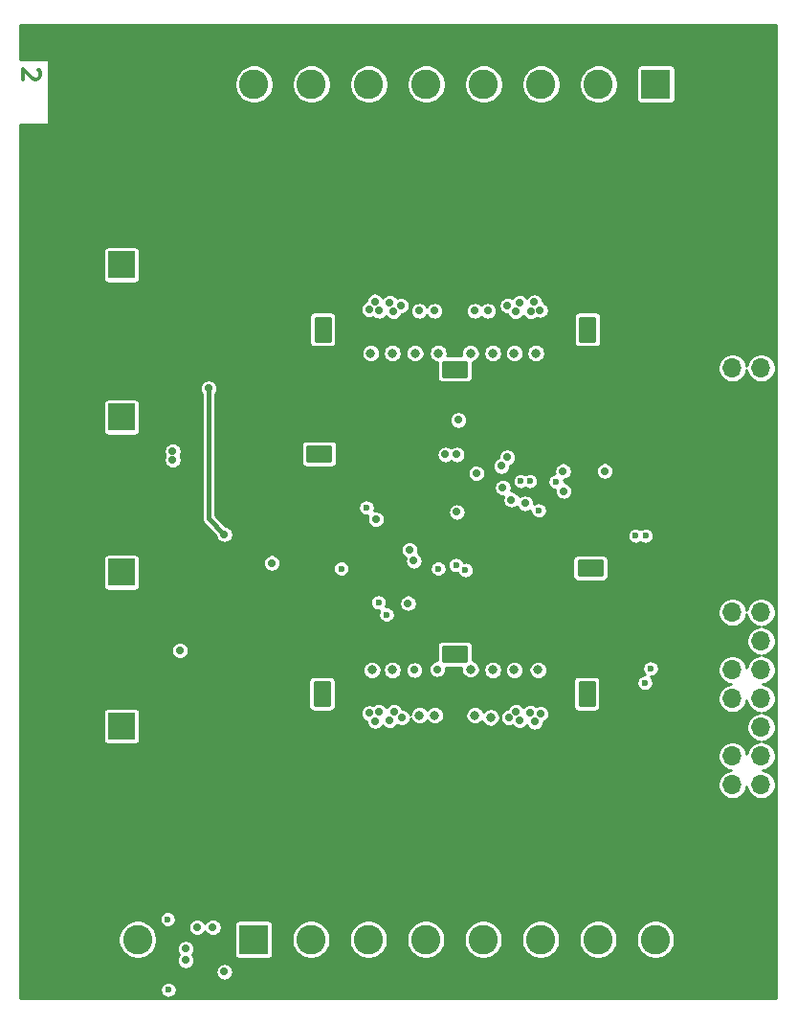
<source format=gbr>
%TF.GenerationSoftware,KiCad,Pcbnew,(5.1.9)-1*%
%TF.CreationDate,2021-06-18T12:17:43+07:00*%
%TF.ProjectId,TAS6424,54415336-3432-4342-9e6b-696361645f70,2*%
%TF.SameCoordinates,Original*%
%TF.FileFunction,Copper,L2,Inr*%
%TF.FilePolarity,Positive*%
%FSLAX46Y46*%
G04 Gerber Fmt 4.6, Leading zero omitted, Abs format (unit mm)*
G04 Created by KiCad (PCBNEW (5.1.9)-1) date 2021-06-18 12:17:43*
%MOMM*%
%LPD*%
G01*
G04 APERTURE LIST*
%TA.AperFunction,NonConductor*%
%ADD10C,0.300000*%
%TD*%
%TA.AperFunction,ComponentPad*%
%ADD11O,1.700000X1.700000*%
%TD*%
%TA.AperFunction,ComponentPad*%
%ADD12R,2.400000X2.400000*%
%TD*%
%TA.AperFunction,ComponentPad*%
%ADD13C,2.400000*%
%TD*%
%TA.AperFunction,ComponentPad*%
%ADD14R,2.600000X2.600000*%
%TD*%
%TA.AperFunction,ComponentPad*%
%ADD15C,2.600000*%
%TD*%
%TA.AperFunction,ComponentPad*%
%ADD16C,3.300000*%
%TD*%
%TA.AperFunction,ViaPad*%
%ADD17C,0.700000*%
%TD*%
%TA.AperFunction,ViaPad*%
%ADD18C,0.800000*%
%TD*%
%TA.AperFunction,ViaPad*%
%ADD19C,0.600000*%
%TD*%
%TA.AperFunction,Conductor*%
%ADD20C,0.400000*%
%TD*%
%TA.AperFunction,Conductor*%
%ADD21C,0.254000*%
%TD*%
%TA.AperFunction,Conductor*%
%ADD22C,0.100000*%
%TD*%
G04 APERTURE END LIST*
D10*
X65448571Y-57419928D02*
X65520000Y-57491357D01*
X65591428Y-57634214D01*
X65591428Y-57991357D01*
X65520000Y-58134214D01*
X65448571Y-58205642D01*
X65305714Y-58277071D01*
X65162857Y-58277071D01*
X64948571Y-58205642D01*
X64091428Y-57348500D01*
X64091428Y-58277071D01*
D11*
%TO.N,VIN*%
%TO.C,D3*%
X126873000Y-83794600D03*
X129413000Y-83794600D03*
%TO.N,GND*%
X126873000Y-86334600D03*
X129413000Y-86334600D03*
%TO.N,SCL*%
X126873000Y-105384600D03*
%TO.N,SDA*%
X129413000Y-105384600D03*
%TO.N,GND*%
X126873000Y-107924600D03*
%TO.N,Net-(D3-Pad8)*%
X129413000Y-107924600D03*
%TO.N,/CLKOUT*%
X126873000Y-110464600D03*
%TO.N,Net-(D3-Pad10)*%
X129413000Y-110464600D03*
%TO.N,/SCLK_1*%
X126873000Y-113004600D03*
%TO.N,/FSYNC_1*%
X129413000Y-113004600D03*
%TO.N,GND*%
X126873000Y-115544600D03*
%TO.N,/SDIN_1*%
X129413000Y-115544600D03*
%TO.N,/MUTE_1*%
X126873000Y-118084600D03*
%TO.N,/MUTE_2*%
X129413000Y-118084600D03*
%TO.N,/STANDBY_1*%
X126873000Y-120624600D03*
%TO.N,/STANDBY_2*%
X129413000Y-120624600D03*
%TO.N,GND*%
X126873000Y-123164600D03*
X129413000Y-123164600D03*
%TD*%
D12*
%TO.N,PVDD_TAS*%
%TO.C,C1*%
X72834500Y-115443000D03*
D13*
%TO.N,GND*%
X67834500Y-115443000D03*
%TD*%
D12*
%TO.N,PVDD_TAS*%
%TO.C,C2*%
X72834500Y-101854000D03*
D13*
%TO.N,GND*%
X67834500Y-101854000D03*
%TD*%
D12*
%TO.N,PVDD_TAS*%
%TO.C,C3*%
X72834500Y-88138000D03*
D13*
%TO.N,GND*%
X67834500Y-88138000D03*
%TD*%
D12*
%TO.N,PVDD_TAS*%
%TO.C,C4*%
X72834500Y-74676000D03*
D13*
%TO.N,GND*%
X67834500Y-74676000D03*
%TD*%
D14*
%TO.N,/OUT1_1M*%
%TO.C,J3*%
X120100000Y-58700000D03*
D15*
%TO.N,/OUT1_1P*%
X115020000Y-58700000D03*
%TO.N,/OUT1_2M*%
X109940000Y-58700000D03*
%TO.N,/OUT1_2P*%
X104860000Y-58700000D03*
%TO.N,/OUT1_3M*%
X99780000Y-58700000D03*
%TO.N,/OUT1_3P*%
X94700000Y-58700000D03*
%TO.N,/OUT1_4M*%
X89620000Y-58700000D03*
%TO.N,/OUT1_4P*%
X84540000Y-58700000D03*
%TD*%
D14*
%TO.N,/OUT2_1M*%
%TO.C,J4*%
X84500000Y-134300000D03*
D15*
%TO.N,/OUT2_1P*%
X89580000Y-134300000D03*
%TO.N,/OUT2_2M*%
X94660000Y-134300000D03*
%TO.N,/OUT2_2P*%
X99740000Y-134300000D03*
%TO.N,/OUT2_3M*%
X104820000Y-134300000D03*
%TO.N,/OUT2_3P*%
X109900000Y-134300000D03*
%TO.N,/OUT2_4M*%
X114980000Y-134300000D03*
%TO.N,/OUT2_4P*%
X120060000Y-134300000D03*
%TD*%
%TO.N,PVDD_TAS*%
%TO.C,J1*%
X74231500Y-134300000D03*
D14*
%TO.N,GND*%
X69151500Y-134300000D03*
%TD*%
D16*
%TO.N,GND*%
%TO.C,H1*%
X80454500Y-117221000D03*
%TD*%
%TO.N,GND*%
%TO.C,H2*%
X122174000Y-75501500D03*
%TD*%
D17*
%TO.N,PVDD_TAS*%
X77343000Y-91173300D03*
X77343000Y-91935300D03*
X90297000Y-91757500D03*
X90297000Y-90995500D03*
X89535000Y-90995500D03*
X91059000Y-91757500D03*
X89535000Y-91757500D03*
X91059000Y-90995500D03*
X114300000Y-101854000D03*
X114300000Y-101092000D03*
X113538000Y-101092000D03*
X115062000Y-101854000D03*
X113538000Y-101854000D03*
X115062000Y-101092000D03*
X103085300Y-109475600D03*
X102323300Y-109475600D03*
X103085300Y-108713600D03*
X102323300Y-108713600D03*
X101561300Y-109475600D03*
X101561300Y-108713600D03*
X90170000Y-111823500D03*
X90932000Y-113347500D03*
X90932000Y-111823500D03*
X90170000Y-113347500D03*
X90170000Y-112585500D03*
X114363500Y-112585500D03*
X90932000Y-112585500D03*
X113601500Y-112585500D03*
X113601500Y-113347500D03*
X114363500Y-111823500D03*
X114363500Y-113347500D03*
X113601500Y-111823500D03*
X113665000Y-80391000D03*
X114427000Y-80391000D03*
X114427000Y-79629000D03*
X113665000Y-81153000D03*
X113665000Y-79629000D03*
X114427000Y-81153000D03*
X90995500Y-81153000D03*
X90233500Y-81153000D03*
X101511700Y-83500900D03*
X102273700Y-83500900D03*
X101511700Y-84262900D03*
X102273700Y-84262900D03*
X103035700Y-83500900D03*
X103035700Y-84262900D03*
X90995500Y-79629000D03*
X90233500Y-79629000D03*
X90233500Y-80391000D03*
X90995500Y-80391000D03*
%TO.N,GND*%
X105791000Y-95694500D03*
X93726000Y-86360000D03*
X94996000Y-86360000D03*
X96266000Y-86360000D03*
X97536000Y-86360000D03*
X98806000Y-86360000D03*
X100076000Y-86360000D03*
X101346000Y-86360000D03*
X102616000Y-86360000D03*
X103886000Y-86360000D03*
X105156000Y-86360000D03*
X106426000Y-86360000D03*
X107696000Y-86360000D03*
X108966000Y-86360000D03*
X110236000Y-86360000D03*
X111506000Y-86360000D03*
X104521000Y-104775000D03*
X100076000Y-104775000D03*
X93726000Y-104775000D03*
X110871000Y-104775000D03*
X94996000Y-106807000D03*
X96266000Y-106807000D03*
X97536000Y-106807000D03*
X98806000Y-106807000D03*
X100076000Y-106807000D03*
X101473000Y-106807000D03*
X102616000Y-106807000D03*
X103886000Y-106807000D03*
X105156000Y-106807000D03*
X106426000Y-106807000D03*
X107696000Y-106807000D03*
X108966000Y-106807000D03*
X110236000Y-106807000D03*
X102235000Y-137160000D03*
X102235000Y-135255000D03*
X102235000Y-133350000D03*
X102298500Y-125095000D03*
X102298500Y-123190000D03*
X102298500Y-121285000D03*
X102298500Y-119380000D03*
X102298500Y-117475000D03*
X102298500Y-115570000D03*
X102235000Y-114300000D03*
X102298500Y-73025000D03*
X102298500Y-71120000D03*
X102298500Y-69215000D03*
X102298500Y-65405000D03*
X102298500Y-63500000D03*
X102298500Y-59690000D03*
X102298500Y-57785000D03*
X102298500Y-55880000D03*
X91440000Y-78486000D03*
X90170000Y-78486000D03*
X77470000Y-87884000D03*
X92456000Y-89662000D03*
X92456000Y-91186000D03*
X113284000Y-78486000D03*
X114554000Y-78486000D03*
X115824000Y-81280000D03*
X115824000Y-86360000D03*
X112776000Y-86360000D03*
X113792000Y-85598000D03*
X114554000Y-84582000D03*
X115316000Y-83566000D03*
X115824000Y-80010000D03*
X115824000Y-82550000D03*
X115824000Y-78486000D03*
X116332000Y-101092000D03*
X116332000Y-102362000D03*
X116332000Y-103632000D03*
X116332000Y-108204000D03*
X116332000Y-109474000D03*
X116332000Y-110744000D03*
X116332000Y-112014000D03*
X116332000Y-113538000D03*
X116332000Y-114554000D03*
X115062000Y-114554000D03*
X113792000Y-114554000D03*
X112268000Y-101854000D03*
X112268000Y-103124000D03*
X112268000Y-104394000D03*
X103759000Y-88392000D03*
X104775000Y-88392000D03*
X110871000Y-88392000D03*
X100076000Y-88392000D03*
X93726000Y-88392000D03*
X100838000Y-71374000D03*
X99060000Y-71374000D03*
X97282000Y-71374000D03*
X95250000Y-71374000D03*
X93218000Y-71374000D03*
X86614000Y-72644000D03*
X88392000Y-72644000D03*
X90170000Y-72644000D03*
X91948000Y-72644000D03*
X93726000Y-72644000D03*
X95504000Y-72644000D03*
X100838000Y-72644000D03*
X103632000Y-72644000D03*
X108966000Y-72644000D03*
X110744000Y-72644000D03*
X112522000Y-72644000D03*
X114300000Y-72644000D03*
X116078000Y-72644000D03*
X117856000Y-72644000D03*
X119888000Y-72644000D03*
X103632000Y-71374000D03*
X105410000Y-71374000D03*
X107188000Y-71374000D03*
X109220000Y-71374000D03*
X111252000Y-71374000D03*
X102298500Y-66294000D03*
X82042000Y-55118000D03*
X82042000Y-56642000D03*
X82042000Y-58166000D03*
X82042000Y-59944000D03*
X82042000Y-61722000D03*
X82042000Y-63500000D03*
X83058000Y-65278000D03*
X84328000Y-67056000D03*
X85598000Y-68834000D03*
X86614000Y-70612000D03*
X122682000Y-55118000D03*
X122682000Y-56642000D03*
X122682000Y-58166000D03*
X122682000Y-59944000D03*
X122682000Y-61722000D03*
X122682000Y-63500000D03*
X121666000Y-65278000D03*
X120396000Y-67056000D03*
X118872000Y-68834000D03*
X118364000Y-70612000D03*
X122682000Y-137668000D03*
X122682000Y-135890000D03*
X122682000Y-134112000D03*
X122682000Y-132334000D03*
X122682000Y-130302000D03*
X121920000Y-128270000D03*
X120650000Y-126492000D03*
X119380000Y-124968000D03*
X117856000Y-122682000D03*
X82042000Y-132334000D03*
X82042000Y-130048000D03*
X83058000Y-128270000D03*
X84582000Y-126492000D03*
X85598000Y-124968000D03*
X86614000Y-123444000D03*
X86614000Y-121920000D03*
X99060000Y-121666000D03*
X97282000Y-121666000D03*
X95250000Y-121666000D03*
X93218000Y-121666000D03*
X90170000Y-120396000D03*
X91948000Y-120396000D03*
X88392000Y-120396000D03*
X86614000Y-120396000D03*
X87376000Y-118618000D03*
X87376000Y-116840000D03*
X93726000Y-120396000D03*
X95758000Y-120396000D03*
X100838000Y-121666000D03*
X103632000Y-121666000D03*
X105410000Y-121666000D03*
X107188000Y-121666000D03*
X108966000Y-121666000D03*
X110744000Y-121666000D03*
X112522000Y-121666000D03*
X116078000Y-120396000D03*
X114300000Y-120396000D03*
X112268000Y-120396000D03*
X110490000Y-120396000D03*
X108712000Y-120396000D03*
X117856000Y-120650000D03*
X115570000Y-115570000D03*
X117094000Y-116586000D03*
X117094000Y-118110000D03*
X117094000Y-119634000D03*
X88900000Y-77470000D03*
X122428000Y-124627381D03*
X124968000Y-128227381D03*
X102235000Y-131826000D03*
X93726000Y-106807000D03*
X116205000Y-106934000D03*
X82042000Y-133858000D03*
X117602000Y-133604000D03*
X117602000Y-135001000D03*
X107569000Y-135128000D03*
X97028000Y-135128000D03*
X86360000Y-132588000D03*
X87757000Y-132588000D03*
X86995000Y-133604000D03*
X86995000Y-135128000D03*
X118237000Y-60452000D03*
X116840000Y-60452000D03*
X117602000Y-59436000D03*
X117602000Y-57912000D03*
X97155000Y-57912000D03*
X86360000Y-60452000D03*
X87757000Y-60452000D03*
X86995000Y-59436000D03*
X86995000Y-57912000D03*
X86995000Y-56388000D03*
X86995000Y-54737000D03*
X97155000Y-56388000D03*
X97155000Y-54737000D03*
X117602000Y-56388000D03*
X117602000Y-54737000D03*
X86995000Y-136652000D03*
X86995000Y-138176000D03*
X97028000Y-136652000D03*
X97028000Y-138176000D03*
X107569000Y-136652000D03*
X107569000Y-138176000D03*
X117602000Y-136652000D03*
X117602000Y-138176000D03*
X91440000Y-105029000D03*
X89408000Y-103632000D03*
X90424000Y-104267000D03*
X87503000Y-87757000D03*
X81788000Y-97155000D03*
X87249000Y-98933000D03*
X87249000Y-99949000D03*
X86233000Y-99441000D03*
X84963000Y-99441000D03*
X83566000Y-99441000D03*
X78486000Y-86995000D03*
X79502000Y-86233000D03*
X81407000Y-84709000D03*
X82423000Y-83947000D03*
X85979000Y-81280000D03*
X86995000Y-80518000D03*
X88011000Y-79629000D03*
X88900000Y-78867000D03*
X79121000Y-108966000D03*
X80264000Y-109728000D03*
X82296000Y-111125000D03*
X83439000Y-111887000D03*
X84582000Y-112649000D03*
X85725000Y-113411000D03*
X86868000Y-114300000D03*
X88392000Y-114554000D03*
X89789000Y-114554000D03*
X91313000Y-114554000D03*
X89154000Y-115570000D03*
X92583000Y-105918000D03*
X92837000Y-87249000D03*
X91948000Y-88011000D03*
X91059000Y-88900000D03*
X91440000Y-89916000D03*
X79756000Y-84709000D03*
X80137000Y-113538000D03*
X88836500Y-94742000D03*
X91948000Y-95631000D03*
X93408500Y-95631000D03*
X99441000Y-97218500D03*
X102743000Y-95631000D03*
X99758500Y-95631000D03*
X98361500Y-95631000D03*
X95504000Y-95631000D03*
X97599500Y-96520000D03*
X98298000Y-97663000D03*
X104711500Y-95694500D03*
X104330500Y-94615000D03*
X103251000Y-97282000D03*
X104711500Y-97282000D03*
X111125000Y-97282000D03*
X112522000Y-97282000D03*
X114300000Y-97028000D03*
X109410500Y-97282000D03*
X108140500Y-97282000D03*
X91122500Y-96520000D03*
X104330500Y-91440000D03*
X103441500Y-91440000D03*
X100965000Y-104775000D03*
X93218000Y-68199000D03*
X94361000Y-68199000D03*
X93789500Y-69596000D03*
X111379000Y-68262500D03*
X110236000Y-68262500D03*
X110744000Y-69659500D03*
X87376000Y-75438000D03*
X87376000Y-73914000D03*
X87312500Y-76898500D03*
X117157500Y-75628500D03*
X117157500Y-74168000D03*
X117157500Y-77152500D03*
X93218000Y-124650500D03*
X94361000Y-126047500D03*
X111442500Y-124650500D03*
X110363000Y-124650500D03*
X107442000Y-57912000D03*
X107442000Y-56388000D03*
X107442000Y-54673500D03*
X92456000Y-96520000D03*
X88201500Y-62801500D03*
X116332000Y-104775000D03*
X102298500Y-74930000D03*
X102298500Y-78740000D03*
X102298500Y-76835000D03*
X102298500Y-61595000D03*
X116268500Y-62801500D03*
X102298500Y-127000000D03*
X102298500Y-128016000D03*
X101282500Y-128587500D03*
X103378000Y-128587500D03*
X102298500Y-129286000D03*
X94424500Y-124650500D03*
X110363000Y-125984000D03*
X109093000Y-125476000D03*
X95440500Y-125476000D03*
X95440500Y-67627500D03*
X109156500Y-67627500D03*
X110236000Y-66929000D03*
X94361000Y-66929000D03*
X101155500Y-64452500D03*
X103378000Y-64452500D03*
X101155500Y-67119500D03*
X103378000Y-67119500D03*
X101282500Y-125920500D03*
X103378000Y-125920500D03*
X83566000Y-137668000D03*
X82042000Y-135128000D03*
X85026500Y-82042000D03*
X84201000Y-82677000D03*
X83312000Y-83312000D03*
X116776500Y-130429000D03*
X116776500Y-132524500D03*
X118237000Y-132524500D03*
X88582500Y-130175000D03*
X111379000Y-106807000D03*
X64490999Y-64263881D03*
X64490999Y-70563881D03*
X64490999Y-76863881D03*
X64490999Y-83163881D03*
X64490999Y-89463881D03*
X64490999Y-95763881D03*
X64490999Y-102063881D03*
X64490999Y-108363881D03*
X64490999Y-114663881D03*
X64490999Y-120963881D03*
X64490999Y-127263881D03*
X64490999Y-133563881D03*
X66290999Y-138063881D03*
X68090999Y-59763881D03*
X68090999Y-66963881D03*
X68090999Y-79563881D03*
X68090999Y-85863881D03*
X68090999Y-92163881D03*
X68090999Y-98463881D03*
X68090999Y-104763881D03*
X68090999Y-111063881D03*
X68090999Y-117363881D03*
X68090999Y-123663881D03*
X68090999Y-129963881D03*
X68990999Y-72363881D03*
X70790999Y-63363881D03*
X70790999Y-136263881D03*
X72590999Y-68763881D03*
X74390999Y-59763881D03*
X75290999Y-65163881D03*
X75290999Y-138063881D03*
X76190999Y-71463881D03*
X77990999Y-75963881D03*
X77990999Y-82263881D03*
X78890999Y-61563881D03*
X78890999Y-67863881D03*
X78890999Y-120963881D03*
X78890999Y-127263881D03*
X80690999Y-54363881D03*
X81590999Y-72363881D03*
X81590999Y-78663881D03*
X81590999Y-112863881D03*
X83390999Y-122763881D03*
X84290999Y-116463881D03*
X85190999Y-56163881D03*
X85190999Y-75063881D03*
X85190999Y-137163881D03*
X88790999Y-96663881D03*
X89690999Y-54363881D03*
X90590999Y-138063881D03*
X92390999Y-102963881D03*
X94190999Y-56163881D03*
X95090999Y-74163881D03*
X98690999Y-54363881D03*
X98690999Y-137163881D03*
X104090999Y-55263881D03*
X104090999Y-138063881D03*
X109490999Y-54363881D03*
X109490999Y-74163881D03*
X109490999Y-137163881D03*
X112190999Y-90363881D03*
X113090999Y-57063881D03*
X114890999Y-138063881D03*
X116690999Y-84063881D03*
X117590999Y-78663881D03*
X117590999Y-89463881D03*
X118490999Y-113763881D03*
X119390999Y-54363881D03*
X119390999Y-93963881D03*
X119390999Y-119163881D03*
X120290999Y-68763881D03*
X120290999Y-137163881D03*
X121190999Y-81363881D03*
X122090999Y-86763881D03*
X122090999Y-122763881D03*
X122990999Y-96663881D03*
X122990999Y-102963881D03*
X123890999Y-65163881D03*
X123890999Y-71463881D03*
X123890999Y-91263881D03*
X123890999Y-108363881D03*
X124790999Y-55263881D03*
X124790999Y-78663881D03*
X124790999Y-126363881D03*
X124790999Y-132663881D03*
X125690999Y-60663881D03*
X125690999Y-138063881D03*
X126590999Y-99363881D03*
X127490999Y-67863881D03*
X127490999Y-74163881D03*
X127490999Y-88563881D03*
X128390999Y-81363881D03*
X128390999Y-93963881D03*
X128390999Y-129063881D03*
X129290999Y-57063881D03*
X129290999Y-63363881D03*
X129290999Y-102963881D03*
X129290999Y-134463881D03*
%TO.N,+3V3_TAS*%
X80518000Y-85598000D03*
X86106000Y-101028500D03*
X98298000Y-99885500D03*
X104203500Y-93091000D03*
X81915000Y-98488500D03*
X77978000Y-108775500D03*
X95313500Y-97155000D03*
X111950500Y-94678500D03*
X108521500Y-95758000D03*
X78486000Y-135128000D03*
%TO.N,Net-(C23-Pad2)*%
X95606200Y-78738400D03*
X94717200Y-78611400D03*
X95225200Y-77912900D03*
D18*
%TO.N,Net-(C23-Pad1)*%
X94869000Y-82486500D03*
D17*
%TO.N,Net-(C24-Pad1)*%
X97511200Y-78293900D03*
X96558700Y-78039900D03*
X96876200Y-78801900D03*
D18*
%TO.N,Net-(C24-Pad2)*%
X96774000Y-82486500D03*
D17*
%TO.N,Net-(C25-Pad2)*%
X99162200Y-78738400D03*
D18*
%TO.N,Net-(C25-Pad1)*%
X98793300Y-82486500D03*
D17*
%TO.N,Net-(C26-Pad1)*%
X100520500Y-78740000D03*
D18*
%TO.N,Net-(C26-Pad2)*%
X100838000Y-82486500D03*
D17*
%TO.N,Net-(C27-Pad2)*%
X104076500Y-78740000D03*
D18*
%TO.N,Net-(C27-Pad1)*%
X103695500Y-82486500D03*
D17*
%TO.N,Net-(C28-Pad1)*%
X105219500Y-78740000D03*
D18*
%TO.N,Net-(C28-Pad2)*%
X105664000Y-82486500D03*
%TO.N,Net-(C29-Pad1)*%
X107569000Y-82486500D03*
D17*
%TO.N,Net-(C29-Pad2)*%
X106972700Y-78293900D03*
X108052200Y-78039900D03*
X107671200Y-78801900D03*
D18*
%TO.N,Net-(C30-Pad2)*%
X109474000Y-82486500D03*
D17*
%TO.N,Net-(C30-Pad1)*%
X109029500Y-78803500D03*
X109855000Y-78676500D03*
X109347000Y-77978000D03*
%TO.N,Net-(C65-Pad2)*%
X108990800Y-114238100D03*
X109879800Y-114365100D03*
X109371800Y-115063600D03*
D18*
%TO.N,Net-(C65-Pad1)*%
X109664500Y-110490000D03*
%TO.N,Net-(C66-Pad2)*%
X107569000Y-110490000D03*
D17*
%TO.N,Net-(C66-Pad1)*%
X107085800Y-114682600D03*
X107720800Y-114174600D03*
X108038300Y-114936600D03*
D18*
%TO.N,Net-(C67-Pad1)*%
X105664000Y-110490000D03*
%TO.N,Net-(C67-Pad2)*%
X105473500Y-114681000D03*
%TO.N,Net-(C68-Pad2)*%
X103695500Y-110426500D03*
%TO.N,Net-(C68-Pad1)*%
X104076500Y-114490500D03*
D17*
%TO.N,Net-(C69-Pad1)*%
X100736400Y-110426500D03*
D18*
%TO.N,Net-(C69-Pad2)*%
X100520500Y-114490500D03*
D17*
%TO.N,Net-(C70-Pad2)*%
X98742500Y-110490000D03*
D18*
%TO.N,Net-(C70-Pad1)*%
X99187000Y-114490500D03*
%TO.N,Net-(C71-Pad1)*%
X96774000Y-110490000D03*
D17*
%TO.N,Net-(C71-Pad2)*%
X97624300Y-114682600D03*
X96544800Y-114936600D03*
X96925800Y-114174600D03*
D18*
%TO.N,Net-(C72-Pad2)*%
X94983900Y-110490000D03*
D17*
%TO.N,Net-(C72-Pad1)*%
X94742000Y-114300000D03*
X95250000Y-114998500D03*
X95567500Y-114173000D03*
D19*
%TO.N,/FAULT1*%
X109728000Y-96393000D03*
D17*
X78486000Y-136144000D03*
D19*
%TO.N,/WARN1*%
X111252000Y-93853000D03*
D17*
X79502000Y-133223000D03*
D19*
%TO.N,/FAULT2*%
X94488000Y-96139000D03*
D17*
X81915000Y-137160000D03*
D19*
%TO.N,/WARN2*%
X92265500Y-101536500D03*
D17*
X80899000Y-133223000D03*
%TO.N,/CLKOUT*%
X102489000Y-96520000D03*
%TO.N,/SCLK_1*%
X101473000Y-91440000D03*
D19*
X103240500Y-101653000D03*
D17*
%TO.N,/FSYNC_1*%
X102489000Y-91440000D03*
D19*
X102425500Y-101219000D03*
D17*
%TO.N,/SDIN_1*%
X102616000Y-88392000D03*
D19*
X100838000Y-101536500D03*
D17*
%TO.N,SCL*%
X111887000Y-92900500D03*
X98679000Y-100838000D03*
X106553000Y-94361000D03*
X106426000Y-92456000D03*
%TO.N,SDA*%
X115570000Y-92900500D03*
X98171000Y-104584500D03*
X107315000Y-95440500D03*
X106934000Y-91694000D03*
D19*
%TO.N,/STANDBY_1*%
X118300500Y-98615500D03*
X108140500Y-93789500D03*
X119126000Y-111633000D03*
%TO.N,/MUTE_1*%
X119189500Y-98615500D03*
X108940600Y-93789500D03*
X119634000Y-110363000D03*
%TO.N,/MUTE_2*%
X95567500Y-104521000D03*
%TO.N,/STANDBY_2*%
X96266000Y-105600500D03*
%TO.N,Net-(D8-Pad2)*%
X76898500Y-132524500D03*
X76962000Y-138747500D03*
%TD*%
D20*
%TO.N,+3V3_TAS*%
X80518000Y-97091500D02*
X80518000Y-85598000D01*
X81915000Y-98488500D02*
X80518000Y-97091500D01*
%TD*%
D21*
%TO.N,PVDD_TAS*%
X91313000Y-92011500D02*
X89281000Y-92011500D01*
X89281000Y-90741500D01*
X91313000Y-90741500D01*
X91313000Y-92011500D01*
%TA.AperFunction,Conductor*%
D22*
G36*
X91313000Y-92011500D02*
G01*
X89281000Y-92011500D01*
X89281000Y-90741500D01*
X91313000Y-90741500D01*
X91313000Y-92011500D01*
G37*
%TD.AperFunction*%
%TD*%
D21*
%TO.N,PVDD_TAS*%
X115316000Y-102108000D02*
X113284000Y-102108000D01*
X113284000Y-100838000D01*
X115316000Y-100838000D01*
X115316000Y-102108000D01*
%TA.AperFunction,Conductor*%
D22*
G36*
X115316000Y-102108000D02*
G01*
X113284000Y-102108000D01*
X113284000Y-100838000D01*
X115316000Y-100838000D01*
X115316000Y-102108000D01*
G37*
%TD.AperFunction*%
%TD*%
D21*
%TO.N,PVDD_TAS*%
X114617500Y-113601500D02*
X113347500Y-113601500D01*
X113347500Y-111569500D01*
X114617500Y-111569500D01*
X114617500Y-113601500D01*
%TA.AperFunction,Conductor*%
D22*
G36*
X114617500Y-113601500D02*
G01*
X113347500Y-113601500D01*
X113347500Y-111569500D01*
X114617500Y-111569500D01*
X114617500Y-113601500D01*
G37*
%TD.AperFunction*%
%TD*%
D21*
%TO.N,PVDD_TAS*%
X91186000Y-113601500D02*
X89916000Y-113601500D01*
X89916000Y-111569500D01*
X91186000Y-111569500D01*
X91186000Y-113601500D01*
%TA.AperFunction,Conductor*%
D22*
G36*
X91186000Y-113601500D02*
G01*
X89916000Y-113601500D01*
X89916000Y-111569500D01*
X91186000Y-111569500D01*
X91186000Y-113601500D01*
G37*
%TD.AperFunction*%
%TD*%
D21*
%TO.N,PVDD_TAS*%
X91249500Y-81407000D02*
X89979500Y-81407000D01*
X89979500Y-79375000D01*
X91249500Y-79375000D01*
X91249500Y-81407000D01*
%TA.AperFunction,Conductor*%
D22*
G36*
X91249500Y-81407000D02*
G01*
X89979500Y-81407000D01*
X89979500Y-79375000D01*
X91249500Y-79375000D01*
X91249500Y-81407000D01*
G37*
%TD.AperFunction*%
%TD*%
D21*
%TO.N,PVDD_TAS*%
X114681000Y-81407000D02*
X113411000Y-81407000D01*
X113411000Y-79375000D01*
X114681000Y-79375000D01*
X114681000Y-81407000D01*
%TA.AperFunction,Conductor*%
D22*
G36*
X114681000Y-81407000D02*
G01*
X113411000Y-81407000D01*
X113411000Y-79375000D01*
X114681000Y-79375000D01*
X114681000Y-81407000D01*
G37*
%TD.AperFunction*%
%TD*%
D21*
%TO.N,PVDD_TAS*%
X103314500Y-84518500D02*
X101282500Y-84518500D01*
X101282500Y-83248500D01*
X103314500Y-83248500D01*
X103314500Y-84518500D01*
%TA.AperFunction,Conductor*%
D22*
G36*
X103314500Y-84518500D02*
G01*
X101282500Y-84518500D01*
X101282500Y-83248500D01*
X103314500Y-83248500D01*
X103314500Y-84518500D01*
G37*
%TD.AperFunction*%
%TD*%
D21*
%TO.N,PVDD_TAS*%
X103314500Y-109689178D02*
X103303769Y-109693623D01*
X103252320Y-109728000D01*
X101282500Y-109728000D01*
X101282500Y-108458000D01*
X103314500Y-108458000D01*
X103314500Y-109689178D01*
%TA.AperFunction,Conductor*%
D22*
G36*
X103314500Y-109689178D02*
G01*
X103303769Y-109693623D01*
X103252320Y-109728000D01*
X101282500Y-109728000D01*
X101282500Y-108458000D01*
X103314500Y-108458000D01*
X103314500Y-109689178D01*
G37*
%TD.AperFunction*%
%TD*%
D21*
%TO.N,GND*%
X130764000Y-139498000D02*
X63868000Y-139498000D01*
X63868000Y-138675897D01*
X76235000Y-138675897D01*
X76235000Y-138819103D01*
X76262938Y-138959558D01*
X76317741Y-139091864D01*
X76397302Y-139210936D01*
X76498564Y-139312198D01*
X76617636Y-139391759D01*
X76749942Y-139446562D01*
X76890397Y-139474500D01*
X77033603Y-139474500D01*
X77174058Y-139446562D01*
X77306364Y-139391759D01*
X77425436Y-139312198D01*
X77526698Y-139210936D01*
X77606259Y-139091864D01*
X77661062Y-138959558D01*
X77689000Y-138819103D01*
X77689000Y-138675897D01*
X77661062Y-138535442D01*
X77606259Y-138403136D01*
X77526698Y-138284064D01*
X77425436Y-138182802D01*
X77306364Y-138103241D01*
X77174058Y-138048438D01*
X77033603Y-138020500D01*
X76890397Y-138020500D01*
X76749942Y-138048438D01*
X76617636Y-138103241D01*
X76498564Y-138182802D01*
X76397302Y-138284064D01*
X76317741Y-138403136D01*
X76262938Y-138535442D01*
X76235000Y-138675897D01*
X63868000Y-138675897D01*
X63868000Y-137083472D01*
X81138000Y-137083472D01*
X81138000Y-137236528D01*
X81167859Y-137386643D01*
X81226431Y-137528048D01*
X81311464Y-137655309D01*
X81419691Y-137763536D01*
X81546952Y-137848569D01*
X81688357Y-137907141D01*
X81838472Y-137937000D01*
X81991528Y-137937000D01*
X82141643Y-137907141D01*
X82283048Y-137848569D01*
X82410309Y-137763536D01*
X82518536Y-137655309D01*
X82603569Y-137528048D01*
X82662141Y-137386643D01*
X82692000Y-137236528D01*
X82692000Y-137083472D01*
X82662141Y-136933357D01*
X82603569Y-136791952D01*
X82518536Y-136664691D01*
X82410309Y-136556464D01*
X82283048Y-136471431D01*
X82141643Y-136412859D01*
X81991528Y-136383000D01*
X81838472Y-136383000D01*
X81688357Y-136412859D01*
X81546952Y-136471431D01*
X81419691Y-136556464D01*
X81311464Y-136664691D01*
X81226431Y-136791952D01*
X81167859Y-136933357D01*
X81138000Y-137083472D01*
X63868000Y-137083472D01*
X63868000Y-134129905D01*
X72504500Y-134129905D01*
X72504500Y-134470095D01*
X72570868Y-134803747D01*
X72701053Y-135118041D01*
X72890052Y-135400898D01*
X73130602Y-135641448D01*
X73413459Y-135830447D01*
X73727753Y-135960632D01*
X74061405Y-136027000D01*
X74401595Y-136027000D01*
X74735247Y-135960632D01*
X75049541Y-135830447D01*
X75332398Y-135641448D01*
X75572948Y-135400898D01*
X75761947Y-135118041D01*
X75789520Y-135051472D01*
X77709000Y-135051472D01*
X77709000Y-135204528D01*
X77738859Y-135354643D01*
X77797431Y-135496048D01*
X77882464Y-135623309D01*
X77895155Y-135636000D01*
X77882464Y-135648691D01*
X77797431Y-135775952D01*
X77738859Y-135917357D01*
X77709000Y-136067472D01*
X77709000Y-136220528D01*
X77738859Y-136370643D01*
X77797431Y-136512048D01*
X77882464Y-136639309D01*
X77990691Y-136747536D01*
X78117952Y-136832569D01*
X78259357Y-136891141D01*
X78409472Y-136921000D01*
X78562528Y-136921000D01*
X78712643Y-136891141D01*
X78854048Y-136832569D01*
X78981309Y-136747536D01*
X79089536Y-136639309D01*
X79174569Y-136512048D01*
X79233141Y-136370643D01*
X79263000Y-136220528D01*
X79263000Y-136067472D01*
X79233141Y-135917357D01*
X79174569Y-135775952D01*
X79089536Y-135648691D01*
X79076845Y-135636000D01*
X79089536Y-135623309D01*
X79174569Y-135496048D01*
X79233141Y-135354643D01*
X79263000Y-135204528D01*
X79263000Y-135051472D01*
X79233141Y-134901357D01*
X79174569Y-134759952D01*
X79089536Y-134632691D01*
X78981309Y-134524464D01*
X78854048Y-134439431D01*
X78712643Y-134380859D01*
X78562528Y-134351000D01*
X78409472Y-134351000D01*
X78259357Y-134380859D01*
X78117952Y-134439431D01*
X77990691Y-134524464D01*
X77882464Y-134632691D01*
X77797431Y-134759952D01*
X77738859Y-134901357D01*
X77709000Y-135051472D01*
X75789520Y-135051472D01*
X75892132Y-134803747D01*
X75958500Y-134470095D01*
X75958500Y-134129905D01*
X75892132Y-133796253D01*
X75761947Y-133481959D01*
X75572948Y-133199102D01*
X75332398Y-132958552D01*
X75049541Y-132769553D01*
X74735247Y-132639368D01*
X74401595Y-132573000D01*
X74061405Y-132573000D01*
X73727753Y-132639368D01*
X73413459Y-132769553D01*
X73130602Y-132958552D01*
X72890052Y-133199102D01*
X72701053Y-133481959D01*
X72570868Y-133796253D01*
X72504500Y-134129905D01*
X63868000Y-134129905D01*
X63868000Y-132452897D01*
X76171500Y-132452897D01*
X76171500Y-132596103D01*
X76199438Y-132736558D01*
X76254241Y-132868864D01*
X76333802Y-132987936D01*
X76435064Y-133089198D01*
X76554136Y-133168759D01*
X76686442Y-133223562D01*
X76826897Y-133251500D01*
X76970103Y-133251500D01*
X77110558Y-133223562D01*
X77242864Y-133168759D01*
X77276219Y-133146472D01*
X78725000Y-133146472D01*
X78725000Y-133299528D01*
X78754859Y-133449643D01*
X78813431Y-133591048D01*
X78898464Y-133718309D01*
X79006691Y-133826536D01*
X79133952Y-133911569D01*
X79275357Y-133970141D01*
X79425472Y-134000000D01*
X79578528Y-134000000D01*
X79728643Y-133970141D01*
X79870048Y-133911569D01*
X79997309Y-133826536D01*
X80105536Y-133718309D01*
X80190569Y-133591048D01*
X80200500Y-133567072D01*
X80210431Y-133591048D01*
X80295464Y-133718309D01*
X80403691Y-133826536D01*
X80530952Y-133911569D01*
X80672357Y-133970141D01*
X80822472Y-134000000D01*
X80975528Y-134000000D01*
X81125643Y-133970141D01*
X81267048Y-133911569D01*
X81394309Y-133826536D01*
X81502536Y-133718309D01*
X81587569Y-133591048D01*
X81646141Y-133449643D01*
X81676000Y-133299528D01*
X81676000Y-133146472D01*
X81646866Y-133000000D01*
X82770934Y-133000000D01*
X82770934Y-135600000D01*
X82779178Y-135683707D01*
X82803595Y-135764196D01*
X82843245Y-135838376D01*
X82896605Y-135903395D01*
X82961624Y-135956755D01*
X83035804Y-135996405D01*
X83116293Y-136020822D01*
X83200000Y-136029066D01*
X85800000Y-136029066D01*
X85883707Y-136020822D01*
X85964196Y-135996405D01*
X86038376Y-135956755D01*
X86103395Y-135903395D01*
X86156755Y-135838376D01*
X86196405Y-135764196D01*
X86220822Y-135683707D01*
X86229066Y-135600000D01*
X86229066Y-134129905D01*
X87853000Y-134129905D01*
X87853000Y-134470095D01*
X87919368Y-134803747D01*
X88049553Y-135118041D01*
X88238552Y-135400898D01*
X88479102Y-135641448D01*
X88761959Y-135830447D01*
X89076253Y-135960632D01*
X89409905Y-136027000D01*
X89750095Y-136027000D01*
X90083747Y-135960632D01*
X90398041Y-135830447D01*
X90680898Y-135641448D01*
X90921448Y-135400898D01*
X91110447Y-135118041D01*
X91240632Y-134803747D01*
X91307000Y-134470095D01*
X91307000Y-134129905D01*
X92933000Y-134129905D01*
X92933000Y-134470095D01*
X92999368Y-134803747D01*
X93129553Y-135118041D01*
X93318552Y-135400898D01*
X93559102Y-135641448D01*
X93841959Y-135830447D01*
X94156253Y-135960632D01*
X94489905Y-136027000D01*
X94830095Y-136027000D01*
X95163747Y-135960632D01*
X95478041Y-135830447D01*
X95760898Y-135641448D01*
X96001448Y-135400898D01*
X96190447Y-135118041D01*
X96320632Y-134803747D01*
X96387000Y-134470095D01*
X96387000Y-134129905D01*
X98013000Y-134129905D01*
X98013000Y-134470095D01*
X98079368Y-134803747D01*
X98209553Y-135118041D01*
X98398552Y-135400898D01*
X98639102Y-135641448D01*
X98921959Y-135830447D01*
X99236253Y-135960632D01*
X99569905Y-136027000D01*
X99910095Y-136027000D01*
X100243747Y-135960632D01*
X100558041Y-135830447D01*
X100840898Y-135641448D01*
X101081448Y-135400898D01*
X101270447Y-135118041D01*
X101400632Y-134803747D01*
X101467000Y-134470095D01*
X101467000Y-134129905D01*
X103093000Y-134129905D01*
X103093000Y-134470095D01*
X103159368Y-134803747D01*
X103289553Y-135118041D01*
X103478552Y-135400898D01*
X103719102Y-135641448D01*
X104001959Y-135830447D01*
X104316253Y-135960632D01*
X104649905Y-136027000D01*
X104990095Y-136027000D01*
X105323747Y-135960632D01*
X105638041Y-135830447D01*
X105920898Y-135641448D01*
X106161448Y-135400898D01*
X106350447Y-135118041D01*
X106480632Y-134803747D01*
X106547000Y-134470095D01*
X106547000Y-134129905D01*
X108173000Y-134129905D01*
X108173000Y-134470095D01*
X108239368Y-134803747D01*
X108369553Y-135118041D01*
X108558552Y-135400898D01*
X108799102Y-135641448D01*
X109081959Y-135830447D01*
X109396253Y-135960632D01*
X109729905Y-136027000D01*
X110070095Y-136027000D01*
X110403747Y-135960632D01*
X110718041Y-135830447D01*
X111000898Y-135641448D01*
X111241448Y-135400898D01*
X111430447Y-135118041D01*
X111560632Y-134803747D01*
X111627000Y-134470095D01*
X111627000Y-134129905D01*
X113253000Y-134129905D01*
X113253000Y-134470095D01*
X113319368Y-134803747D01*
X113449553Y-135118041D01*
X113638552Y-135400898D01*
X113879102Y-135641448D01*
X114161959Y-135830447D01*
X114476253Y-135960632D01*
X114809905Y-136027000D01*
X115150095Y-136027000D01*
X115483747Y-135960632D01*
X115798041Y-135830447D01*
X116080898Y-135641448D01*
X116321448Y-135400898D01*
X116510447Y-135118041D01*
X116640632Y-134803747D01*
X116707000Y-134470095D01*
X116707000Y-134129905D01*
X118333000Y-134129905D01*
X118333000Y-134470095D01*
X118399368Y-134803747D01*
X118529553Y-135118041D01*
X118718552Y-135400898D01*
X118959102Y-135641448D01*
X119241959Y-135830447D01*
X119556253Y-135960632D01*
X119889905Y-136027000D01*
X120230095Y-136027000D01*
X120563747Y-135960632D01*
X120878041Y-135830447D01*
X121160898Y-135641448D01*
X121401448Y-135400898D01*
X121590447Y-135118041D01*
X121720632Y-134803747D01*
X121787000Y-134470095D01*
X121787000Y-134129905D01*
X121720632Y-133796253D01*
X121590447Y-133481959D01*
X121401448Y-133199102D01*
X121160898Y-132958552D01*
X120878041Y-132769553D01*
X120563747Y-132639368D01*
X120230095Y-132573000D01*
X119889905Y-132573000D01*
X119556253Y-132639368D01*
X119241959Y-132769553D01*
X118959102Y-132958552D01*
X118718552Y-133199102D01*
X118529553Y-133481959D01*
X118399368Y-133796253D01*
X118333000Y-134129905D01*
X116707000Y-134129905D01*
X116640632Y-133796253D01*
X116510447Y-133481959D01*
X116321448Y-133199102D01*
X116080898Y-132958552D01*
X115798041Y-132769553D01*
X115483747Y-132639368D01*
X115150095Y-132573000D01*
X114809905Y-132573000D01*
X114476253Y-132639368D01*
X114161959Y-132769553D01*
X113879102Y-132958552D01*
X113638552Y-133199102D01*
X113449553Y-133481959D01*
X113319368Y-133796253D01*
X113253000Y-134129905D01*
X111627000Y-134129905D01*
X111560632Y-133796253D01*
X111430447Y-133481959D01*
X111241448Y-133199102D01*
X111000898Y-132958552D01*
X110718041Y-132769553D01*
X110403747Y-132639368D01*
X110070095Y-132573000D01*
X109729905Y-132573000D01*
X109396253Y-132639368D01*
X109081959Y-132769553D01*
X108799102Y-132958552D01*
X108558552Y-133199102D01*
X108369553Y-133481959D01*
X108239368Y-133796253D01*
X108173000Y-134129905D01*
X106547000Y-134129905D01*
X106480632Y-133796253D01*
X106350447Y-133481959D01*
X106161448Y-133199102D01*
X105920898Y-132958552D01*
X105638041Y-132769553D01*
X105323747Y-132639368D01*
X104990095Y-132573000D01*
X104649905Y-132573000D01*
X104316253Y-132639368D01*
X104001959Y-132769553D01*
X103719102Y-132958552D01*
X103478552Y-133199102D01*
X103289553Y-133481959D01*
X103159368Y-133796253D01*
X103093000Y-134129905D01*
X101467000Y-134129905D01*
X101400632Y-133796253D01*
X101270447Y-133481959D01*
X101081448Y-133199102D01*
X100840898Y-132958552D01*
X100558041Y-132769553D01*
X100243747Y-132639368D01*
X99910095Y-132573000D01*
X99569905Y-132573000D01*
X99236253Y-132639368D01*
X98921959Y-132769553D01*
X98639102Y-132958552D01*
X98398552Y-133199102D01*
X98209553Y-133481959D01*
X98079368Y-133796253D01*
X98013000Y-134129905D01*
X96387000Y-134129905D01*
X96320632Y-133796253D01*
X96190447Y-133481959D01*
X96001448Y-133199102D01*
X95760898Y-132958552D01*
X95478041Y-132769553D01*
X95163747Y-132639368D01*
X94830095Y-132573000D01*
X94489905Y-132573000D01*
X94156253Y-132639368D01*
X93841959Y-132769553D01*
X93559102Y-132958552D01*
X93318552Y-133199102D01*
X93129553Y-133481959D01*
X92999368Y-133796253D01*
X92933000Y-134129905D01*
X91307000Y-134129905D01*
X91240632Y-133796253D01*
X91110447Y-133481959D01*
X90921448Y-133199102D01*
X90680898Y-132958552D01*
X90398041Y-132769553D01*
X90083747Y-132639368D01*
X89750095Y-132573000D01*
X89409905Y-132573000D01*
X89076253Y-132639368D01*
X88761959Y-132769553D01*
X88479102Y-132958552D01*
X88238552Y-133199102D01*
X88049553Y-133481959D01*
X87919368Y-133796253D01*
X87853000Y-134129905D01*
X86229066Y-134129905D01*
X86229066Y-133000000D01*
X86220822Y-132916293D01*
X86196405Y-132835804D01*
X86156755Y-132761624D01*
X86103395Y-132696605D01*
X86038376Y-132643245D01*
X85964196Y-132603595D01*
X85883707Y-132579178D01*
X85800000Y-132570934D01*
X83200000Y-132570934D01*
X83116293Y-132579178D01*
X83035804Y-132603595D01*
X82961624Y-132643245D01*
X82896605Y-132696605D01*
X82843245Y-132761624D01*
X82803595Y-132835804D01*
X82779178Y-132916293D01*
X82770934Y-133000000D01*
X81646866Y-133000000D01*
X81646141Y-132996357D01*
X81587569Y-132854952D01*
X81502536Y-132727691D01*
X81394309Y-132619464D01*
X81267048Y-132534431D01*
X81125643Y-132475859D01*
X80975528Y-132446000D01*
X80822472Y-132446000D01*
X80672357Y-132475859D01*
X80530952Y-132534431D01*
X80403691Y-132619464D01*
X80295464Y-132727691D01*
X80210431Y-132854952D01*
X80200500Y-132878928D01*
X80190569Y-132854952D01*
X80105536Y-132727691D01*
X79997309Y-132619464D01*
X79870048Y-132534431D01*
X79728643Y-132475859D01*
X79578528Y-132446000D01*
X79425472Y-132446000D01*
X79275357Y-132475859D01*
X79133952Y-132534431D01*
X79006691Y-132619464D01*
X78898464Y-132727691D01*
X78813431Y-132854952D01*
X78754859Y-132996357D01*
X78725000Y-133146472D01*
X77276219Y-133146472D01*
X77361936Y-133089198D01*
X77463198Y-132987936D01*
X77542759Y-132868864D01*
X77597562Y-132736558D01*
X77625500Y-132596103D01*
X77625500Y-132452897D01*
X77597562Y-132312442D01*
X77542759Y-132180136D01*
X77463198Y-132061064D01*
X77361936Y-131959802D01*
X77242864Y-131880241D01*
X77110558Y-131825438D01*
X76970103Y-131797500D01*
X76826897Y-131797500D01*
X76686442Y-131825438D01*
X76554136Y-131880241D01*
X76435064Y-131959802D01*
X76333802Y-132061064D01*
X76254241Y-132180136D01*
X76199438Y-132312442D01*
X76171500Y-132452897D01*
X63868000Y-132452897D01*
X63868000Y-114243000D01*
X71205434Y-114243000D01*
X71205434Y-116643000D01*
X71213678Y-116726707D01*
X71238095Y-116807196D01*
X71277745Y-116881376D01*
X71331105Y-116946395D01*
X71396124Y-116999755D01*
X71470304Y-117039405D01*
X71550793Y-117063822D01*
X71634500Y-117072066D01*
X74034500Y-117072066D01*
X74118207Y-117063822D01*
X74198696Y-117039405D01*
X74272876Y-116999755D01*
X74337895Y-116946395D01*
X74391255Y-116881376D01*
X74430905Y-116807196D01*
X74455322Y-116726707D01*
X74463566Y-116643000D01*
X74463566Y-114243000D01*
X74461643Y-114223472D01*
X93965000Y-114223472D01*
X93965000Y-114376528D01*
X93994859Y-114526643D01*
X94053431Y-114668048D01*
X94138464Y-114795309D01*
X94246691Y-114903536D01*
X94373952Y-114988569D01*
X94473000Y-115029596D01*
X94473000Y-115075028D01*
X94502859Y-115225143D01*
X94561431Y-115366548D01*
X94646464Y-115493809D01*
X94754691Y-115602036D01*
X94881952Y-115687069D01*
X95023357Y-115745641D01*
X95173472Y-115775500D01*
X95326528Y-115775500D01*
X95476643Y-115745641D01*
X95618048Y-115687069D01*
X95745309Y-115602036D01*
X95853536Y-115493809D01*
X95918080Y-115397212D01*
X95941264Y-115431909D01*
X96049491Y-115540136D01*
X96176752Y-115625169D01*
X96318157Y-115683741D01*
X96468272Y-115713600D01*
X96621328Y-115713600D01*
X96771443Y-115683741D01*
X96912848Y-115625169D01*
X97040109Y-115540136D01*
X97148336Y-115431909D01*
X97209703Y-115340066D01*
X97256252Y-115371169D01*
X97397657Y-115429741D01*
X97547772Y-115459600D01*
X97700828Y-115459600D01*
X97850943Y-115429741D01*
X97992348Y-115371169D01*
X98119609Y-115286136D01*
X98227836Y-115177909D01*
X98312869Y-115050648D01*
X98371441Y-114909243D01*
X98401300Y-114759128D01*
X98401300Y-114754705D01*
X98454123Y-114882231D01*
X98544628Y-115017681D01*
X98659819Y-115132872D01*
X98795269Y-115223377D01*
X98945773Y-115285718D01*
X99105548Y-115317500D01*
X99268452Y-115317500D01*
X99428227Y-115285718D01*
X99578731Y-115223377D01*
X99714181Y-115132872D01*
X99829372Y-115017681D01*
X99853750Y-114981197D01*
X99878128Y-115017681D01*
X99993319Y-115132872D01*
X100128769Y-115223377D01*
X100279273Y-115285718D01*
X100439048Y-115317500D01*
X100601952Y-115317500D01*
X100761727Y-115285718D01*
X100912231Y-115223377D01*
X101047681Y-115132872D01*
X101162872Y-115017681D01*
X101253377Y-114882231D01*
X101315718Y-114731727D01*
X101347500Y-114571952D01*
X101347500Y-114409048D01*
X103249500Y-114409048D01*
X103249500Y-114571952D01*
X103281282Y-114731727D01*
X103343623Y-114882231D01*
X103434128Y-115017681D01*
X103549319Y-115132872D01*
X103684769Y-115223377D01*
X103835273Y-115285718D01*
X103995048Y-115317500D01*
X104157952Y-115317500D01*
X104317727Y-115285718D01*
X104468231Y-115223377D01*
X104603681Y-115132872D01*
X104718128Y-115018425D01*
X104740623Y-115072731D01*
X104831128Y-115208181D01*
X104946319Y-115323372D01*
X105081769Y-115413877D01*
X105232273Y-115476218D01*
X105392048Y-115508000D01*
X105554952Y-115508000D01*
X105714727Y-115476218D01*
X105865231Y-115413877D01*
X106000681Y-115323372D01*
X106115872Y-115208181D01*
X106206377Y-115072731D01*
X106268718Y-114922227D01*
X106300500Y-114762452D01*
X106300500Y-114606072D01*
X106308800Y-114606072D01*
X106308800Y-114759128D01*
X106338659Y-114909243D01*
X106397231Y-115050648D01*
X106482264Y-115177909D01*
X106590491Y-115286136D01*
X106717752Y-115371169D01*
X106859157Y-115429741D01*
X107009272Y-115459600D01*
X107162328Y-115459600D01*
X107312443Y-115429741D01*
X107407114Y-115390527D01*
X107434764Y-115431909D01*
X107542991Y-115540136D01*
X107670252Y-115625169D01*
X107811657Y-115683741D01*
X107961772Y-115713600D01*
X108114828Y-115713600D01*
X108264943Y-115683741D01*
X108406348Y-115625169D01*
X108533609Y-115540136D01*
X108641836Y-115431909D01*
X108667457Y-115393565D01*
X108683231Y-115431648D01*
X108768264Y-115558909D01*
X108876491Y-115667136D01*
X109003752Y-115752169D01*
X109145157Y-115810741D01*
X109295272Y-115840600D01*
X109448328Y-115840600D01*
X109598443Y-115810741D01*
X109739848Y-115752169D01*
X109867109Y-115667136D01*
X109975336Y-115558909D01*
X110060369Y-115431648D01*
X110118941Y-115290243D01*
X110148800Y-115140128D01*
X110148800Y-115094696D01*
X110247848Y-115053669D01*
X110375109Y-114968636D01*
X110483336Y-114860409D01*
X110568369Y-114733148D01*
X110626941Y-114591743D01*
X110656800Y-114441628D01*
X110656800Y-114288572D01*
X110626941Y-114138457D01*
X110568369Y-113997052D01*
X110483336Y-113869791D01*
X110375109Y-113761564D01*
X110247848Y-113676531D01*
X110106443Y-113617959D01*
X109956328Y-113588100D01*
X109803272Y-113588100D01*
X109653157Y-113617959D01*
X109523295Y-113671750D01*
X109486109Y-113634564D01*
X109358848Y-113549531D01*
X109217443Y-113490959D01*
X109067328Y-113461100D01*
X108914272Y-113461100D01*
X108764157Y-113490959D01*
X108622752Y-113549531D01*
X108495491Y-113634564D01*
X108387264Y-113742791D01*
X108377015Y-113758130D01*
X108324336Y-113679291D01*
X108216109Y-113571064D01*
X108088848Y-113486031D01*
X107947443Y-113427459D01*
X107797328Y-113397600D01*
X107644272Y-113397600D01*
X107494157Y-113427459D01*
X107352752Y-113486031D01*
X107225491Y-113571064D01*
X107117264Y-113679291D01*
X107032231Y-113806552D01*
X106989582Y-113909517D01*
X106859157Y-113935459D01*
X106717752Y-113994031D01*
X106590491Y-114079064D01*
X106482264Y-114187291D01*
X106397231Y-114314552D01*
X106338659Y-114455957D01*
X106308800Y-114606072D01*
X106300500Y-114606072D01*
X106300500Y-114599548D01*
X106268718Y-114439773D01*
X106206377Y-114289269D01*
X106115872Y-114153819D01*
X106000681Y-114038628D01*
X105865231Y-113948123D01*
X105714727Y-113885782D01*
X105554952Y-113854000D01*
X105392048Y-113854000D01*
X105232273Y-113885782D01*
X105081769Y-113948123D01*
X104946319Y-114038628D01*
X104831872Y-114153075D01*
X104809377Y-114098769D01*
X104718872Y-113963319D01*
X104603681Y-113848128D01*
X104468231Y-113757623D01*
X104317727Y-113695282D01*
X104157952Y-113663500D01*
X103995048Y-113663500D01*
X103835273Y-113695282D01*
X103684769Y-113757623D01*
X103549319Y-113848128D01*
X103434128Y-113963319D01*
X103343623Y-114098769D01*
X103281282Y-114249273D01*
X103249500Y-114409048D01*
X101347500Y-114409048D01*
X101315718Y-114249273D01*
X101253377Y-114098769D01*
X101162872Y-113963319D01*
X101047681Y-113848128D01*
X100912231Y-113757623D01*
X100761727Y-113695282D01*
X100601952Y-113663500D01*
X100439048Y-113663500D01*
X100279273Y-113695282D01*
X100128769Y-113757623D01*
X99993319Y-113848128D01*
X99878128Y-113963319D01*
X99853750Y-113999803D01*
X99829372Y-113963319D01*
X99714181Y-113848128D01*
X99578731Y-113757623D01*
X99428227Y-113695282D01*
X99268452Y-113663500D01*
X99105548Y-113663500D01*
X98945773Y-113695282D01*
X98795269Y-113757623D01*
X98659819Y-113848128D01*
X98544628Y-113963319D01*
X98454123Y-114098769D01*
X98391782Y-114249273D01*
X98360000Y-114409048D01*
X98360000Y-114428336D01*
X98312869Y-114314552D01*
X98227836Y-114187291D01*
X98119609Y-114079064D01*
X97992348Y-113994031D01*
X97850943Y-113935459D01*
X97700828Y-113905600D01*
X97655396Y-113905600D01*
X97614369Y-113806552D01*
X97529336Y-113679291D01*
X97421109Y-113571064D01*
X97293848Y-113486031D01*
X97152443Y-113427459D01*
X97002328Y-113397600D01*
X96849272Y-113397600D01*
X96699157Y-113427459D01*
X96557752Y-113486031D01*
X96430491Y-113571064D01*
X96322264Y-113679291D01*
X96247185Y-113791655D01*
X96171036Y-113677691D01*
X96062809Y-113569464D01*
X95935548Y-113484431D01*
X95794143Y-113425859D01*
X95644028Y-113396000D01*
X95490972Y-113396000D01*
X95340857Y-113425859D01*
X95199452Y-113484431D01*
X95072191Y-113569464D01*
X95053604Y-113588051D01*
X94968643Y-113552859D01*
X94818528Y-113523000D01*
X94665472Y-113523000D01*
X94515357Y-113552859D01*
X94373952Y-113611431D01*
X94246691Y-113696464D01*
X94138464Y-113804691D01*
X94053431Y-113931952D01*
X93994859Y-114073357D01*
X93965000Y-114223472D01*
X74461643Y-114223472D01*
X74455322Y-114159293D01*
X74430905Y-114078804D01*
X74391255Y-114004624D01*
X74337895Y-113939605D01*
X74272876Y-113886245D01*
X74198696Y-113846595D01*
X74118207Y-113822178D01*
X74034500Y-113813934D01*
X71634500Y-113813934D01*
X71550793Y-113822178D01*
X71470304Y-113846595D01*
X71396124Y-113886245D01*
X71331105Y-113939605D01*
X71277745Y-114004624D01*
X71238095Y-114078804D01*
X71213678Y-114159293D01*
X71205434Y-114243000D01*
X63868000Y-114243000D01*
X63868000Y-111442500D01*
X89362000Y-111442500D01*
X89362000Y-113728500D01*
X89370205Y-113811804D01*
X89394503Y-113891906D01*
X89433962Y-113965728D01*
X89487065Y-114030435D01*
X89551772Y-114083538D01*
X89625594Y-114122997D01*
X89705696Y-114147295D01*
X89789000Y-114155500D01*
X91313000Y-114155500D01*
X91396304Y-114147295D01*
X91476406Y-114122997D01*
X91550228Y-114083538D01*
X91614935Y-114030435D01*
X91668038Y-113965728D01*
X91707497Y-113891906D01*
X91731795Y-113811804D01*
X91740000Y-113728500D01*
X91740000Y-111442500D01*
X112793500Y-111442500D01*
X112793500Y-113728500D01*
X112801705Y-113811804D01*
X112826003Y-113891906D01*
X112865462Y-113965728D01*
X112918565Y-114030435D01*
X112983272Y-114083538D01*
X113057094Y-114122997D01*
X113137196Y-114147295D01*
X113220500Y-114155500D01*
X114744500Y-114155500D01*
X114827804Y-114147295D01*
X114907906Y-114122997D01*
X114981728Y-114083538D01*
X115046435Y-114030435D01*
X115099538Y-113965728D01*
X115138997Y-113891906D01*
X115163295Y-113811804D01*
X115171500Y-113728500D01*
X115171500Y-111561397D01*
X118399000Y-111561397D01*
X118399000Y-111704603D01*
X118426938Y-111845058D01*
X118481741Y-111977364D01*
X118561302Y-112096436D01*
X118662564Y-112197698D01*
X118781636Y-112277259D01*
X118913942Y-112332062D01*
X119054397Y-112360000D01*
X119197603Y-112360000D01*
X119338058Y-112332062D01*
X119470364Y-112277259D01*
X119589436Y-112197698D01*
X119690698Y-112096436D01*
X119770259Y-111977364D01*
X119825062Y-111845058D01*
X119853000Y-111704603D01*
X119853000Y-111561397D01*
X119825062Y-111420942D01*
X119770259Y-111288636D01*
X119690698Y-111169564D01*
X119611134Y-111090000D01*
X119705603Y-111090000D01*
X119846058Y-111062062D01*
X119978364Y-111007259D01*
X120097436Y-110927698D01*
X120198698Y-110826436D01*
X120278259Y-110707364D01*
X120333062Y-110575058D01*
X120361000Y-110434603D01*
X120361000Y-110291397D01*
X120333062Y-110150942D01*
X120278259Y-110018636D01*
X120198698Y-109899564D01*
X120097436Y-109798302D01*
X119978364Y-109718741D01*
X119846058Y-109663938D01*
X119705603Y-109636000D01*
X119562397Y-109636000D01*
X119421942Y-109663938D01*
X119289636Y-109718741D01*
X119170564Y-109798302D01*
X119069302Y-109899564D01*
X118989741Y-110018636D01*
X118934938Y-110150942D01*
X118907000Y-110291397D01*
X118907000Y-110434603D01*
X118934938Y-110575058D01*
X118989741Y-110707364D01*
X119069302Y-110826436D01*
X119148866Y-110906000D01*
X119054397Y-110906000D01*
X118913942Y-110933938D01*
X118781636Y-110988741D01*
X118662564Y-111068302D01*
X118561302Y-111169564D01*
X118481741Y-111288636D01*
X118426938Y-111420942D01*
X118399000Y-111561397D01*
X115171500Y-111561397D01*
X115171500Y-111442500D01*
X115163295Y-111359196D01*
X115138997Y-111279094D01*
X115099538Y-111205272D01*
X115046435Y-111140565D01*
X114981728Y-111087462D01*
X114907906Y-111048003D01*
X114827804Y-111023705D01*
X114744500Y-111015500D01*
X113220500Y-111015500D01*
X113137196Y-111023705D01*
X113057094Y-111048003D01*
X112983272Y-111087462D01*
X112918565Y-111140565D01*
X112865462Y-111205272D01*
X112826003Y-111279094D01*
X112801705Y-111359196D01*
X112793500Y-111442500D01*
X91740000Y-111442500D01*
X91731795Y-111359196D01*
X91707497Y-111279094D01*
X91668038Y-111205272D01*
X91614935Y-111140565D01*
X91550228Y-111087462D01*
X91476406Y-111048003D01*
X91396304Y-111023705D01*
X91313000Y-111015500D01*
X89789000Y-111015500D01*
X89705696Y-111023705D01*
X89625594Y-111048003D01*
X89551772Y-111087462D01*
X89487065Y-111140565D01*
X89433962Y-111205272D01*
X89394503Y-111279094D01*
X89370205Y-111359196D01*
X89362000Y-111442500D01*
X63868000Y-111442500D01*
X63868000Y-110408548D01*
X94156900Y-110408548D01*
X94156900Y-110571452D01*
X94188682Y-110731227D01*
X94251023Y-110881731D01*
X94341528Y-111017181D01*
X94456719Y-111132372D01*
X94592169Y-111222877D01*
X94742673Y-111285218D01*
X94902448Y-111317000D01*
X95065352Y-111317000D01*
X95225127Y-111285218D01*
X95375631Y-111222877D01*
X95511081Y-111132372D01*
X95626272Y-111017181D01*
X95716777Y-110881731D01*
X95779118Y-110731227D01*
X95810900Y-110571452D01*
X95810900Y-110408548D01*
X95947000Y-110408548D01*
X95947000Y-110571452D01*
X95978782Y-110731227D01*
X96041123Y-110881731D01*
X96131628Y-111017181D01*
X96246819Y-111132372D01*
X96382269Y-111222877D01*
X96532773Y-111285218D01*
X96692548Y-111317000D01*
X96855452Y-111317000D01*
X97015227Y-111285218D01*
X97165731Y-111222877D01*
X97301181Y-111132372D01*
X97416372Y-111017181D01*
X97506877Y-110881731D01*
X97569218Y-110731227D01*
X97601000Y-110571452D01*
X97601000Y-110413472D01*
X97965500Y-110413472D01*
X97965500Y-110566528D01*
X97995359Y-110716643D01*
X98053931Y-110858048D01*
X98138964Y-110985309D01*
X98247191Y-111093536D01*
X98374452Y-111178569D01*
X98515857Y-111237141D01*
X98665972Y-111267000D01*
X98819028Y-111267000D01*
X98969143Y-111237141D01*
X99110548Y-111178569D01*
X99237809Y-111093536D01*
X99346036Y-110985309D01*
X99431069Y-110858048D01*
X99489641Y-110716643D01*
X99519500Y-110566528D01*
X99519500Y-110413472D01*
X99506870Y-110349972D01*
X99959400Y-110349972D01*
X99959400Y-110503028D01*
X99989259Y-110653143D01*
X100047831Y-110794548D01*
X100132864Y-110921809D01*
X100241091Y-111030036D01*
X100368352Y-111115069D01*
X100509757Y-111173641D01*
X100659872Y-111203500D01*
X100812928Y-111203500D01*
X100963043Y-111173641D01*
X101104448Y-111115069D01*
X101231709Y-111030036D01*
X101339936Y-110921809D01*
X101424969Y-110794548D01*
X101483541Y-110653143D01*
X101513400Y-110503028D01*
X101513400Y-110349972D01*
X101499880Y-110282000D01*
X102881041Y-110282000D01*
X102868500Y-110345048D01*
X102868500Y-110507952D01*
X102900282Y-110667727D01*
X102962623Y-110818231D01*
X103053128Y-110953681D01*
X103168319Y-111068872D01*
X103303769Y-111159377D01*
X103454273Y-111221718D01*
X103614048Y-111253500D01*
X103776952Y-111253500D01*
X103936727Y-111221718D01*
X104087231Y-111159377D01*
X104222681Y-111068872D01*
X104337872Y-110953681D01*
X104428377Y-110818231D01*
X104490718Y-110667727D01*
X104522500Y-110507952D01*
X104522500Y-110408548D01*
X104837000Y-110408548D01*
X104837000Y-110571452D01*
X104868782Y-110731227D01*
X104931123Y-110881731D01*
X105021628Y-111017181D01*
X105136819Y-111132372D01*
X105272269Y-111222877D01*
X105422773Y-111285218D01*
X105582548Y-111317000D01*
X105745452Y-111317000D01*
X105905227Y-111285218D01*
X106055731Y-111222877D01*
X106191181Y-111132372D01*
X106306372Y-111017181D01*
X106396877Y-110881731D01*
X106459218Y-110731227D01*
X106491000Y-110571452D01*
X106491000Y-110408548D01*
X106742000Y-110408548D01*
X106742000Y-110571452D01*
X106773782Y-110731227D01*
X106836123Y-110881731D01*
X106926628Y-111017181D01*
X107041819Y-111132372D01*
X107177269Y-111222877D01*
X107327773Y-111285218D01*
X107487548Y-111317000D01*
X107650452Y-111317000D01*
X107810227Y-111285218D01*
X107960731Y-111222877D01*
X108096181Y-111132372D01*
X108211372Y-111017181D01*
X108301877Y-110881731D01*
X108364218Y-110731227D01*
X108396000Y-110571452D01*
X108396000Y-110408548D01*
X108837500Y-110408548D01*
X108837500Y-110571452D01*
X108869282Y-110731227D01*
X108931623Y-110881731D01*
X109022128Y-111017181D01*
X109137319Y-111132372D01*
X109272769Y-111222877D01*
X109423273Y-111285218D01*
X109583048Y-111317000D01*
X109745952Y-111317000D01*
X109905727Y-111285218D01*
X110056231Y-111222877D01*
X110191681Y-111132372D01*
X110306872Y-111017181D01*
X110397377Y-110881731D01*
X110459718Y-110731227D01*
X110491500Y-110571452D01*
X110491500Y-110408548D01*
X110459718Y-110248773D01*
X110397377Y-110098269D01*
X110306872Y-109962819D01*
X110191681Y-109847628D01*
X110056231Y-109757123D01*
X109905727Y-109694782D01*
X109745952Y-109663000D01*
X109583048Y-109663000D01*
X109423273Y-109694782D01*
X109272769Y-109757123D01*
X109137319Y-109847628D01*
X109022128Y-109962819D01*
X108931623Y-110098269D01*
X108869282Y-110248773D01*
X108837500Y-110408548D01*
X108396000Y-110408548D01*
X108364218Y-110248773D01*
X108301877Y-110098269D01*
X108211372Y-109962819D01*
X108096181Y-109847628D01*
X107960731Y-109757123D01*
X107810227Y-109694782D01*
X107650452Y-109663000D01*
X107487548Y-109663000D01*
X107327773Y-109694782D01*
X107177269Y-109757123D01*
X107041819Y-109847628D01*
X106926628Y-109962819D01*
X106836123Y-110098269D01*
X106773782Y-110248773D01*
X106742000Y-110408548D01*
X106491000Y-110408548D01*
X106459218Y-110248773D01*
X106396877Y-110098269D01*
X106306372Y-109962819D01*
X106191181Y-109847628D01*
X106055731Y-109757123D01*
X105905227Y-109694782D01*
X105745452Y-109663000D01*
X105582548Y-109663000D01*
X105422773Y-109694782D01*
X105272269Y-109757123D01*
X105136819Y-109847628D01*
X105021628Y-109962819D01*
X104931123Y-110098269D01*
X104868782Y-110248773D01*
X104837000Y-110408548D01*
X104522500Y-110408548D01*
X104522500Y-110345048D01*
X104490718Y-110185273D01*
X104428377Y-110034769D01*
X104337872Y-109899319D01*
X104222681Y-109784128D01*
X104087231Y-109693623D01*
X103936727Y-109631282D01*
X103868500Y-109617710D01*
X103868500Y-108331000D01*
X103860295Y-108247696D01*
X103835997Y-108167594D01*
X103796538Y-108093772D01*
X103743435Y-108029065D01*
X103678728Y-107975962D01*
X103604906Y-107936503D01*
X103524804Y-107912205D01*
X103441500Y-107904000D01*
X101155500Y-107904000D01*
X101072196Y-107912205D01*
X100992094Y-107936503D01*
X100918272Y-107975962D01*
X100853565Y-108029065D01*
X100800462Y-108093772D01*
X100761003Y-108167594D01*
X100736705Y-108247696D01*
X100728500Y-108331000D01*
X100728500Y-109649500D01*
X100659872Y-109649500D01*
X100509757Y-109679359D01*
X100368352Y-109737931D01*
X100241091Y-109822964D01*
X100132864Y-109931191D01*
X100047831Y-110058452D01*
X99989259Y-110199857D01*
X99959400Y-110349972D01*
X99506870Y-110349972D01*
X99489641Y-110263357D01*
X99431069Y-110121952D01*
X99346036Y-109994691D01*
X99237809Y-109886464D01*
X99110548Y-109801431D01*
X98969143Y-109742859D01*
X98819028Y-109713000D01*
X98665972Y-109713000D01*
X98515857Y-109742859D01*
X98374452Y-109801431D01*
X98247191Y-109886464D01*
X98138964Y-109994691D01*
X98053931Y-110121952D01*
X97995359Y-110263357D01*
X97965500Y-110413472D01*
X97601000Y-110413472D01*
X97601000Y-110408548D01*
X97569218Y-110248773D01*
X97506877Y-110098269D01*
X97416372Y-109962819D01*
X97301181Y-109847628D01*
X97165731Y-109757123D01*
X97015227Y-109694782D01*
X96855452Y-109663000D01*
X96692548Y-109663000D01*
X96532773Y-109694782D01*
X96382269Y-109757123D01*
X96246819Y-109847628D01*
X96131628Y-109962819D01*
X96041123Y-110098269D01*
X95978782Y-110248773D01*
X95947000Y-110408548D01*
X95810900Y-110408548D01*
X95779118Y-110248773D01*
X95716777Y-110098269D01*
X95626272Y-109962819D01*
X95511081Y-109847628D01*
X95375631Y-109757123D01*
X95225127Y-109694782D01*
X95065352Y-109663000D01*
X94902448Y-109663000D01*
X94742673Y-109694782D01*
X94592169Y-109757123D01*
X94456719Y-109847628D01*
X94341528Y-109962819D01*
X94251023Y-110098269D01*
X94188682Y-110248773D01*
X94156900Y-110408548D01*
X63868000Y-110408548D01*
X63868000Y-108698972D01*
X77201000Y-108698972D01*
X77201000Y-108852028D01*
X77230859Y-109002143D01*
X77289431Y-109143548D01*
X77374464Y-109270809D01*
X77482691Y-109379036D01*
X77609952Y-109464069D01*
X77751357Y-109522641D01*
X77901472Y-109552500D01*
X78054528Y-109552500D01*
X78204643Y-109522641D01*
X78346048Y-109464069D01*
X78473309Y-109379036D01*
X78581536Y-109270809D01*
X78666569Y-109143548D01*
X78725141Y-109002143D01*
X78755000Y-108852028D01*
X78755000Y-108698972D01*
X78725141Y-108548857D01*
X78666569Y-108407452D01*
X78581536Y-108280191D01*
X78473309Y-108171964D01*
X78346048Y-108086931D01*
X78204643Y-108028359D01*
X78054528Y-107998500D01*
X77901472Y-107998500D01*
X77751357Y-108028359D01*
X77609952Y-108086931D01*
X77482691Y-108171964D01*
X77374464Y-108280191D01*
X77289431Y-108407452D01*
X77230859Y-108548857D01*
X77201000Y-108698972D01*
X63868000Y-108698972D01*
X63868000Y-104449397D01*
X94840500Y-104449397D01*
X94840500Y-104592603D01*
X94868438Y-104733058D01*
X94923241Y-104865364D01*
X95002802Y-104984436D01*
X95104064Y-105085698D01*
X95223136Y-105165259D01*
X95355442Y-105220062D01*
X95495897Y-105248000D01*
X95627177Y-105248000D01*
X95621741Y-105256136D01*
X95566938Y-105388442D01*
X95539000Y-105528897D01*
X95539000Y-105672103D01*
X95566938Y-105812558D01*
X95621741Y-105944864D01*
X95701302Y-106063936D01*
X95802564Y-106165198D01*
X95921636Y-106244759D01*
X96053942Y-106299562D01*
X96194397Y-106327500D01*
X96337603Y-106327500D01*
X96478058Y-106299562D01*
X96610364Y-106244759D01*
X96729436Y-106165198D01*
X96830698Y-106063936D01*
X96910259Y-105944864D01*
X96965062Y-105812558D01*
X96993000Y-105672103D01*
X96993000Y-105528897D01*
X96965062Y-105388442D01*
X96910259Y-105256136D01*
X96830698Y-105137064D01*
X96729436Y-105035802D01*
X96610364Y-104956241D01*
X96478058Y-104901438D01*
X96337603Y-104873500D01*
X96206323Y-104873500D01*
X96211759Y-104865364D01*
X96266562Y-104733058D01*
X96294500Y-104592603D01*
X96294500Y-104507972D01*
X97394000Y-104507972D01*
X97394000Y-104661028D01*
X97423859Y-104811143D01*
X97482431Y-104952548D01*
X97567464Y-105079809D01*
X97675691Y-105188036D01*
X97802952Y-105273069D01*
X97944357Y-105331641D01*
X98094472Y-105361500D01*
X98247528Y-105361500D01*
X98397643Y-105331641D01*
X98539048Y-105273069D01*
X98560364Y-105258826D01*
X125596000Y-105258826D01*
X125596000Y-105510374D01*
X125645074Y-105757087D01*
X125741337Y-105989486D01*
X125881089Y-106198640D01*
X126058960Y-106376511D01*
X126268114Y-106516263D01*
X126500513Y-106612526D01*
X126747226Y-106661600D01*
X126998774Y-106661600D01*
X127245487Y-106612526D01*
X127477886Y-106516263D01*
X127687040Y-106376511D01*
X127864911Y-106198640D01*
X128004663Y-105989486D01*
X128100926Y-105757087D01*
X128143000Y-105545566D01*
X128185074Y-105757087D01*
X128281337Y-105989486D01*
X128421089Y-106198640D01*
X128598960Y-106376511D01*
X128808114Y-106516263D01*
X129040513Y-106612526D01*
X129252034Y-106654600D01*
X129040513Y-106696674D01*
X128808114Y-106792937D01*
X128598960Y-106932689D01*
X128421089Y-107110560D01*
X128281337Y-107319714D01*
X128185074Y-107552113D01*
X128136000Y-107798826D01*
X128136000Y-108050374D01*
X128185074Y-108297087D01*
X128281337Y-108529486D01*
X128421089Y-108738640D01*
X128598960Y-108916511D01*
X128808114Y-109056263D01*
X129040513Y-109152526D01*
X129252034Y-109194600D01*
X129040513Y-109236674D01*
X128808114Y-109332937D01*
X128598960Y-109472689D01*
X128421089Y-109650560D01*
X128281337Y-109859714D01*
X128185074Y-110092113D01*
X128143000Y-110303634D01*
X128100926Y-110092113D01*
X128004663Y-109859714D01*
X127864911Y-109650560D01*
X127687040Y-109472689D01*
X127477886Y-109332937D01*
X127245487Y-109236674D01*
X126998774Y-109187600D01*
X126747226Y-109187600D01*
X126500513Y-109236674D01*
X126268114Y-109332937D01*
X126058960Y-109472689D01*
X125881089Y-109650560D01*
X125741337Y-109859714D01*
X125645074Y-110092113D01*
X125596000Y-110338826D01*
X125596000Y-110590374D01*
X125645074Y-110837087D01*
X125741337Y-111069486D01*
X125881089Y-111278640D01*
X126058960Y-111456511D01*
X126268114Y-111596263D01*
X126500513Y-111692526D01*
X126712034Y-111734600D01*
X126500513Y-111776674D01*
X126268114Y-111872937D01*
X126058960Y-112012689D01*
X125881089Y-112190560D01*
X125741337Y-112399714D01*
X125645074Y-112632113D01*
X125596000Y-112878826D01*
X125596000Y-113130374D01*
X125645074Y-113377087D01*
X125741337Y-113609486D01*
X125881089Y-113818640D01*
X126058960Y-113996511D01*
X126268114Y-114136263D01*
X126500513Y-114232526D01*
X126747226Y-114281600D01*
X126998774Y-114281600D01*
X127245487Y-114232526D01*
X127477886Y-114136263D01*
X127687040Y-113996511D01*
X127864911Y-113818640D01*
X128004663Y-113609486D01*
X128100926Y-113377087D01*
X128143000Y-113165566D01*
X128185074Y-113377087D01*
X128281337Y-113609486D01*
X128421089Y-113818640D01*
X128598960Y-113996511D01*
X128808114Y-114136263D01*
X129040513Y-114232526D01*
X129252034Y-114274600D01*
X129040513Y-114316674D01*
X128808114Y-114412937D01*
X128598960Y-114552689D01*
X128421089Y-114730560D01*
X128281337Y-114939714D01*
X128185074Y-115172113D01*
X128136000Y-115418826D01*
X128136000Y-115670374D01*
X128185074Y-115917087D01*
X128281337Y-116149486D01*
X128421089Y-116358640D01*
X128598960Y-116536511D01*
X128808114Y-116676263D01*
X129040513Y-116772526D01*
X129252034Y-116814600D01*
X129040513Y-116856674D01*
X128808114Y-116952937D01*
X128598960Y-117092689D01*
X128421089Y-117270560D01*
X128281337Y-117479714D01*
X128185074Y-117712113D01*
X128143000Y-117923634D01*
X128100926Y-117712113D01*
X128004663Y-117479714D01*
X127864911Y-117270560D01*
X127687040Y-117092689D01*
X127477886Y-116952937D01*
X127245487Y-116856674D01*
X126998774Y-116807600D01*
X126747226Y-116807600D01*
X126500513Y-116856674D01*
X126268114Y-116952937D01*
X126058960Y-117092689D01*
X125881089Y-117270560D01*
X125741337Y-117479714D01*
X125645074Y-117712113D01*
X125596000Y-117958826D01*
X125596000Y-118210374D01*
X125645074Y-118457087D01*
X125741337Y-118689486D01*
X125881089Y-118898640D01*
X126058960Y-119076511D01*
X126268114Y-119216263D01*
X126500513Y-119312526D01*
X126712034Y-119354600D01*
X126500513Y-119396674D01*
X126268114Y-119492937D01*
X126058960Y-119632689D01*
X125881089Y-119810560D01*
X125741337Y-120019714D01*
X125645074Y-120252113D01*
X125596000Y-120498826D01*
X125596000Y-120750374D01*
X125645074Y-120997087D01*
X125741337Y-121229486D01*
X125881089Y-121438640D01*
X126058960Y-121616511D01*
X126268114Y-121756263D01*
X126500513Y-121852526D01*
X126747226Y-121901600D01*
X126998774Y-121901600D01*
X127245487Y-121852526D01*
X127477886Y-121756263D01*
X127687040Y-121616511D01*
X127864911Y-121438640D01*
X128004663Y-121229486D01*
X128100926Y-120997087D01*
X128143000Y-120785566D01*
X128185074Y-120997087D01*
X128281337Y-121229486D01*
X128421089Y-121438640D01*
X128598960Y-121616511D01*
X128808114Y-121756263D01*
X129040513Y-121852526D01*
X129287226Y-121901600D01*
X129538774Y-121901600D01*
X129785487Y-121852526D01*
X130017886Y-121756263D01*
X130227040Y-121616511D01*
X130404911Y-121438640D01*
X130544663Y-121229486D01*
X130640926Y-120997087D01*
X130690000Y-120750374D01*
X130690000Y-120498826D01*
X130640926Y-120252113D01*
X130544663Y-120019714D01*
X130404911Y-119810560D01*
X130227040Y-119632689D01*
X130017886Y-119492937D01*
X129785487Y-119396674D01*
X129573966Y-119354600D01*
X129785487Y-119312526D01*
X130017886Y-119216263D01*
X130227040Y-119076511D01*
X130404911Y-118898640D01*
X130544663Y-118689486D01*
X130640926Y-118457087D01*
X130690000Y-118210374D01*
X130690000Y-117958826D01*
X130640926Y-117712113D01*
X130544663Y-117479714D01*
X130404911Y-117270560D01*
X130227040Y-117092689D01*
X130017886Y-116952937D01*
X129785487Y-116856674D01*
X129573966Y-116814600D01*
X129785487Y-116772526D01*
X130017886Y-116676263D01*
X130227040Y-116536511D01*
X130404911Y-116358640D01*
X130544663Y-116149486D01*
X130640926Y-115917087D01*
X130690000Y-115670374D01*
X130690000Y-115418826D01*
X130640926Y-115172113D01*
X130544663Y-114939714D01*
X130404911Y-114730560D01*
X130227040Y-114552689D01*
X130017886Y-114412937D01*
X129785487Y-114316674D01*
X129573966Y-114274600D01*
X129785487Y-114232526D01*
X130017886Y-114136263D01*
X130227040Y-113996511D01*
X130404911Y-113818640D01*
X130544663Y-113609486D01*
X130640926Y-113377087D01*
X130690000Y-113130374D01*
X130690000Y-112878826D01*
X130640926Y-112632113D01*
X130544663Y-112399714D01*
X130404911Y-112190560D01*
X130227040Y-112012689D01*
X130017886Y-111872937D01*
X129785487Y-111776674D01*
X129573966Y-111734600D01*
X129785487Y-111692526D01*
X130017886Y-111596263D01*
X130227040Y-111456511D01*
X130404911Y-111278640D01*
X130544663Y-111069486D01*
X130640926Y-110837087D01*
X130690000Y-110590374D01*
X130690000Y-110338826D01*
X130640926Y-110092113D01*
X130544663Y-109859714D01*
X130404911Y-109650560D01*
X130227040Y-109472689D01*
X130017886Y-109332937D01*
X129785487Y-109236674D01*
X129573966Y-109194600D01*
X129785487Y-109152526D01*
X130017886Y-109056263D01*
X130227040Y-108916511D01*
X130404911Y-108738640D01*
X130544663Y-108529486D01*
X130640926Y-108297087D01*
X130690000Y-108050374D01*
X130690000Y-107798826D01*
X130640926Y-107552113D01*
X130544663Y-107319714D01*
X130404911Y-107110560D01*
X130227040Y-106932689D01*
X130017886Y-106792937D01*
X129785487Y-106696674D01*
X129573966Y-106654600D01*
X129785487Y-106612526D01*
X130017886Y-106516263D01*
X130227040Y-106376511D01*
X130404911Y-106198640D01*
X130544663Y-105989486D01*
X130640926Y-105757087D01*
X130690000Y-105510374D01*
X130690000Y-105258826D01*
X130640926Y-105012113D01*
X130544663Y-104779714D01*
X130404911Y-104570560D01*
X130227040Y-104392689D01*
X130017886Y-104252937D01*
X129785487Y-104156674D01*
X129538774Y-104107600D01*
X129287226Y-104107600D01*
X129040513Y-104156674D01*
X128808114Y-104252937D01*
X128598960Y-104392689D01*
X128421089Y-104570560D01*
X128281337Y-104779714D01*
X128185074Y-105012113D01*
X128143000Y-105223634D01*
X128100926Y-105012113D01*
X128004663Y-104779714D01*
X127864911Y-104570560D01*
X127687040Y-104392689D01*
X127477886Y-104252937D01*
X127245487Y-104156674D01*
X126998774Y-104107600D01*
X126747226Y-104107600D01*
X126500513Y-104156674D01*
X126268114Y-104252937D01*
X126058960Y-104392689D01*
X125881089Y-104570560D01*
X125741337Y-104779714D01*
X125645074Y-105012113D01*
X125596000Y-105258826D01*
X98560364Y-105258826D01*
X98666309Y-105188036D01*
X98774536Y-105079809D01*
X98859569Y-104952548D01*
X98918141Y-104811143D01*
X98948000Y-104661028D01*
X98948000Y-104507972D01*
X98918141Y-104357857D01*
X98859569Y-104216452D01*
X98774536Y-104089191D01*
X98666309Y-103980964D01*
X98539048Y-103895931D01*
X98397643Y-103837359D01*
X98247528Y-103807500D01*
X98094472Y-103807500D01*
X97944357Y-103837359D01*
X97802952Y-103895931D01*
X97675691Y-103980964D01*
X97567464Y-104089191D01*
X97482431Y-104216452D01*
X97423859Y-104357857D01*
X97394000Y-104507972D01*
X96294500Y-104507972D01*
X96294500Y-104449397D01*
X96266562Y-104308942D01*
X96211759Y-104176636D01*
X96132198Y-104057564D01*
X96030936Y-103956302D01*
X95911864Y-103876741D01*
X95779558Y-103821938D01*
X95639103Y-103794000D01*
X95495897Y-103794000D01*
X95355442Y-103821938D01*
X95223136Y-103876741D01*
X95104064Y-103956302D01*
X95002802Y-104057564D01*
X94923241Y-104176636D01*
X94868438Y-104308942D01*
X94840500Y-104449397D01*
X63868000Y-104449397D01*
X63868000Y-100654000D01*
X71205434Y-100654000D01*
X71205434Y-103054000D01*
X71213678Y-103137707D01*
X71238095Y-103218196D01*
X71277745Y-103292376D01*
X71331105Y-103357395D01*
X71396124Y-103410755D01*
X71470304Y-103450405D01*
X71550793Y-103474822D01*
X71634500Y-103483066D01*
X74034500Y-103483066D01*
X74118207Y-103474822D01*
X74198696Y-103450405D01*
X74272876Y-103410755D01*
X74337895Y-103357395D01*
X74391255Y-103292376D01*
X74430905Y-103218196D01*
X74455322Y-103137707D01*
X74463566Y-103054000D01*
X74463566Y-100951972D01*
X85329000Y-100951972D01*
X85329000Y-101105028D01*
X85358859Y-101255143D01*
X85417431Y-101396548D01*
X85502464Y-101523809D01*
X85610691Y-101632036D01*
X85737952Y-101717069D01*
X85879357Y-101775641D01*
X86029472Y-101805500D01*
X86182528Y-101805500D01*
X86332643Y-101775641D01*
X86474048Y-101717069D01*
X86601309Y-101632036D01*
X86709536Y-101523809D01*
X86748899Y-101464897D01*
X91538500Y-101464897D01*
X91538500Y-101608103D01*
X91566438Y-101748558D01*
X91621241Y-101880864D01*
X91700802Y-101999936D01*
X91802064Y-102101198D01*
X91921136Y-102180759D01*
X92053442Y-102235562D01*
X92193897Y-102263500D01*
X92337103Y-102263500D01*
X92477558Y-102235562D01*
X92609864Y-102180759D01*
X92728936Y-102101198D01*
X92830198Y-101999936D01*
X92909759Y-101880864D01*
X92964562Y-101748558D01*
X92992500Y-101608103D01*
X92992500Y-101464897D01*
X92964562Y-101324442D01*
X92909759Y-101192136D01*
X92830198Y-101073064D01*
X92728936Y-100971802D01*
X92609864Y-100892241D01*
X92477558Y-100837438D01*
X92337103Y-100809500D01*
X92193897Y-100809500D01*
X92053442Y-100837438D01*
X91921136Y-100892241D01*
X91802064Y-100971802D01*
X91700802Y-101073064D01*
X91621241Y-101192136D01*
X91566438Y-101324442D01*
X91538500Y-101464897D01*
X86748899Y-101464897D01*
X86794569Y-101396548D01*
X86853141Y-101255143D01*
X86883000Y-101105028D01*
X86883000Y-100951972D01*
X86853141Y-100801857D01*
X86794569Y-100660452D01*
X86709536Y-100533191D01*
X86601309Y-100424964D01*
X86474048Y-100339931D01*
X86332643Y-100281359D01*
X86182528Y-100251500D01*
X86029472Y-100251500D01*
X85879357Y-100281359D01*
X85737952Y-100339931D01*
X85610691Y-100424964D01*
X85502464Y-100533191D01*
X85417431Y-100660452D01*
X85358859Y-100801857D01*
X85329000Y-100951972D01*
X74463566Y-100951972D01*
X74463566Y-100654000D01*
X74455322Y-100570293D01*
X74430905Y-100489804D01*
X74391255Y-100415624D01*
X74337895Y-100350605D01*
X74272876Y-100297245D01*
X74198696Y-100257595D01*
X74118207Y-100233178D01*
X74034500Y-100224934D01*
X71634500Y-100224934D01*
X71550793Y-100233178D01*
X71470304Y-100257595D01*
X71396124Y-100297245D01*
X71331105Y-100350605D01*
X71277745Y-100415624D01*
X71238095Y-100489804D01*
X71213678Y-100570293D01*
X71205434Y-100654000D01*
X63868000Y-100654000D01*
X63868000Y-99808972D01*
X97521000Y-99808972D01*
X97521000Y-99962028D01*
X97550859Y-100112143D01*
X97609431Y-100253548D01*
X97694464Y-100380809D01*
X97802691Y-100489036D01*
X97929952Y-100574069D01*
X97944763Y-100580204D01*
X97931859Y-100611357D01*
X97902000Y-100761472D01*
X97902000Y-100914528D01*
X97931859Y-101064643D01*
X97990431Y-101206048D01*
X98075464Y-101333309D01*
X98183691Y-101441536D01*
X98310952Y-101526569D01*
X98452357Y-101585141D01*
X98602472Y-101615000D01*
X98755528Y-101615000D01*
X98905643Y-101585141D01*
X99047048Y-101526569D01*
X99139346Y-101464897D01*
X100111000Y-101464897D01*
X100111000Y-101608103D01*
X100138938Y-101748558D01*
X100193741Y-101880864D01*
X100273302Y-101999936D01*
X100374564Y-102101198D01*
X100493636Y-102180759D01*
X100625942Y-102235562D01*
X100766397Y-102263500D01*
X100909603Y-102263500D01*
X101050058Y-102235562D01*
X101182364Y-102180759D01*
X101301436Y-102101198D01*
X101402698Y-101999936D01*
X101482259Y-101880864D01*
X101537062Y-101748558D01*
X101565000Y-101608103D01*
X101565000Y-101464897D01*
X101537062Y-101324442D01*
X101482259Y-101192136D01*
X101452366Y-101147397D01*
X101698500Y-101147397D01*
X101698500Y-101290603D01*
X101726438Y-101431058D01*
X101781241Y-101563364D01*
X101860802Y-101682436D01*
X101962064Y-101783698D01*
X102081136Y-101863259D01*
X102213442Y-101918062D01*
X102353897Y-101946000D01*
X102497103Y-101946000D01*
X102569038Y-101931691D01*
X102596241Y-101997364D01*
X102675802Y-102116436D01*
X102777064Y-102217698D01*
X102896136Y-102297259D01*
X103028442Y-102352062D01*
X103168897Y-102380000D01*
X103312103Y-102380000D01*
X103452558Y-102352062D01*
X103584864Y-102297259D01*
X103703936Y-102217698D01*
X103805198Y-102116436D01*
X103884759Y-101997364D01*
X103939562Y-101865058D01*
X103967500Y-101724603D01*
X103967500Y-101581397D01*
X103939562Y-101440942D01*
X103884759Y-101308636D01*
X103805198Y-101189564D01*
X103703936Y-101088302D01*
X103584864Y-101008741D01*
X103452558Y-100953938D01*
X103312103Y-100926000D01*
X103168897Y-100926000D01*
X103096962Y-100940309D01*
X103069759Y-100874636D01*
X102990198Y-100755564D01*
X102945634Y-100711000D01*
X112730000Y-100711000D01*
X112730000Y-102235000D01*
X112738205Y-102318304D01*
X112762503Y-102398406D01*
X112801962Y-102472228D01*
X112855065Y-102536935D01*
X112919772Y-102590038D01*
X112993594Y-102629497D01*
X113073696Y-102653795D01*
X113157000Y-102662000D01*
X115443000Y-102662000D01*
X115526304Y-102653795D01*
X115606406Y-102629497D01*
X115680228Y-102590038D01*
X115744935Y-102536935D01*
X115798038Y-102472228D01*
X115837497Y-102398406D01*
X115861795Y-102318304D01*
X115870000Y-102235000D01*
X115870000Y-100711000D01*
X115861795Y-100627696D01*
X115837497Y-100547594D01*
X115798038Y-100473772D01*
X115744935Y-100409065D01*
X115680228Y-100355962D01*
X115606406Y-100316503D01*
X115526304Y-100292205D01*
X115443000Y-100284000D01*
X113157000Y-100284000D01*
X113073696Y-100292205D01*
X112993594Y-100316503D01*
X112919772Y-100355962D01*
X112855065Y-100409065D01*
X112801962Y-100473772D01*
X112762503Y-100547594D01*
X112738205Y-100627696D01*
X112730000Y-100711000D01*
X102945634Y-100711000D01*
X102888936Y-100654302D01*
X102769864Y-100574741D01*
X102637558Y-100519938D01*
X102497103Y-100492000D01*
X102353897Y-100492000D01*
X102213442Y-100519938D01*
X102081136Y-100574741D01*
X101962064Y-100654302D01*
X101860802Y-100755564D01*
X101781241Y-100874636D01*
X101726438Y-101006942D01*
X101698500Y-101147397D01*
X101452366Y-101147397D01*
X101402698Y-101073064D01*
X101301436Y-100971802D01*
X101182364Y-100892241D01*
X101050058Y-100837438D01*
X100909603Y-100809500D01*
X100766397Y-100809500D01*
X100625942Y-100837438D01*
X100493636Y-100892241D01*
X100374564Y-100971802D01*
X100273302Y-101073064D01*
X100193741Y-101192136D01*
X100138938Y-101324442D01*
X100111000Y-101464897D01*
X99139346Y-101464897D01*
X99174309Y-101441536D01*
X99282536Y-101333309D01*
X99367569Y-101206048D01*
X99426141Y-101064643D01*
X99456000Y-100914528D01*
X99456000Y-100761472D01*
X99426141Y-100611357D01*
X99367569Y-100469952D01*
X99282536Y-100342691D01*
X99174309Y-100234464D01*
X99047048Y-100149431D01*
X99032237Y-100143296D01*
X99045141Y-100112143D01*
X99075000Y-99962028D01*
X99075000Y-99808972D01*
X99045141Y-99658857D01*
X98986569Y-99517452D01*
X98901536Y-99390191D01*
X98793309Y-99281964D01*
X98666048Y-99196931D01*
X98524643Y-99138359D01*
X98374528Y-99108500D01*
X98221472Y-99108500D01*
X98071357Y-99138359D01*
X97929952Y-99196931D01*
X97802691Y-99281964D01*
X97694464Y-99390191D01*
X97609431Y-99517452D01*
X97550859Y-99658857D01*
X97521000Y-99808972D01*
X63868000Y-99808972D01*
X63868000Y-91096772D01*
X76566000Y-91096772D01*
X76566000Y-91249828D01*
X76595859Y-91399943D01*
X76654431Y-91541348D01*
X76663085Y-91554300D01*
X76654431Y-91567252D01*
X76595859Y-91708657D01*
X76566000Y-91858772D01*
X76566000Y-92011828D01*
X76595859Y-92161943D01*
X76654431Y-92303348D01*
X76739464Y-92430609D01*
X76847691Y-92538836D01*
X76974952Y-92623869D01*
X77116357Y-92682441D01*
X77266472Y-92712300D01*
X77419528Y-92712300D01*
X77569643Y-92682441D01*
X77711048Y-92623869D01*
X77838309Y-92538836D01*
X77946536Y-92430609D01*
X78031569Y-92303348D01*
X78090141Y-92161943D01*
X78120000Y-92011828D01*
X78120000Y-91858772D01*
X78090141Y-91708657D01*
X78031569Y-91567252D01*
X78022915Y-91554300D01*
X78031569Y-91541348D01*
X78090141Y-91399943D01*
X78120000Y-91249828D01*
X78120000Y-91096772D01*
X78090141Y-90946657D01*
X78031569Y-90805252D01*
X77946536Y-90677991D01*
X77838309Y-90569764D01*
X77711048Y-90484731D01*
X77569643Y-90426159D01*
X77419528Y-90396300D01*
X77266472Y-90396300D01*
X77116357Y-90426159D01*
X76974952Y-90484731D01*
X76847691Y-90569764D01*
X76739464Y-90677991D01*
X76654431Y-90805252D01*
X76595859Y-90946657D01*
X76566000Y-91096772D01*
X63868000Y-91096772D01*
X63868000Y-86938000D01*
X71205434Y-86938000D01*
X71205434Y-89338000D01*
X71213678Y-89421707D01*
X71238095Y-89502196D01*
X71277745Y-89576376D01*
X71331105Y-89641395D01*
X71396124Y-89694755D01*
X71470304Y-89734405D01*
X71550793Y-89758822D01*
X71634500Y-89767066D01*
X74034500Y-89767066D01*
X74118207Y-89758822D01*
X74198696Y-89734405D01*
X74272876Y-89694755D01*
X74337895Y-89641395D01*
X74391255Y-89576376D01*
X74430905Y-89502196D01*
X74455322Y-89421707D01*
X74463566Y-89338000D01*
X74463566Y-86938000D01*
X74455322Y-86854293D01*
X74430905Y-86773804D01*
X74391255Y-86699624D01*
X74337895Y-86634605D01*
X74272876Y-86581245D01*
X74198696Y-86541595D01*
X74118207Y-86517178D01*
X74034500Y-86508934D01*
X71634500Y-86508934D01*
X71550793Y-86517178D01*
X71470304Y-86541595D01*
X71396124Y-86581245D01*
X71331105Y-86634605D01*
X71277745Y-86699624D01*
X71238095Y-86773804D01*
X71213678Y-86854293D01*
X71205434Y-86938000D01*
X63868000Y-86938000D01*
X63868000Y-85521472D01*
X79741000Y-85521472D01*
X79741000Y-85674528D01*
X79770859Y-85824643D01*
X79829431Y-85966048D01*
X79891001Y-86058194D01*
X79891000Y-97060706D01*
X79887967Y-97091500D01*
X79891000Y-97122293D01*
X79900073Y-97214412D01*
X79935925Y-97332602D01*
X79994147Y-97441527D01*
X80072499Y-97537001D01*
X80096427Y-97556638D01*
X81146239Y-98606451D01*
X81167859Y-98715143D01*
X81226431Y-98856548D01*
X81311464Y-98983809D01*
X81419691Y-99092036D01*
X81546952Y-99177069D01*
X81688357Y-99235641D01*
X81838472Y-99265500D01*
X81991528Y-99265500D01*
X82141643Y-99235641D01*
X82283048Y-99177069D01*
X82410309Y-99092036D01*
X82518536Y-98983809D01*
X82603569Y-98856548D01*
X82662141Y-98715143D01*
X82692000Y-98565028D01*
X82692000Y-98543897D01*
X117573500Y-98543897D01*
X117573500Y-98687103D01*
X117601438Y-98827558D01*
X117656241Y-98959864D01*
X117735802Y-99078936D01*
X117837064Y-99180198D01*
X117956136Y-99259759D01*
X118088442Y-99314562D01*
X118228897Y-99342500D01*
X118372103Y-99342500D01*
X118512558Y-99314562D01*
X118644864Y-99259759D01*
X118745000Y-99192851D01*
X118845136Y-99259759D01*
X118977442Y-99314562D01*
X119117897Y-99342500D01*
X119261103Y-99342500D01*
X119401558Y-99314562D01*
X119533864Y-99259759D01*
X119652936Y-99180198D01*
X119754198Y-99078936D01*
X119833759Y-98959864D01*
X119888562Y-98827558D01*
X119916500Y-98687103D01*
X119916500Y-98543897D01*
X119888562Y-98403442D01*
X119833759Y-98271136D01*
X119754198Y-98152064D01*
X119652936Y-98050802D01*
X119533864Y-97971241D01*
X119401558Y-97916438D01*
X119261103Y-97888500D01*
X119117897Y-97888500D01*
X118977442Y-97916438D01*
X118845136Y-97971241D01*
X118745000Y-98038149D01*
X118644864Y-97971241D01*
X118512558Y-97916438D01*
X118372103Y-97888500D01*
X118228897Y-97888500D01*
X118088442Y-97916438D01*
X117956136Y-97971241D01*
X117837064Y-98050802D01*
X117735802Y-98152064D01*
X117656241Y-98271136D01*
X117601438Y-98403442D01*
X117573500Y-98543897D01*
X82692000Y-98543897D01*
X82692000Y-98411972D01*
X82662141Y-98261857D01*
X82603569Y-98120452D01*
X82518536Y-97993191D01*
X82410309Y-97884964D01*
X82283048Y-97799931D01*
X82141643Y-97741359D01*
X82032951Y-97719739D01*
X81145000Y-96831789D01*
X81145000Y-96067397D01*
X93761000Y-96067397D01*
X93761000Y-96210603D01*
X93788938Y-96351058D01*
X93843741Y-96483364D01*
X93923302Y-96602436D01*
X94024564Y-96703698D01*
X94143636Y-96783259D01*
X94275942Y-96838062D01*
X94416397Y-96866000D01*
X94559603Y-96866000D01*
X94595114Y-96858936D01*
X94566359Y-96928357D01*
X94536500Y-97078472D01*
X94536500Y-97231528D01*
X94566359Y-97381643D01*
X94624931Y-97523048D01*
X94709964Y-97650309D01*
X94818191Y-97758536D01*
X94945452Y-97843569D01*
X95086857Y-97902141D01*
X95236972Y-97932000D01*
X95390028Y-97932000D01*
X95540143Y-97902141D01*
X95681548Y-97843569D01*
X95808809Y-97758536D01*
X95917036Y-97650309D01*
X96002069Y-97523048D01*
X96060641Y-97381643D01*
X96090500Y-97231528D01*
X96090500Y-97078472D01*
X96060641Y-96928357D01*
X96002069Y-96786952D01*
X95917036Y-96659691D01*
X95808809Y-96551464D01*
X95681548Y-96466431D01*
X95626121Y-96443472D01*
X101712000Y-96443472D01*
X101712000Y-96596528D01*
X101741859Y-96746643D01*
X101800431Y-96888048D01*
X101885464Y-97015309D01*
X101993691Y-97123536D01*
X102120952Y-97208569D01*
X102262357Y-97267141D01*
X102412472Y-97297000D01*
X102565528Y-97297000D01*
X102715643Y-97267141D01*
X102857048Y-97208569D01*
X102984309Y-97123536D01*
X103092536Y-97015309D01*
X103177569Y-96888048D01*
X103236141Y-96746643D01*
X103266000Y-96596528D01*
X103266000Y-96443472D01*
X103236141Y-96293357D01*
X103177569Y-96151952D01*
X103092536Y-96024691D01*
X102984309Y-95916464D01*
X102857048Y-95831431D01*
X102715643Y-95772859D01*
X102565528Y-95743000D01*
X102412472Y-95743000D01*
X102262357Y-95772859D01*
X102120952Y-95831431D01*
X101993691Y-95916464D01*
X101885464Y-96024691D01*
X101800431Y-96151952D01*
X101741859Y-96293357D01*
X101712000Y-96443472D01*
X95626121Y-96443472D01*
X95540143Y-96407859D01*
X95390028Y-96378000D01*
X95236972Y-96378000D01*
X95170419Y-96391238D01*
X95187062Y-96351058D01*
X95215000Y-96210603D01*
X95215000Y-96067397D01*
X95187062Y-95926942D01*
X95132259Y-95794636D01*
X95052698Y-95675564D01*
X94951436Y-95574302D01*
X94832364Y-95494741D01*
X94700058Y-95439938D01*
X94559603Y-95412000D01*
X94416397Y-95412000D01*
X94275942Y-95439938D01*
X94143636Y-95494741D01*
X94024564Y-95574302D01*
X93923302Y-95675564D01*
X93843741Y-95794636D01*
X93788938Y-95926942D01*
X93761000Y-96067397D01*
X81145000Y-96067397D01*
X81145000Y-94284472D01*
X105776000Y-94284472D01*
X105776000Y-94437528D01*
X105805859Y-94587643D01*
X105864431Y-94729048D01*
X105949464Y-94856309D01*
X106057691Y-94964536D01*
X106184952Y-95049569D01*
X106326357Y-95108141D01*
X106476472Y-95138000D01*
X106599280Y-95138000D01*
X106567859Y-95213857D01*
X106538000Y-95363972D01*
X106538000Y-95517028D01*
X106567859Y-95667143D01*
X106626431Y-95808548D01*
X106711464Y-95935809D01*
X106819691Y-96044036D01*
X106946952Y-96129069D01*
X107088357Y-96187641D01*
X107238472Y-96217500D01*
X107391528Y-96217500D01*
X107541643Y-96187641D01*
X107683048Y-96129069D01*
X107801421Y-96049975D01*
X107832931Y-96126048D01*
X107917964Y-96253309D01*
X108026191Y-96361536D01*
X108153452Y-96446569D01*
X108294857Y-96505141D01*
X108444972Y-96535000D01*
X108598028Y-96535000D01*
X108748143Y-96505141D01*
X108889548Y-96446569D01*
X109001000Y-96372099D01*
X109001000Y-96464603D01*
X109028938Y-96605058D01*
X109083741Y-96737364D01*
X109163302Y-96856436D01*
X109264564Y-96957698D01*
X109383636Y-97037259D01*
X109515942Y-97092062D01*
X109656397Y-97120000D01*
X109799603Y-97120000D01*
X109940058Y-97092062D01*
X110072364Y-97037259D01*
X110191436Y-96957698D01*
X110292698Y-96856436D01*
X110372259Y-96737364D01*
X110427062Y-96605058D01*
X110455000Y-96464603D01*
X110455000Y-96321397D01*
X110427062Y-96180942D01*
X110372259Y-96048636D01*
X110292698Y-95929564D01*
X110191436Y-95828302D01*
X110072364Y-95748741D01*
X109940058Y-95693938D01*
X109799603Y-95666000D01*
X109656397Y-95666000D01*
X109515942Y-95693938D01*
X109383636Y-95748741D01*
X109298500Y-95805627D01*
X109298500Y-95681472D01*
X109268641Y-95531357D01*
X109210069Y-95389952D01*
X109125036Y-95262691D01*
X109016809Y-95154464D01*
X108889548Y-95069431D01*
X108748143Y-95010859D01*
X108598028Y-94981000D01*
X108444972Y-94981000D01*
X108294857Y-95010859D01*
X108153452Y-95069431D01*
X108035079Y-95148525D01*
X108003569Y-95072452D01*
X107918536Y-94945191D01*
X107810309Y-94836964D01*
X107683048Y-94751931D01*
X107541643Y-94693359D01*
X107391528Y-94663500D01*
X107268720Y-94663500D01*
X107300141Y-94587643D01*
X107330000Y-94437528D01*
X107330000Y-94284472D01*
X107300141Y-94134357D01*
X107241569Y-93992952D01*
X107156536Y-93865691D01*
X107048309Y-93757464D01*
X106989093Y-93717897D01*
X107413500Y-93717897D01*
X107413500Y-93861103D01*
X107441438Y-94001558D01*
X107496241Y-94133864D01*
X107575802Y-94252936D01*
X107677064Y-94354198D01*
X107796136Y-94433759D01*
X107928442Y-94488562D01*
X108068897Y-94516500D01*
X108212103Y-94516500D01*
X108352558Y-94488562D01*
X108484864Y-94433759D01*
X108540550Y-94396551D01*
X108596236Y-94433759D01*
X108728542Y-94488562D01*
X108868997Y-94516500D01*
X109012203Y-94516500D01*
X109152658Y-94488562D01*
X109284964Y-94433759D01*
X109404036Y-94354198D01*
X109505298Y-94252936D01*
X109584859Y-94133864D01*
X109639662Y-94001558D01*
X109667600Y-93861103D01*
X109667600Y-93781397D01*
X110525000Y-93781397D01*
X110525000Y-93924603D01*
X110552938Y-94065058D01*
X110607741Y-94197364D01*
X110687302Y-94316436D01*
X110788564Y-94417698D01*
X110907636Y-94497259D01*
X111039942Y-94552062D01*
X111177967Y-94579517D01*
X111173500Y-94601972D01*
X111173500Y-94755028D01*
X111203359Y-94905143D01*
X111261931Y-95046548D01*
X111346964Y-95173809D01*
X111455191Y-95282036D01*
X111582452Y-95367069D01*
X111723857Y-95425641D01*
X111873972Y-95455500D01*
X112027028Y-95455500D01*
X112177143Y-95425641D01*
X112318548Y-95367069D01*
X112445809Y-95282036D01*
X112554036Y-95173809D01*
X112639069Y-95046548D01*
X112697641Y-94905143D01*
X112727500Y-94755028D01*
X112727500Y-94601972D01*
X112697641Y-94451857D01*
X112639069Y-94310452D01*
X112554036Y-94183191D01*
X112445809Y-94074964D01*
X112318548Y-93989931D01*
X112177143Y-93931359D01*
X112027028Y-93901500D01*
X111979000Y-93901500D01*
X111979000Y-93781397D01*
X111958334Y-93677500D01*
X111963528Y-93677500D01*
X112113643Y-93647641D01*
X112255048Y-93589069D01*
X112382309Y-93504036D01*
X112490536Y-93395809D01*
X112575569Y-93268548D01*
X112634141Y-93127143D01*
X112664000Y-92977028D01*
X112664000Y-92823972D01*
X114793000Y-92823972D01*
X114793000Y-92977028D01*
X114822859Y-93127143D01*
X114881431Y-93268548D01*
X114966464Y-93395809D01*
X115074691Y-93504036D01*
X115201952Y-93589069D01*
X115343357Y-93647641D01*
X115493472Y-93677500D01*
X115646528Y-93677500D01*
X115796643Y-93647641D01*
X115938048Y-93589069D01*
X116065309Y-93504036D01*
X116173536Y-93395809D01*
X116258569Y-93268548D01*
X116317141Y-93127143D01*
X116347000Y-92977028D01*
X116347000Y-92823972D01*
X116317141Y-92673857D01*
X116258569Y-92532452D01*
X116173536Y-92405191D01*
X116065309Y-92296964D01*
X115938048Y-92211931D01*
X115796643Y-92153359D01*
X115646528Y-92123500D01*
X115493472Y-92123500D01*
X115343357Y-92153359D01*
X115201952Y-92211931D01*
X115074691Y-92296964D01*
X114966464Y-92405191D01*
X114881431Y-92532452D01*
X114822859Y-92673857D01*
X114793000Y-92823972D01*
X112664000Y-92823972D01*
X112634141Y-92673857D01*
X112575569Y-92532452D01*
X112490536Y-92405191D01*
X112382309Y-92296964D01*
X112255048Y-92211931D01*
X112113643Y-92153359D01*
X111963528Y-92123500D01*
X111810472Y-92123500D01*
X111660357Y-92153359D01*
X111518952Y-92211931D01*
X111391691Y-92296964D01*
X111283464Y-92405191D01*
X111198431Y-92532452D01*
X111139859Y-92673857D01*
X111110000Y-92823972D01*
X111110000Y-92977028D01*
X111139859Y-93127143D01*
X111142507Y-93133537D01*
X111039942Y-93153938D01*
X110907636Y-93208741D01*
X110788564Y-93288302D01*
X110687302Y-93389564D01*
X110607741Y-93508636D01*
X110552938Y-93640942D01*
X110525000Y-93781397D01*
X109667600Y-93781397D01*
X109667600Y-93717897D01*
X109639662Y-93577442D01*
X109584859Y-93445136D01*
X109505298Y-93326064D01*
X109404036Y-93224802D01*
X109284964Y-93145241D01*
X109152658Y-93090438D01*
X109012203Y-93062500D01*
X108868997Y-93062500D01*
X108728542Y-93090438D01*
X108596236Y-93145241D01*
X108540550Y-93182449D01*
X108484864Y-93145241D01*
X108352558Y-93090438D01*
X108212103Y-93062500D01*
X108068897Y-93062500D01*
X107928442Y-93090438D01*
X107796136Y-93145241D01*
X107677064Y-93224802D01*
X107575802Y-93326064D01*
X107496241Y-93445136D01*
X107441438Y-93577442D01*
X107413500Y-93717897D01*
X106989093Y-93717897D01*
X106921048Y-93672431D01*
X106779643Y-93613859D01*
X106629528Y-93584000D01*
X106476472Y-93584000D01*
X106326357Y-93613859D01*
X106184952Y-93672431D01*
X106057691Y-93757464D01*
X105949464Y-93865691D01*
X105864431Y-93992952D01*
X105805859Y-94134357D01*
X105776000Y-94284472D01*
X81145000Y-94284472D01*
X81145000Y-93014472D01*
X103426500Y-93014472D01*
X103426500Y-93167528D01*
X103456359Y-93317643D01*
X103514931Y-93459048D01*
X103599964Y-93586309D01*
X103708191Y-93694536D01*
X103835452Y-93779569D01*
X103976857Y-93838141D01*
X104126972Y-93868000D01*
X104280028Y-93868000D01*
X104430143Y-93838141D01*
X104571548Y-93779569D01*
X104698809Y-93694536D01*
X104807036Y-93586309D01*
X104892069Y-93459048D01*
X104950641Y-93317643D01*
X104980500Y-93167528D01*
X104980500Y-93014472D01*
X104950641Y-92864357D01*
X104892069Y-92722952D01*
X104807036Y-92595691D01*
X104698809Y-92487464D01*
X104571548Y-92402431D01*
X104516121Y-92379472D01*
X105649000Y-92379472D01*
X105649000Y-92532528D01*
X105678859Y-92682643D01*
X105737431Y-92824048D01*
X105822464Y-92951309D01*
X105930691Y-93059536D01*
X106057952Y-93144569D01*
X106199357Y-93203141D01*
X106349472Y-93233000D01*
X106502528Y-93233000D01*
X106652643Y-93203141D01*
X106794048Y-93144569D01*
X106921309Y-93059536D01*
X107029536Y-92951309D01*
X107114569Y-92824048D01*
X107173141Y-92682643D01*
X107203000Y-92532528D01*
X107203000Y-92423596D01*
X107302048Y-92382569D01*
X107429309Y-92297536D01*
X107537536Y-92189309D01*
X107622569Y-92062048D01*
X107681141Y-91920643D01*
X107711000Y-91770528D01*
X107711000Y-91617472D01*
X107681141Y-91467357D01*
X107622569Y-91325952D01*
X107537536Y-91198691D01*
X107429309Y-91090464D01*
X107302048Y-91005431D01*
X107160643Y-90946859D01*
X107010528Y-90917000D01*
X106857472Y-90917000D01*
X106707357Y-90946859D01*
X106565952Y-91005431D01*
X106438691Y-91090464D01*
X106330464Y-91198691D01*
X106245431Y-91325952D01*
X106186859Y-91467357D01*
X106157000Y-91617472D01*
X106157000Y-91726404D01*
X106057952Y-91767431D01*
X105930691Y-91852464D01*
X105822464Y-91960691D01*
X105737431Y-92087952D01*
X105678859Y-92229357D01*
X105649000Y-92379472D01*
X104516121Y-92379472D01*
X104430143Y-92343859D01*
X104280028Y-92314000D01*
X104126972Y-92314000D01*
X103976857Y-92343859D01*
X103835452Y-92402431D01*
X103708191Y-92487464D01*
X103599964Y-92595691D01*
X103514931Y-92722952D01*
X103456359Y-92864357D01*
X103426500Y-93014472D01*
X81145000Y-93014472D01*
X81145000Y-90614500D01*
X88727000Y-90614500D01*
X88727000Y-92138500D01*
X88735205Y-92221804D01*
X88759503Y-92301906D01*
X88798962Y-92375728D01*
X88852065Y-92440435D01*
X88916772Y-92493538D01*
X88990594Y-92532997D01*
X89070696Y-92557295D01*
X89154000Y-92565500D01*
X91440000Y-92565500D01*
X91523304Y-92557295D01*
X91603406Y-92532997D01*
X91677228Y-92493538D01*
X91741935Y-92440435D01*
X91795038Y-92375728D01*
X91834497Y-92301906D01*
X91858795Y-92221804D01*
X91867000Y-92138500D01*
X91867000Y-91363472D01*
X100696000Y-91363472D01*
X100696000Y-91516528D01*
X100725859Y-91666643D01*
X100784431Y-91808048D01*
X100869464Y-91935309D01*
X100977691Y-92043536D01*
X101104952Y-92128569D01*
X101246357Y-92187141D01*
X101396472Y-92217000D01*
X101549528Y-92217000D01*
X101699643Y-92187141D01*
X101841048Y-92128569D01*
X101968309Y-92043536D01*
X101981000Y-92030845D01*
X101993691Y-92043536D01*
X102120952Y-92128569D01*
X102262357Y-92187141D01*
X102412472Y-92217000D01*
X102565528Y-92217000D01*
X102715643Y-92187141D01*
X102857048Y-92128569D01*
X102984309Y-92043536D01*
X103092536Y-91935309D01*
X103177569Y-91808048D01*
X103236141Y-91666643D01*
X103266000Y-91516528D01*
X103266000Y-91363472D01*
X103236141Y-91213357D01*
X103177569Y-91071952D01*
X103092536Y-90944691D01*
X102984309Y-90836464D01*
X102857048Y-90751431D01*
X102715643Y-90692859D01*
X102565528Y-90663000D01*
X102412472Y-90663000D01*
X102262357Y-90692859D01*
X102120952Y-90751431D01*
X101993691Y-90836464D01*
X101981000Y-90849155D01*
X101968309Y-90836464D01*
X101841048Y-90751431D01*
X101699643Y-90692859D01*
X101549528Y-90663000D01*
X101396472Y-90663000D01*
X101246357Y-90692859D01*
X101104952Y-90751431D01*
X100977691Y-90836464D01*
X100869464Y-90944691D01*
X100784431Y-91071952D01*
X100725859Y-91213357D01*
X100696000Y-91363472D01*
X91867000Y-91363472D01*
X91867000Y-90614500D01*
X91858795Y-90531196D01*
X91834497Y-90451094D01*
X91795038Y-90377272D01*
X91741935Y-90312565D01*
X91677228Y-90259462D01*
X91603406Y-90220003D01*
X91523304Y-90195705D01*
X91440000Y-90187500D01*
X89154000Y-90187500D01*
X89070696Y-90195705D01*
X88990594Y-90220003D01*
X88916772Y-90259462D01*
X88852065Y-90312565D01*
X88798962Y-90377272D01*
X88759503Y-90451094D01*
X88735205Y-90531196D01*
X88727000Y-90614500D01*
X81145000Y-90614500D01*
X81145000Y-88315472D01*
X101839000Y-88315472D01*
X101839000Y-88468528D01*
X101868859Y-88618643D01*
X101927431Y-88760048D01*
X102012464Y-88887309D01*
X102120691Y-88995536D01*
X102247952Y-89080569D01*
X102389357Y-89139141D01*
X102539472Y-89169000D01*
X102692528Y-89169000D01*
X102842643Y-89139141D01*
X102984048Y-89080569D01*
X103111309Y-88995536D01*
X103219536Y-88887309D01*
X103304569Y-88760048D01*
X103363141Y-88618643D01*
X103393000Y-88468528D01*
X103393000Y-88315472D01*
X103363141Y-88165357D01*
X103304569Y-88023952D01*
X103219536Y-87896691D01*
X103111309Y-87788464D01*
X102984048Y-87703431D01*
X102842643Y-87644859D01*
X102692528Y-87615000D01*
X102539472Y-87615000D01*
X102389357Y-87644859D01*
X102247952Y-87703431D01*
X102120691Y-87788464D01*
X102012464Y-87896691D01*
X101927431Y-88023952D01*
X101868859Y-88165357D01*
X101839000Y-88315472D01*
X81145000Y-88315472D01*
X81145000Y-86058193D01*
X81206569Y-85966048D01*
X81265141Y-85824643D01*
X81295000Y-85674528D01*
X81295000Y-85521472D01*
X81265141Y-85371357D01*
X81206569Y-85229952D01*
X81121536Y-85102691D01*
X81013309Y-84994464D01*
X80886048Y-84909431D01*
X80744643Y-84850859D01*
X80594528Y-84821000D01*
X80441472Y-84821000D01*
X80291357Y-84850859D01*
X80149952Y-84909431D01*
X80022691Y-84994464D01*
X79914464Y-85102691D01*
X79829431Y-85229952D01*
X79770859Y-85371357D01*
X79741000Y-85521472D01*
X63868000Y-85521472D01*
X63868000Y-82405048D01*
X94042000Y-82405048D01*
X94042000Y-82567952D01*
X94073782Y-82727727D01*
X94136123Y-82878231D01*
X94226628Y-83013681D01*
X94341819Y-83128872D01*
X94477269Y-83219377D01*
X94627773Y-83281718D01*
X94787548Y-83313500D01*
X94950452Y-83313500D01*
X95110227Y-83281718D01*
X95260731Y-83219377D01*
X95396181Y-83128872D01*
X95511372Y-83013681D01*
X95601877Y-82878231D01*
X95664218Y-82727727D01*
X95696000Y-82567952D01*
X95696000Y-82405048D01*
X95947000Y-82405048D01*
X95947000Y-82567952D01*
X95978782Y-82727727D01*
X96041123Y-82878231D01*
X96131628Y-83013681D01*
X96246819Y-83128872D01*
X96382269Y-83219377D01*
X96532773Y-83281718D01*
X96692548Y-83313500D01*
X96855452Y-83313500D01*
X97015227Y-83281718D01*
X97165731Y-83219377D01*
X97301181Y-83128872D01*
X97416372Y-83013681D01*
X97506877Y-82878231D01*
X97569218Y-82727727D01*
X97601000Y-82567952D01*
X97601000Y-82405048D01*
X97966300Y-82405048D01*
X97966300Y-82567952D01*
X97998082Y-82727727D01*
X98060423Y-82878231D01*
X98150928Y-83013681D01*
X98266119Y-83128872D01*
X98401569Y-83219377D01*
X98552073Y-83281718D01*
X98711848Y-83313500D01*
X98874752Y-83313500D01*
X99034527Y-83281718D01*
X99185031Y-83219377D01*
X99320481Y-83128872D01*
X99435672Y-83013681D01*
X99526177Y-82878231D01*
X99588518Y-82727727D01*
X99620300Y-82567952D01*
X99620300Y-82405048D01*
X100011000Y-82405048D01*
X100011000Y-82567952D01*
X100042782Y-82727727D01*
X100105123Y-82878231D01*
X100195628Y-83013681D01*
X100310819Y-83128872D01*
X100446269Y-83219377D01*
X100596773Y-83281718D01*
X100728500Y-83307921D01*
X100728500Y-84645500D01*
X100736705Y-84728804D01*
X100761003Y-84808906D01*
X100800462Y-84882728D01*
X100853565Y-84947435D01*
X100918272Y-85000538D01*
X100992094Y-85039997D01*
X101072196Y-85064295D01*
X101155500Y-85072500D01*
X103441500Y-85072500D01*
X103524804Y-85064295D01*
X103604906Y-85039997D01*
X103678728Y-85000538D01*
X103743435Y-84947435D01*
X103796538Y-84882728D01*
X103835997Y-84808906D01*
X103860295Y-84728804D01*
X103868500Y-84645500D01*
X103868500Y-83668826D01*
X125596000Y-83668826D01*
X125596000Y-83920374D01*
X125645074Y-84167087D01*
X125741337Y-84399486D01*
X125881089Y-84608640D01*
X126058960Y-84786511D01*
X126268114Y-84926263D01*
X126500513Y-85022526D01*
X126747226Y-85071600D01*
X126998774Y-85071600D01*
X127245487Y-85022526D01*
X127477886Y-84926263D01*
X127687040Y-84786511D01*
X127864911Y-84608640D01*
X128004663Y-84399486D01*
X128100926Y-84167087D01*
X128143000Y-83955566D01*
X128185074Y-84167087D01*
X128281337Y-84399486D01*
X128421089Y-84608640D01*
X128598960Y-84786511D01*
X128808114Y-84926263D01*
X129040513Y-85022526D01*
X129287226Y-85071600D01*
X129538774Y-85071600D01*
X129785487Y-85022526D01*
X130017886Y-84926263D01*
X130227040Y-84786511D01*
X130404911Y-84608640D01*
X130544663Y-84399486D01*
X130640926Y-84167087D01*
X130690000Y-83920374D01*
X130690000Y-83668826D01*
X130640926Y-83422113D01*
X130544663Y-83189714D01*
X130404911Y-82980560D01*
X130227040Y-82802689D01*
X130017886Y-82662937D01*
X129785487Y-82566674D01*
X129538774Y-82517600D01*
X129287226Y-82517600D01*
X129040513Y-82566674D01*
X128808114Y-82662937D01*
X128598960Y-82802689D01*
X128421089Y-82980560D01*
X128281337Y-83189714D01*
X128185074Y-83422113D01*
X128143000Y-83633634D01*
X128100926Y-83422113D01*
X128004663Y-83189714D01*
X127864911Y-82980560D01*
X127687040Y-82802689D01*
X127477886Y-82662937D01*
X127245487Y-82566674D01*
X126998774Y-82517600D01*
X126747226Y-82517600D01*
X126500513Y-82566674D01*
X126268114Y-82662937D01*
X126058960Y-82802689D01*
X125881089Y-82980560D01*
X125741337Y-83189714D01*
X125645074Y-83422113D01*
X125596000Y-83668826D01*
X103868500Y-83668826D01*
X103868500Y-83295290D01*
X103936727Y-83281718D01*
X104087231Y-83219377D01*
X104222681Y-83128872D01*
X104337872Y-83013681D01*
X104428377Y-82878231D01*
X104490718Y-82727727D01*
X104522500Y-82567952D01*
X104522500Y-82405048D01*
X104837000Y-82405048D01*
X104837000Y-82567952D01*
X104868782Y-82727727D01*
X104931123Y-82878231D01*
X105021628Y-83013681D01*
X105136819Y-83128872D01*
X105272269Y-83219377D01*
X105422773Y-83281718D01*
X105582548Y-83313500D01*
X105745452Y-83313500D01*
X105905227Y-83281718D01*
X106055731Y-83219377D01*
X106191181Y-83128872D01*
X106306372Y-83013681D01*
X106396877Y-82878231D01*
X106459218Y-82727727D01*
X106491000Y-82567952D01*
X106491000Y-82405048D01*
X106742000Y-82405048D01*
X106742000Y-82567952D01*
X106773782Y-82727727D01*
X106836123Y-82878231D01*
X106926628Y-83013681D01*
X107041819Y-83128872D01*
X107177269Y-83219377D01*
X107327773Y-83281718D01*
X107487548Y-83313500D01*
X107650452Y-83313500D01*
X107810227Y-83281718D01*
X107960731Y-83219377D01*
X108096181Y-83128872D01*
X108211372Y-83013681D01*
X108301877Y-82878231D01*
X108364218Y-82727727D01*
X108396000Y-82567952D01*
X108396000Y-82405048D01*
X108647000Y-82405048D01*
X108647000Y-82567952D01*
X108678782Y-82727727D01*
X108741123Y-82878231D01*
X108831628Y-83013681D01*
X108946819Y-83128872D01*
X109082269Y-83219377D01*
X109232773Y-83281718D01*
X109392548Y-83313500D01*
X109555452Y-83313500D01*
X109715227Y-83281718D01*
X109865731Y-83219377D01*
X110001181Y-83128872D01*
X110116372Y-83013681D01*
X110206877Y-82878231D01*
X110269218Y-82727727D01*
X110301000Y-82567952D01*
X110301000Y-82405048D01*
X110269218Y-82245273D01*
X110206877Y-82094769D01*
X110116372Y-81959319D01*
X110001181Y-81844128D01*
X109865731Y-81753623D01*
X109715227Y-81691282D01*
X109555452Y-81659500D01*
X109392548Y-81659500D01*
X109232773Y-81691282D01*
X109082269Y-81753623D01*
X108946819Y-81844128D01*
X108831628Y-81959319D01*
X108741123Y-82094769D01*
X108678782Y-82245273D01*
X108647000Y-82405048D01*
X108396000Y-82405048D01*
X108364218Y-82245273D01*
X108301877Y-82094769D01*
X108211372Y-81959319D01*
X108096181Y-81844128D01*
X107960731Y-81753623D01*
X107810227Y-81691282D01*
X107650452Y-81659500D01*
X107487548Y-81659500D01*
X107327773Y-81691282D01*
X107177269Y-81753623D01*
X107041819Y-81844128D01*
X106926628Y-81959319D01*
X106836123Y-82094769D01*
X106773782Y-82245273D01*
X106742000Y-82405048D01*
X106491000Y-82405048D01*
X106459218Y-82245273D01*
X106396877Y-82094769D01*
X106306372Y-81959319D01*
X106191181Y-81844128D01*
X106055731Y-81753623D01*
X105905227Y-81691282D01*
X105745452Y-81659500D01*
X105582548Y-81659500D01*
X105422773Y-81691282D01*
X105272269Y-81753623D01*
X105136819Y-81844128D01*
X105021628Y-81959319D01*
X104931123Y-82094769D01*
X104868782Y-82245273D01*
X104837000Y-82405048D01*
X104522500Y-82405048D01*
X104490718Y-82245273D01*
X104428377Y-82094769D01*
X104337872Y-81959319D01*
X104222681Y-81844128D01*
X104087231Y-81753623D01*
X103936727Y-81691282D01*
X103776952Y-81659500D01*
X103614048Y-81659500D01*
X103454273Y-81691282D01*
X103303769Y-81753623D01*
X103168319Y-81844128D01*
X103053128Y-81959319D01*
X102962623Y-82094769D01*
X102900282Y-82245273D01*
X102868500Y-82405048D01*
X102868500Y-82567952D01*
X102893673Y-82694500D01*
X101639827Y-82694500D01*
X101665000Y-82567952D01*
X101665000Y-82405048D01*
X101633218Y-82245273D01*
X101570877Y-82094769D01*
X101480372Y-81959319D01*
X101365181Y-81844128D01*
X101229731Y-81753623D01*
X101079227Y-81691282D01*
X100919452Y-81659500D01*
X100756548Y-81659500D01*
X100596773Y-81691282D01*
X100446269Y-81753623D01*
X100310819Y-81844128D01*
X100195628Y-81959319D01*
X100105123Y-82094769D01*
X100042782Y-82245273D01*
X100011000Y-82405048D01*
X99620300Y-82405048D01*
X99588518Y-82245273D01*
X99526177Y-82094769D01*
X99435672Y-81959319D01*
X99320481Y-81844128D01*
X99185031Y-81753623D01*
X99034527Y-81691282D01*
X98874752Y-81659500D01*
X98711848Y-81659500D01*
X98552073Y-81691282D01*
X98401569Y-81753623D01*
X98266119Y-81844128D01*
X98150928Y-81959319D01*
X98060423Y-82094769D01*
X97998082Y-82245273D01*
X97966300Y-82405048D01*
X97601000Y-82405048D01*
X97569218Y-82245273D01*
X97506877Y-82094769D01*
X97416372Y-81959319D01*
X97301181Y-81844128D01*
X97165731Y-81753623D01*
X97015227Y-81691282D01*
X96855452Y-81659500D01*
X96692548Y-81659500D01*
X96532773Y-81691282D01*
X96382269Y-81753623D01*
X96246819Y-81844128D01*
X96131628Y-81959319D01*
X96041123Y-82094769D01*
X95978782Y-82245273D01*
X95947000Y-82405048D01*
X95696000Y-82405048D01*
X95664218Y-82245273D01*
X95601877Y-82094769D01*
X95511372Y-81959319D01*
X95396181Y-81844128D01*
X95260731Y-81753623D01*
X95110227Y-81691282D01*
X94950452Y-81659500D01*
X94787548Y-81659500D01*
X94627773Y-81691282D01*
X94477269Y-81753623D01*
X94341819Y-81844128D01*
X94226628Y-81959319D01*
X94136123Y-82094769D01*
X94073782Y-82245273D01*
X94042000Y-82405048D01*
X63868000Y-82405048D01*
X63868000Y-79248000D01*
X89425500Y-79248000D01*
X89425500Y-81534000D01*
X89433705Y-81617304D01*
X89458003Y-81697406D01*
X89497462Y-81771228D01*
X89550565Y-81835935D01*
X89615272Y-81889038D01*
X89689094Y-81928497D01*
X89769196Y-81952795D01*
X89852500Y-81961000D01*
X91376500Y-81961000D01*
X91459804Y-81952795D01*
X91539906Y-81928497D01*
X91613728Y-81889038D01*
X91678435Y-81835935D01*
X91731538Y-81771228D01*
X91770997Y-81697406D01*
X91795295Y-81617304D01*
X91803500Y-81534000D01*
X91803500Y-79248000D01*
X91795295Y-79164696D01*
X91770997Y-79084594D01*
X91731538Y-79010772D01*
X91678435Y-78946065D01*
X91613728Y-78892962D01*
X91539906Y-78853503D01*
X91459804Y-78829205D01*
X91376500Y-78821000D01*
X89852500Y-78821000D01*
X89769196Y-78829205D01*
X89689094Y-78853503D01*
X89615272Y-78892962D01*
X89550565Y-78946065D01*
X89497462Y-79010772D01*
X89458003Y-79084594D01*
X89433705Y-79164696D01*
X89425500Y-79248000D01*
X63868000Y-79248000D01*
X63868000Y-78534872D01*
X93940200Y-78534872D01*
X93940200Y-78687928D01*
X93970059Y-78838043D01*
X94028631Y-78979448D01*
X94113664Y-79106709D01*
X94221891Y-79214936D01*
X94349152Y-79299969D01*
X94490557Y-79358541D01*
X94640672Y-79388400D01*
X94793728Y-79388400D01*
X94943843Y-79358541D01*
X95073705Y-79304750D01*
X95110891Y-79341936D01*
X95238152Y-79426969D01*
X95379557Y-79485541D01*
X95529672Y-79515400D01*
X95682728Y-79515400D01*
X95832843Y-79485541D01*
X95974248Y-79426969D01*
X96101509Y-79341936D01*
X96209736Y-79233709D01*
X96219985Y-79218370D01*
X96272664Y-79297209D01*
X96380891Y-79405436D01*
X96508152Y-79490469D01*
X96649557Y-79549041D01*
X96799672Y-79578900D01*
X96952728Y-79578900D01*
X97102843Y-79549041D01*
X97244248Y-79490469D01*
X97371509Y-79405436D01*
X97479736Y-79297209D01*
X97564769Y-79169948D01*
X97607418Y-79066983D01*
X97737843Y-79041041D01*
X97879248Y-78982469D01*
X98006509Y-78897436D01*
X98114736Y-78789209D01*
X98199769Y-78661948D01*
X98199800Y-78661872D01*
X98385200Y-78661872D01*
X98385200Y-78814928D01*
X98415059Y-78965043D01*
X98473631Y-79106448D01*
X98558664Y-79233709D01*
X98666891Y-79341936D01*
X98794152Y-79426969D01*
X98935557Y-79485541D01*
X99085672Y-79515400D01*
X99238728Y-79515400D01*
X99388843Y-79485541D01*
X99530248Y-79426969D01*
X99657509Y-79341936D01*
X99765736Y-79233709D01*
X99840815Y-79121345D01*
X99916964Y-79235309D01*
X100025191Y-79343536D01*
X100152452Y-79428569D01*
X100293857Y-79487141D01*
X100443972Y-79517000D01*
X100597028Y-79517000D01*
X100747143Y-79487141D01*
X100888548Y-79428569D01*
X101015809Y-79343536D01*
X101124036Y-79235309D01*
X101209069Y-79108048D01*
X101267641Y-78966643D01*
X101297500Y-78816528D01*
X101297500Y-78663472D01*
X103299500Y-78663472D01*
X103299500Y-78816528D01*
X103329359Y-78966643D01*
X103387931Y-79108048D01*
X103472964Y-79235309D01*
X103581191Y-79343536D01*
X103708452Y-79428569D01*
X103849857Y-79487141D01*
X103999972Y-79517000D01*
X104153028Y-79517000D01*
X104303143Y-79487141D01*
X104444548Y-79428569D01*
X104571809Y-79343536D01*
X104648000Y-79267345D01*
X104724191Y-79343536D01*
X104851452Y-79428569D01*
X104992857Y-79487141D01*
X105142972Y-79517000D01*
X105296028Y-79517000D01*
X105446143Y-79487141D01*
X105587548Y-79428569D01*
X105714809Y-79343536D01*
X105823036Y-79235309D01*
X105908069Y-79108048D01*
X105966641Y-78966643D01*
X105996500Y-78816528D01*
X105996500Y-78663472D01*
X105966641Y-78513357D01*
X105908069Y-78371952D01*
X105823036Y-78244691D01*
X105795717Y-78217372D01*
X106195700Y-78217372D01*
X106195700Y-78370428D01*
X106225559Y-78520543D01*
X106284131Y-78661948D01*
X106369164Y-78789209D01*
X106477391Y-78897436D01*
X106604652Y-78982469D01*
X106746057Y-79041041D01*
X106896172Y-79070900D01*
X106941604Y-79070900D01*
X106982631Y-79169948D01*
X107067664Y-79297209D01*
X107175891Y-79405436D01*
X107303152Y-79490469D01*
X107444557Y-79549041D01*
X107594672Y-79578900D01*
X107747728Y-79578900D01*
X107897843Y-79549041D01*
X108039248Y-79490469D01*
X108166509Y-79405436D01*
X108274736Y-79297209D01*
X108349815Y-79184845D01*
X108425964Y-79298809D01*
X108534191Y-79407036D01*
X108661452Y-79492069D01*
X108802857Y-79550641D01*
X108952972Y-79580500D01*
X109106028Y-79580500D01*
X109256143Y-79550641D01*
X109397548Y-79492069D01*
X109524809Y-79407036D01*
X109543396Y-79388449D01*
X109628357Y-79423641D01*
X109778472Y-79453500D01*
X109931528Y-79453500D01*
X110081643Y-79423641D01*
X110223048Y-79365069D01*
X110350309Y-79280036D01*
X110382345Y-79248000D01*
X112857000Y-79248000D01*
X112857000Y-81534000D01*
X112865205Y-81617304D01*
X112889503Y-81697406D01*
X112928962Y-81771228D01*
X112982065Y-81835935D01*
X113046772Y-81889038D01*
X113120594Y-81928497D01*
X113200696Y-81952795D01*
X113284000Y-81961000D01*
X114808000Y-81961000D01*
X114891304Y-81952795D01*
X114971406Y-81928497D01*
X115045228Y-81889038D01*
X115109935Y-81835935D01*
X115163038Y-81771228D01*
X115202497Y-81697406D01*
X115226795Y-81617304D01*
X115235000Y-81534000D01*
X115235000Y-79248000D01*
X115226795Y-79164696D01*
X115202497Y-79084594D01*
X115163038Y-79010772D01*
X115109935Y-78946065D01*
X115045228Y-78892962D01*
X114971406Y-78853503D01*
X114891304Y-78829205D01*
X114808000Y-78821000D01*
X113284000Y-78821000D01*
X113200696Y-78829205D01*
X113120594Y-78853503D01*
X113046772Y-78892962D01*
X112982065Y-78946065D01*
X112928962Y-79010772D01*
X112889503Y-79084594D01*
X112865205Y-79164696D01*
X112857000Y-79248000D01*
X110382345Y-79248000D01*
X110458536Y-79171809D01*
X110543569Y-79044548D01*
X110602141Y-78903143D01*
X110632000Y-78753028D01*
X110632000Y-78599972D01*
X110602141Y-78449857D01*
X110543569Y-78308452D01*
X110458536Y-78181191D01*
X110350309Y-78072964D01*
X110223048Y-77987931D01*
X110124000Y-77946904D01*
X110124000Y-77901472D01*
X110094141Y-77751357D01*
X110035569Y-77609952D01*
X109950536Y-77482691D01*
X109842309Y-77374464D01*
X109715048Y-77289431D01*
X109573643Y-77230859D01*
X109423528Y-77201000D01*
X109270472Y-77201000D01*
X109120357Y-77230859D01*
X108978952Y-77289431D01*
X108851691Y-77374464D01*
X108743464Y-77482691D01*
X108678920Y-77579288D01*
X108655736Y-77544591D01*
X108547509Y-77436364D01*
X108420248Y-77351331D01*
X108278843Y-77292759D01*
X108128728Y-77262900D01*
X107975672Y-77262900D01*
X107825557Y-77292759D01*
X107684152Y-77351331D01*
X107556891Y-77436364D01*
X107448664Y-77544591D01*
X107387297Y-77636434D01*
X107340748Y-77605331D01*
X107199343Y-77546759D01*
X107049228Y-77516900D01*
X106896172Y-77516900D01*
X106746057Y-77546759D01*
X106604652Y-77605331D01*
X106477391Y-77690364D01*
X106369164Y-77798591D01*
X106284131Y-77925852D01*
X106225559Y-78067257D01*
X106195700Y-78217372D01*
X105795717Y-78217372D01*
X105714809Y-78136464D01*
X105587548Y-78051431D01*
X105446143Y-77992859D01*
X105296028Y-77963000D01*
X105142972Y-77963000D01*
X104992857Y-77992859D01*
X104851452Y-78051431D01*
X104724191Y-78136464D01*
X104648000Y-78212655D01*
X104571809Y-78136464D01*
X104444548Y-78051431D01*
X104303143Y-77992859D01*
X104153028Y-77963000D01*
X103999972Y-77963000D01*
X103849857Y-77992859D01*
X103708452Y-78051431D01*
X103581191Y-78136464D01*
X103472964Y-78244691D01*
X103387931Y-78371952D01*
X103329359Y-78513357D01*
X103299500Y-78663472D01*
X101297500Y-78663472D01*
X101267641Y-78513357D01*
X101209069Y-78371952D01*
X101124036Y-78244691D01*
X101015809Y-78136464D01*
X100888548Y-78051431D01*
X100747143Y-77992859D01*
X100597028Y-77963000D01*
X100443972Y-77963000D01*
X100293857Y-77992859D01*
X100152452Y-78051431D01*
X100025191Y-78136464D01*
X99916964Y-78244691D01*
X99841885Y-78357055D01*
X99765736Y-78243091D01*
X99657509Y-78134864D01*
X99530248Y-78049831D01*
X99388843Y-77991259D01*
X99238728Y-77961400D01*
X99085672Y-77961400D01*
X98935557Y-77991259D01*
X98794152Y-78049831D01*
X98666891Y-78134864D01*
X98558664Y-78243091D01*
X98473631Y-78370352D01*
X98415059Y-78511757D01*
X98385200Y-78661872D01*
X98199800Y-78661872D01*
X98258341Y-78520543D01*
X98288200Y-78370428D01*
X98288200Y-78217372D01*
X98258341Y-78067257D01*
X98199769Y-77925852D01*
X98114736Y-77798591D01*
X98006509Y-77690364D01*
X97879248Y-77605331D01*
X97737843Y-77546759D01*
X97587728Y-77516900D01*
X97434672Y-77516900D01*
X97284557Y-77546759D01*
X97189886Y-77585973D01*
X97162236Y-77544591D01*
X97054009Y-77436364D01*
X96926748Y-77351331D01*
X96785343Y-77292759D01*
X96635228Y-77262900D01*
X96482172Y-77262900D01*
X96332057Y-77292759D01*
X96190652Y-77351331D01*
X96063391Y-77436364D01*
X95955164Y-77544591D01*
X95929543Y-77582935D01*
X95913769Y-77544852D01*
X95828736Y-77417591D01*
X95720509Y-77309364D01*
X95593248Y-77224331D01*
X95451843Y-77165759D01*
X95301728Y-77135900D01*
X95148672Y-77135900D01*
X94998557Y-77165759D01*
X94857152Y-77224331D01*
X94729891Y-77309364D01*
X94621664Y-77417591D01*
X94536631Y-77544852D01*
X94478059Y-77686257D01*
X94448200Y-77836372D01*
X94448200Y-77881804D01*
X94349152Y-77922831D01*
X94221891Y-78007864D01*
X94113664Y-78116091D01*
X94028631Y-78243352D01*
X93970059Y-78384757D01*
X93940200Y-78534872D01*
X63868000Y-78534872D01*
X63868000Y-73476000D01*
X71205434Y-73476000D01*
X71205434Y-75876000D01*
X71213678Y-75959707D01*
X71238095Y-76040196D01*
X71277745Y-76114376D01*
X71331105Y-76179395D01*
X71396124Y-76232755D01*
X71470304Y-76272405D01*
X71550793Y-76296822D01*
X71634500Y-76305066D01*
X74034500Y-76305066D01*
X74118207Y-76296822D01*
X74198696Y-76272405D01*
X74272876Y-76232755D01*
X74337895Y-76179395D01*
X74391255Y-76114376D01*
X74430905Y-76040196D01*
X74455322Y-75959707D01*
X74463566Y-75876000D01*
X74463566Y-73476000D01*
X74455322Y-73392293D01*
X74430905Y-73311804D01*
X74391255Y-73237624D01*
X74337895Y-73172605D01*
X74272876Y-73119245D01*
X74198696Y-73079595D01*
X74118207Y-73055178D01*
X74034500Y-73046934D01*
X71634500Y-73046934D01*
X71550793Y-73055178D01*
X71470304Y-73079595D01*
X71396124Y-73119245D01*
X71331105Y-73172605D01*
X71277745Y-73237624D01*
X71238095Y-73311804D01*
X71213678Y-73392293D01*
X71205434Y-73476000D01*
X63868000Y-73476000D01*
X63868000Y-62293500D01*
X66230500Y-62293500D01*
X66255276Y-62291060D01*
X66279101Y-62283833D01*
X66301057Y-62272097D01*
X66320303Y-62256303D01*
X66336097Y-62237057D01*
X66347833Y-62215101D01*
X66355060Y-62191276D01*
X66357500Y-62166500D01*
X66357500Y-58529905D01*
X82813000Y-58529905D01*
X82813000Y-58870095D01*
X82879368Y-59203747D01*
X83009553Y-59518041D01*
X83198552Y-59800898D01*
X83439102Y-60041448D01*
X83721959Y-60230447D01*
X84036253Y-60360632D01*
X84369905Y-60427000D01*
X84710095Y-60427000D01*
X85043747Y-60360632D01*
X85358041Y-60230447D01*
X85640898Y-60041448D01*
X85881448Y-59800898D01*
X86070447Y-59518041D01*
X86200632Y-59203747D01*
X86267000Y-58870095D01*
X86267000Y-58529905D01*
X87893000Y-58529905D01*
X87893000Y-58870095D01*
X87959368Y-59203747D01*
X88089553Y-59518041D01*
X88278552Y-59800898D01*
X88519102Y-60041448D01*
X88801959Y-60230447D01*
X89116253Y-60360632D01*
X89449905Y-60427000D01*
X89790095Y-60427000D01*
X90123747Y-60360632D01*
X90438041Y-60230447D01*
X90720898Y-60041448D01*
X90961448Y-59800898D01*
X91150447Y-59518041D01*
X91280632Y-59203747D01*
X91347000Y-58870095D01*
X91347000Y-58529905D01*
X92973000Y-58529905D01*
X92973000Y-58870095D01*
X93039368Y-59203747D01*
X93169553Y-59518041D01*
X93358552Y-59800898D01*
X93599102Y-60041448D01*
X93881959Y-60230447D01*
X94196253Y-60360632D01*
X94529905Y-60427000D01*
X94870095Y-60427000D01*
X95203747Y-60360632D01*
X95518041Y-60230447D01*
X95800898Y-60041448D01*
X96041448Y-59800898D01*
X96230447Y-59518041D01*
X96360632Y-59203747D01*
X96427000Y-58870095D01*
X96427000Y-58529905D01*
X98053000Y-58529905D01*
X98053000Y-58870095D01*
X98119368Y-59203747D01*
X98249553Y-59518041D01*
X98438552Y-59800898D01*
X98679102Y-60041448D01*
X98961959Y-60230447D01*
X99276253Y-60360632D01*
X99609905Y-60427000D01*
X99950095Y-60427000D01*
X100283747Y-60360632D01*
X100598041Y-60230447D01*
X100880898Y-60041448D01*
X101121448Y-59800898D01*
X101310447Y-59518041D01*
X101440632Y-59203747D01*
X101507000Y-58870095D01*
X101507000Y-58529905D01*
X103133000Y-58529905D01*
X103133000Y-58870095D01*
X103199368Y-59203747D01*
X103329553Y-59518041D01*
X103518552Y-59800898D01*
X103759102Y-60041448D01*
X104041959Y-60230447D01*
X104356253Y-60360632D01*
X104689905Y-60427000D01*
X105030095Y-60427000D01*
X105363747Y-60360632D01*
X105678041Y-60230447D01*
X105960898Y-60041448D01*
X106201448Y-59800898D01*
X106390447Y-59518041D01*
X106520632Y-59203747D01*
X106587000Y-58870095D01*
X106587000Y-58529905D01*
X108213000Y-58529905D01*
X108213000Y-58870095D01*
X108279368Y-59203747D01*
X108409553Y-59518041D01*
X108598552Y-59800898D01*
X108839102Y-60041448D01*
X109121959Y-60230447D01*
X109436253Y-60360632D01*
X109769905Y-60427000D01*
X110110095Y-60427000D01*
X110443747Y-60360632D01*
X110758041Y-60230447D01*
X111040898Y-60041448D01*
X111281448Y-59800898D01*
X111470447Y-59518041D01*
X111600632Y-59203747D01*
X111667000Y-58870095D01*
X111667000Y-58529905D01*
X113293000Y-58529905D01*
X113293000Y-58870095D01*
X113359368Y-59203747D01*
X113489553Y-59518041D01*
X113678552Y-59800898D01*
X113919102Y-60041448D01*
X114201959Y-60230447D01*
X114516253Y-60360632D01*
X114849905Y-60427000D01*
X115190095Y-60427000D01*
X115523747Y-60360632D01*
X115838041Y-60230447D01*
X116120898Y-60041448D01*
X116361448Y-59800898D01*
X116550447Y-59518041D01*
X116680632Y-59203747D01*
X116747000Y-58870095D01*
X116747000Y-58529905D01*
X116680632Y-58196253D01*
X116550447Y-57881959D01*
X116361448Y-57599102D01*
X116162346Y-57400000D01*
X118370934Y-57400000D01*
X118370934Y-60000000D01*
X118379178Y-60083707D01*
X118403595Y-60164196D01*
X118443245Y-60238376D01*
X118496605Y-60303395D01*
X118561624Y-60356755D01*
X118635804Y-60396405D01*
X118716293Y-60420822D01*
X118800000Y-60429066D01*
X121400000Y-60429066D01*
X121483707Y-60420822D01*
X121564196Y-60396405D01*
X121638376Y-60356755D01*
X121703395Y-60303395D01*
X121756755Y-60238376D01*
X121796405Y-60164196D01*
X121820822Y-60083707D01*
X121829066Y-60000000D01*
X121829066Y-57400000D01*
X121820822Y-57316293D01*
X121796405Y-57235804D01*
X121756755Y-57161624D01*
X121703395Y-57096605D01*
X121638376Y-57043245D01*
X121564196Y-57003595D01*
X121483707Y-56979178D01*
X121400000Y-56970934D01*
X118800000Y-56970934D01*
X118716293Y-56979178D01*
X118635804Y-57003595D01*
X118561624Y-57043245D01*
X118496605Y-57096605D01*
X118443245Y-57161624D01*
X118403595Y-57235804D01*
X118379178Y-57316293D01*
X118370934Y-57400000D01*
X116162346Y-57400000D01*
X116120898Y-57358552D01*
X115838041Y-57169553D01*
X115523747Y-57039368D01*
X115190095Y-56973000D01*
X114849905Y-56973000D01*
X114516253Y-57039368D01*
X114201959Y-57169553D01*
X113919102Y-57358552D01*
X113678552Y-57599102D01*
X113489553Y-57881959D01*
X113359368Y-58196253D01*
X113293000Y-58529905D01*
X111667000Y-58529905D01*
X111600632Y-58196253D01*
X111470447Y-57881959D01*
X111281448Y-57599102D01*
X111040898Y-57358552D01*
X110758041Y-57169553D01*
X110443747Y-57039368D01*
X110110095Y-56973000D01*
X109769905Y-56973000D01*
X109436253Y-57039368D01*
X109121959Y-57169553D01*
X108839102Y-57358552D01*
X108598552Y-57599102D01*
X108409553Y-57881959D01*
X108279368Y-58196253D01*
X108213000Y-58529905D01*
X106587000Y-58529905D01*
X106520632Y-58196253D01*
X106390447Y-57881959D01*
X106201448Y-57599102D01*
X105960898Y-57358552D01*
X105678041Y-57169553D01*
X105363747Y-57039368D01*
X105030095Y-56973000D01*
X104689905Y-56973000D01*
X104356253Y-57039368D01*
X104041959Y-57169553D01*
X103759102Y-57358552D01*
X103518552Y-57599102D01*
X103329553Y-57881959D01*
X103199368Y-58196253D01*
X103133000Y-58529905D01*
X101507000Y-58529905D01*
X101440632Y-58196253D01*
X101310447Y-57881959D01*
X101121448Y-57599102D01*
X100880898Y-57358552D01*
X100598041Y-57169553D01*
X100283747Y-57039368D01*
X99950095Y-56973000D01*
X99609905Y-56973000D01*
X99276253Y-57039368D01*
X98961959Y-57169553D01*
X98679102Y-57358552D01*
X98438552Y-57599102D01*
X98249553Y-57881959D01*
X98119368Y-58196253D01*
X98053000Y-58529905D01*
X96427000Y-58529905D01*
X96360632Y-58196253D01*
X96230447Y-57881959D01*
X96041448Y-57599102D01*
X95800898Y-57358552D01*
X95518041Y-57169553D01*
X95203747Y-57039368D01*
X94870095Y-56973000D01*
X94529905Y-56973000D01*
X94196253Y-57039368D01*
X93881959Y-57169553D01*
X93599102Y-57358552D01*
X93358552Y-57599102D01*
X93169553Y-57881959D01*
X93039368Y-58196253D01*
X92973000Y-58529905D01*
X91347000Y-58529905D01*
X91280632Y-58196253D01*
X91150447Y-57881959D01*
X90961448Y-57599102D01*
X90720898Y-57358552D01*
X90438041Y-57169553D01*
X90123747Y-57039368D01*
X89790095Y-56973000D01*
X89449905Y-56973000D01*
X89116253Y-57039368D01*
X88801959Y-57169553D01*
X88519102Y-57358552D01*
X88278552Y-57599102D01*
X88089553Y-57881959D01*
X87959368Y-58196253D01*
X87893000Y-58529905D01*
X86267000Y-58529905D01*
X86200632Y-58196253D01*
X86070447Y-57881959D01*
X85881448Y-57599102D01*
X85640898Y-57358552D01*
X85358041Y-57169553D01*
X85043747Y-57039368D01*
X84710095Y-56973000D01*
X84369905Y-56973000D01*
X84036253Y-57039368D01*
X83721959Y-57169553D01*
X83439102Y-57358552D01*
X83198552Y-57599102D01*
X83009553Y-57881959D01*
X82879368Y-58196253D01*
X82813000Y-58529905D01*
X66357500Y-58529905D01*
X66357500Y-56673750D01*
X66354748Y-56647456D01*
X66352000Y-56638780D01*
X66352000Y-56557215D01*
X66280329Y-56557215D01*
X66277666Y-56555833D01*
X66253756Y-56548897D01*
X66228951Y-56546759D01*
X65371559Y-56557215D01*
X63868000Y-56557215D01*
X63868000Y-53502000D01*
X130764001Y-53502000D01*
X130764000Y-139498000D01*
%TA.AperFunction,Conductor*%
D22*
G36*
X130764000Y-139498000D02*
G01*
X63868000Y-139498000D01*
X63868000Y-138675897D01*
X76235000Y-138675897D01*
X76235000Y-138819103D01*
X76262938Y-138959558D01*
X76317741Y-139091864D01*
X76397302Y-139210936D01*
X76498564Y-139312198D01*
X76617636Y-139391759D01*
X76749942Y-139446562D01*
X76890397Y-139474500D01*
X77033603Y-139474500D01*
X77174058Y-139446562D01*
X77306364Y-139391759D01*
X77425436Y-139312198D01*
X77526698Y-139210936D01*
X77606259Y-139091864D01*
X77661062Y-138959558D01*
X77689000Y-138819103D01*
X77689000Y-138675897D01*
X77661062Y-138535442D01*
X77606259Y-138403136D01*
X77526698Y-138284064D01*
X77425436Y-138182802D01*
X77306364Y-138103241D01*
X77174058Y-138048438D01*
X77033603Y-138020500D01*
X76890397Y-138020500D01*
X76749942Y-138048438D01*
X76617636Y-138103241D01*
X76498564Y-138182802D01*
X76397302Y-138284064D01*
X76317741Y-138403136D01*
X76262938Y-138535442D01*
X76235000Y-138675897D01*
X63868000Y-138675897D01*
X63868000Y-137083472D01*
X81138000Y-137083472D01*
X81138000Y-137236528D01*
X81167859Y-137386643D01*
X81226431Y-137528048D01*
X81311464Y-137655309D01*
X81419691Y-137763536D01*
X81546952Y-137848569D01*
X81688357Y-137907141D01*
X81838472Y-137937000D01*
X81991528Y-137937000D01*
X82141643Y-137907141D01*
X82283048Y-137848569D01*
X82410309Y-137763536D01*
X82518536Y-137655309D01*
X82603569Y-137528048D01*
X82662141Y-137386643D01*
X82692000Y-137236528D01*
X82692000Y-137083472D01*
X82662141Y-136933357D01*
X82603569Y-136791952D01*
X82518536Y-136664691D01*
X82410309Y-136556464D01*
X82283048Y-136471431D01*
X82141643Y-136412859D01*
X81991528Y-136383000D01*
X81838472Y-136383000D01*
X81688357Y-136412859D01*
X81546952Y-136471431D01*
X81419691Y-136556464D01*
X81311464Y-136664691D01*
X81226431Y-136791952D01*
X81167859Y-136933357D01*
X81138000Y-137083472D01*
X63868000Y-137083472D01*
X63868000Y-134129905D01*
X72504500Y-134129905D01*
X72504500Y-134470095D01*
X72570868Y-134803747D01*
X72701053Y-135118041D01*
X72890052Y-135400898D01*
X73130602Y-135641448D01*
X73413459Y-135830447D01*
X73727753Y-135960632D01*
X74061405Y-136027000D01*
X74401595Y-136027000D01*
X74735247Y-135960632D01*
X75049541Y-135830447D01*
X75332398Y-135641448D01*
X75572948Y-135400898D01*
X75761947Y-135118041D01*
X75789520Y-135051472D01*
X77709000Y-135051472D01*
X77709000Y-135204528D01*
X77738859Y-135354643D01*
X77797431Y-135496048D01*
X77882464Y-135623309D01*
X77895155Y-135636000D01*
X77882464Y-135648691D01*
X77797431Y-135775952D01*
X77738859Y-135917357D01*
X77709000Y-136067472D01*
X77709000Y-136220528D01*
X77738859Y-136370643D01*
X77797431Y-136512048D01*
X77882464Y-136639309D01*
X77990691Y-136747536D01*
X78117952Y-136832569D01*
X78259357Y-136891141D01*
X78409472Y-136921000D01*
X78562528Y-136921000D01*
X78712643Y-136891141D01*
X78854048Y-136832569D01*
X78981309Y-136747536D01*
X79089536Y-136639309D01*
X79174569Y-136512048D01*
X79233141Y-136370643D01*
X79263000Y-136220528D01*
X79263000Y-136067472D01*
X79233141Y-135917357D01*
X79174569Y-135775952D01*
X79089536Y-135648691D01*
X79076845Y-135636000D01*
X79089536Y-135623309D01*
X79174569Y-135496048D01*
X79233141Y-135354643D01*
X79263000Y-135204528D01*
X79263000Y-135051472D01*
X79233141Y-134901357D01*
X79174569Y-134759952D01*
X79089536Y-134632691D01*
X78981309Y-134524464D01*
X78854048Y-134439431D01*
X78712643Y-134380859D01*
X78562528Y-134351000D01*
X78409472Y-134351000D01*
X78259357Y-134380859D01*
X78117952Y-134439431D01*
X77990691Y-134524464D01*
X77882464Y-134632691D01*
X77797431Y-134759952D01*
X77738859Y-134901357D01*
X77709000Y-135051472D01*
X75789520Y-135051472D01*
X75892132Y-134803747D01*
X75958500Y-134470095D01*
X75958500Y-134129905D01*
X75892132Y-133796253D01*
X75761947Y-133481959D01*
X75572948Y-133199102D01*
X75332398Y-132958552D01*
X75049541Y-132769553D01*
X74735247Y-132639368D01*
X74401595Y-132573000D01*
X74061405Y-132573000D01*
X73727753Y-132639368D01*
X73413459Y-132769553D01*
X73130602Y-132958552D01*
X72890052Y-133199102D01*
X72701053Y-133481959D01*
X72570868Y-133796253D01*
X72504500Y-134129905D01*
X63868000Y-134129905D01*
X63868000Y-132452897D01*
X76171500Y-132452897D01*
X76171500Y-132596103D01*
X76199438Y-132736558D01*
X76254241Y-132868864D01*
X76333802Y-132987936D01*
X76435064Y-133089198D01*
X76554136Y-133168759D01*
X76686442Y-133223562D01*
X76826897Y-133251500D01*
X76970103Y-133251500D01*
X77110558Y-133223562D01*
X77242864Y-133168759D01*
X77276219Y-133146472D01*
X78725000Y-133146472D01*
X78725000Y-133299528D01*
X78754859Y-133449643D01*
X78813431Y-133591048D01*
X78898464Y-133718309D01*
X79006691Y-133826536D01*
X79133952Y-133911569D01*
X79275357Y-133970141D01*
X79425472Y-134000000D01*
X79578528Y-134000000D01*
X79728643Y-133970141D01*
X79870048Y-133911569D01*
X79997309Y-133826536D01*
X80105536Y-133718309D01*
X80190569Y-133591048D01*
X80200500Y-133567072D01*
X80210431Y-133591048D01*
X80295464Y-133718309D01*
X80403691Y-133826536D01*
X80530952Y-133911569D01*
X80672357Y-133970141D01*
X80822472Y-134000000D01*
X80975528Y-134000000D01*
X81125643Y-133970141D01*
X81267048Y-133911569D01*
X81394309Y-133826536D01*
X81502536Y-133718309D01*
X81587569Y-133591048D01*
X81646141Y-133449643D01*
X81676000Y-133299528D01*
X81676000Y-133146472D01*
X81646866Y-133000000D01*
X82770934Y-133000000D01*
X82770934Y-135600000D01*
X82779178Y-135683707D01*
X82803595Y-135764196D01*
X82843245Y-135838376D01*
X82896605Y-135903395D01*
X82961624Y-135956755D01*
X83035804Y-135996405D01*
X83116293Y-136020822D01*
X83200000Y-136029066D01*
X85800000Y-136029066D01*
X85883707Y-136020822D01*
X85964196Y-135996405D01*
X86038376Y-135956755D01*
X86103395Y-135903395D01*
X86156755Y-135838376D01*
X86196405Y-135764196D01*
X86220822Y-135683707D01*
X86229066Y-135600000D01*
X86229066Y-134129905D01*
X87853000Y-134129905D01*
X87853000Y-134470095D01*
X87919368Y-134803747D01*
X88049553Y-135118041D01*
X88238552Y-135400898D01*
X88479102Y-135641448D01*
X88761959Y-135830447D01*
X89076253Y-135960632D01*
X89409905Y-136027000D01*
X89750095Y-136027000D01*
X90083747Y-135960632D01*
X90398041Y-135830447D01*
X90680898Y-135641448D01*
X90921448Y-135400898D01*
X91110447Y-135118041D01*
X91240632Y-134803747D01*
X91307000Y-134470095D01*
X91307000Y-134129905D01*
X92933000Y-134129905D01*
X92933000Y-134470095D01*
X92999368Y-134803747D01*
X93129553Y-135118041D01*
X93318552Y-135400898D01*
X93559102Y-135641448D01*
X93841959Y-135830447D01*
X94156253Y-135960632D01*
X94489905Y-136027000D01*
X94830095Y-136027000D01*
X95163747Y-135960632D01*
X95478041Y-135830447D01*
X95760898Y-135641448D01*
X96001448Y-135400898D01*
X96190447Y-135118041D01*
X96320632Y-134803747D01*
X96387000Y-134470095D01*
X96387000Y-134129905D01*
X98013000Y-134129905D01*
X98013000Y-134470095D01*
X98079368Y-134803747D01*
X98209553Y-135118041D01*
X98398552Y-135400898D01*
X98639102Y-135641448D01*
X98921959Y-135830447D01*
X99236253Y-135960632D01*
X99569905Y-136027000D01*
X99910095Y-136027000D01*
X100243747Y-135960632D01*
X100558041Y-135830447D01*
X100840898Y-135641448D01*
X101081448Y-135400898D01*
X101270447Y-135118041D01*
X101400632Y-134803747D01*
X101467000Y-134470095D01*
X101467000Y-134129905D01*
X103093000Y-134129905D01*
X103093000Y-134470095D01*
X103159368Y-134803747D01*
X103289553Y-135118041D01*
X103478552Y-135400898D01*
X103719102Y-135641448D01*
X104001959Y-135830447D01*
X104316253Y-135960632D01*
X104649905Y-136027000D01*
X104990095Y-136027000D01*
X105323747Y-135960632D01*
X105638041Y-135830447D01*
X105920898Y-135641448D01*
X106161448Y-135400898D01*
X106350447Y-135118041D01*
X106480632Y-134803747D01*
X106547000Y-134470095D01*
X106547000Y-134129905D01*
X108173000Y-134129905D01*
X108173000Y-134470095D01*
X108239368Y-134803747D01*
X108369553Y-135118041D01*
X108558552Y-135400898D01*
X108799102Y-135641448D01*
X109081959Y-135830447D01*
X109396253Y-135960632D01*
X109729905Y-136027000D01*
X110070095Y-136027000D01*
X110403747Y-135960632D01*
X110718041Y-135830447D01*
X111000898Y-135641448D01*
X111241448Y-135400898D01*
X111430447Y-135118041D01*
X111560632Y-134803747D01*
X111627000Y-134470095D01*
X111627000Y-134129905D01*
X113253000Y-134129905D01*
X113253000Y-134470095D01*
X113319368Y-134803747D01*
X113449553Y-135118041D01*
X113638552Y-135400898D01*
X113879102Y-135641448D01*
X114161959Y-135830447D01*
X114476253Y-135960632D01*
X114809905Y-136027000D01*
X115150095Y-136027000D01*
X115483747Y-135960632D01*
X115798041Y-135830447D01*
X116080898Y-135641448D01*
X116321448Y-135400898D01*
X116510447Y-135118041D01*
X116640632Y-134803747D01*
X116707000Y-134470095D01*
X116707000Y-134129905D01*
X118333000Y-134129905D01*
X118333000Y-134470095D01*
X118399368Y-134803747D01*
X118529553Y-135118041D01*
X118718552Y-135400898D01*
X118959102Y-135641448D01*
X119241959Y-135830447D01*
X119556253Y-135960632D01*
X119889905Y-136027000D01*
X120230095Y-136027000D01*
X120563747Y-135960632D01*
X120878041Y-135830447D01*
X121160898Y-135641448D01*
X121401448Y-135400898D01*
X121590447Y-135118041D01*
X121720632Y-134803747D01*
X121787000Y-134470095D01*
X121787000Y-134129905D01*
X121720632Y-133796253D01*
X121590447Y-133481959D01*
X121401448Y-133199102D01*
X121160898Y-132958552D01*
X120878041Y-132769553D01*
X120563747Y-132639368D01*
X120230095Y-132573000D01*
X119889905Y-132573000D01*
X119556253Y-132639368D01*
X119241959Y-132769553D01*
X118959102Y-132958552D01*
X118718552Y-133199102D01*
X118529553Y-133481959D01*
X118399368Y-133796253D01*
X118333000Y-134129905D01*
X116707000Y-134129905D01*
X116640632Y-133796253D01*
X116510447Y-133481959D01*
X116321448Y-133199102D01*
X116080898Y-132958552D01*
X115798041Y-132769553D01*
X115483747Y-132639368D01*
X115150095Y-132573000D01*
X114809905Y-132573000D01*
X114476253Y-132639368D01*
X114161959Y-132769553D01*
X113879102Y-132958552D01*
X113638552Y-133199102D01*
X113449553Y-133481959D01*
X113319368Y-133796253D01*
X113253000Y-134129905D01*
X111627000Y-134129905D01*
X111560632Y-133796253D01*
X111430447Y-133481959D01*
X111241448Y-133199102D01*
X111000898Y-132958552D01*
X110718041Y-132769553D01*
X110403747Y-132639368D01*
X110070095Y-132573000D01*
X109729905Y-132573000D01*
X109396253Y-132639368D01*
X109081959Y-132769553D01*
X108799102Y-132958552D01*
X108558552Y-133199102D01*
X108369553Y-133481959D01*
X108239368Y-133796253D01*
X108173000Y-134129905D01*
X106547000Y-134129905D01*
X106480632Y-133796253D01*
X106350447Y-133481959D01*
X106161448Y-133199102D01*
X105920898Y-132958552D01*
X105638041Y-132769553D01*
X105323747Y-132639368D01*
X104990095Y-132573000D01*
X104649905Y-132573000D01*
X104316253Y-132639368D01*
X104001959Y-132769553D01*
X103719102Y-132958552D01*
X103478552Y-133199102D01*
X103289553Y-133481959D01*
X103159368Y-133796253D01*
X103093000Y-134129905D01*
X101467000Y-134129905D01*
X101400632Y-133796253D01*
X101270447Y-133481959D01*
X101081448Y-133199102D01*
X100840898Y-132958552D01*
X100558041Y-132769553D01*
X100243747Y-132639368D01*
X99910095Y-132573000D01*
X99569905Y-132573000D01*
X99236253Y-132639368D01*
X98921959Y-132769553D01*
X98639102Y-132958552D01*
X98398552Y-133199102D01*
X98209553Y-133481959D01*
X98079368Y-133796253D01*
X98013000Y-134129905D01*
X96387000Y-134129905D01*
X96320632Y-133796253D01*
X96190447Y-133481959D01*
X96001448Y-133199102D01*
X95760898Y-132958552D01*
X95478041Y-132769553D01*
X95163747Y-132639368D01*
X94830095Y-132573000D01*
X94489905Y-132573000D01*
X94156253Y-132639368D01*
X93841959Y-132769553D01*
X93559102Y-132958552D01*
X93318552Y-133199102D01*
X93129553Y-133481959D01*
X92999368Y-133796253D01*
X92933000Y-134129905D01*
X91307000Y-134129905D01*
X91240632Y-133796253D01*
X91110447Y-133481959D01*
X90921448Y-133199102D01*
X90680898Y-132958552D01*
X90398041Y-132769553D01*
X90083747Y-132639368D01*
X89750095Y-132573000D01*
X89409905Y-132573000D01*
X89076253Y-132639368D01*
X88761959Y-132769553D01*
X88479102Y-132958552D01*
X88238552Y-133199102D01*
X88049553Y-133481959D01*
X87919368Y-133796253D01*
X87853000Y-134129905D01*
X86229066Y-134129905D01*
X86229066Y-133000000D01*
X86220822Y-132916293D01*
X86196405Y-132835804D01*
X86156755Y-132761624D01*
X86103395Y-132696605D01*
X86038376Y-132643245D01*
X85964196Y-132603595D01*
X85883707Y-132579178D01*
X85800000Y-132570934D01*
X83200000Y-132570934D01*
X83116293Y-132579178D01*
X83035804Y-132603595D01*
X82961624Y-132643245D01*
X82896605Y-132696605D01*
X82843245Y-132761624D01*
X82803595Y-132835804D01*
X82779178Y-132916293D01*
X82770934Y-133000000D01*
X81646866Y-133000000D01*
X81646141Y-132996357D01*
X81587569Y-132854952D01*
X81502536Y-132727691D01*
X81394309Y-132619464D01*
X81267048Y-132534431D01*
X81125643Y-132475859D01*
X80975528Y-132446000D01*
X80822472Y-132446000D01*
X80672357Y-132475859D01*
X80530952Y-132534431D01*
X80403691Y-132619464D01*
X80295464Y-132727691D01*
X80210431Y-132854952D01*
X80200500Y-132878928D01*
X80190569Y-132854952D01*
X80105536Y-132727691D01*
X79997309Y-132619464D01*
X79870048Y-132534431D01*
X79728643Y-132475859D01*
X79578528Y-132446000D01*
X79425472Y-132446000D01*
X79275357Y-132475859D01*
X79133952Y-132534431D01*
X79006691Y-132619464D01*
X78898464Y-132727691D01*
X78813431Y-132854952D01*
X78754859Y-132996357D01*
X78725000Y-133146472D01*
X77276219Y-133146472D01*
X77361936Y-133089198D01*
X77463198Y-132987936D01*
X77542759Y-132868864D01*
X77597562Y-132736558D01*
X77625500Y-132596103D01*
X77625500Y-132452897D01*
X77597562Y-132312442D01*
X77542759Y-132180136D01*
X77463198Y-132061064D01*
X77361936Y-131959802D01*
X77242864Y-131880241D01*
X77110558Y-131825438D01*
X76970103Y-131797500D01*
X76826897Y-131797500D01*
X76686442Y-131825438D01*
X76554136Y-131880241D01*
X76435064Y-131959802D01*
X76333802Y-132061064D01*
X76254241Y-132180136D01*
X76199438Y-132312442D01*
X76171500Y-132452897D01*
X63868000Y-132452897D01*
X63868000Y-114243000D01*
X71205434Y-114243000D01*
X71205434Y-116643000D01*
X71213678Y-116726707D01*
X71238095Y-116807196D01*
X71277745Y-116881376D01*
X71331105Y-116946395D01*
X71396124Y-116999755D01*
X71470304Y-117039405D01*
X71550793Y-117063822D01*
X71634500Y-117072066D01*
X74034500Y-117072066D01*
X74118207Y-117063822D01*
X74198696Y-117039405D01*
X74272876Y-116999755D01*
X74337895Y-116946395D01*
X74391255Y-116881376D01*
X74430905Y-116807196D01*
X74455322Y-116726707D01*
X74463566Y-116643000D01*
X74463566Y-114243000D01*
X74461643Y-114223472D01*
X93965000Y-114223472D01*
X93965000Y-114376528D01*
X93994859Y-114526643D01*
X94053431Y-114668048D01*
X94138464Y-114795309D01*
X94246691Y-114903536D01*
X94373952Y-114988569D01*
X94473000Y-115029596D01*
X94473000Y-115075028D01*
X94502859Y-115225143D01*
X94561431Y-115366548D01*
X94646464Y-115493809D01*
X94754691Y-115602036D01*
X94881952Y-115687069D01*
X95023357Y-115745641D01*
X95173472Y-115775500D01*
X95326528Y-115775500D01*
X95476643Y-115745641D01*
X95618048Y-115687069D01*
X95745309Y-115602036D01*
X95853536Y-115493809D01*
X95918080Y-115397212D01*
X95941264Y-115431909D01*
X96049491Y-115540136D01*
X96176752Y-115625169D01*
X96318157Y-115683741D01*
X96468272Y-115713600D01*
X96621328Y-115713600D01*
X96771443Y-115683741D01*
X96912848Y-115625169D01*
X97040109Y-115540136D01*
X97148336Y-115431909D01*
X97209703Y-115340066D01*
X97256252Y-115371169D01*
X97397657Y-115429741D01*
X97547772Y-115459600D01*
X97700828Y-115459600D01*
X97850943Y-115429741D01*
X97992348Y-115371169D01*
X98119609Y-115286136D01*
X98227836Y-115177909D01*
X98312869Y-115050648D01*
X98371441Y-114909243D01*
X98401300Y-114759128D01*
X98401300Y-114754705D01*
X98454123Y-114882231D01*
X98544628Y-115017681D01*
X98659819Y-115132872D01*
X98795269Y-115223377D01*
X98945773Y-115285718D01*
X99105548Y-115317500D01*
X99268452Y-115317500D01*
X99428227Y-115285718D01*
X99578731Y-115223377D01*
X99714181Y-115132872D01*
X99829372Y-115017681D01*
X99853750Y-114981197D01*
X99878128Y-115017681D01*
X99993319Y-115132872D01*
X100128769Y-115223377D01*
X100279273Y-115285718D01*
X100439048Y-115317500D01*
X100601952Y-115317500D01*
X100761727Y-115285718D01*
X100912231Y-115223377D01*
X101047681Y-115132872D01*
X101162872Y-115017681D01*
X101253377Y-114882231D01*
X101315718Y-114731727D01*
X101347500Y-114571952D01*
X101347500Y-114409048D01*
X103249500Y-114409048D01*
X103249500Y-114571952D01*
X103281282Y-114731727D01*
X103343623Y-114882231D01*
X103434128Y-115017681D01*
X103549319Y-115132872D01*
X103684769Y-115223377D01*
X103835273Y-115285718D01*
X103995048Y-115317500D01*
X104157952Y-115317500D01*
X104317727Y-115285718D01*
X104468231Y-115223377D01*
X104603681Y-115132872D01*
X104718128Y-115018425D01*
X104740623Y-115072731D01*
X104831128Y-115208181D01*
X104946319Y-115323372D01*
X105081769Y-115413877D01*
X105232273Y-115476218D01*
X105392048Y-115508000D01*
X105554952Y-115508000D01*
X105714727Y-115476218D01*
X105865231Y-115413877D01*
X106000681Y-115323372D01*
X106115872Y-115208181D01*
X106206377Y-115072731D01*
X106268718Y-114922227D01*
X106300500Y-114762452D01*
X106300500Y-114606072D01*
X106308800Y-114606072D01*
X106308800Y-114759128D01*
X106338659Y-114909243D01*
X106397231Y-115050648D01*
X106482264Y-115177909D01*
X106590491Y-115286136D01*
X106717752Y-115371169D01*
X106859157Y-115429741D01*
X107009272Y-115459600D01*
X107162328Y-115459600D01*
X107312443Y-115429741D01*
X107407114Y-115390527D01*
X107434764Y-115431909D01*
X107542991Y-115540136D01*
X107670252Y-115625169D01*
X107811657Y-115683741D01*
X107961772Y-115713600D01*
X108114828Y-115713600D01*
X108264943Y-115683741D01*
X108406348Y-115625169D01*
X108533609Y-115540136D01*
X108641836Y-115431909D01*
X108667457Y-115393565D01*
X108683231Y-115431648D01*
X108768264Y-115558909D01*
X108876491Y-115667136D01*
X109003752Y-115752169D01*
X109145157Y-115810741D01*
X109295272Y-115840600D01*
X109448328Y-115840600D01*
X109598443Y-115810741D01*
X109739848Y-115752169D01*
X109867109Y-115667136D01*
X109975336Y-115558909D01*
X110060369Y-115431648D01*
X110118941Y-115290243D01*
X110148800Y-115140128D01*
X110148800Y-115094696D01*
X110247848Y-115053669D01*
X110375109Y-114968636D01*
X110483336Y-114860409D01*
X110568369Y-114733148D01*
X110626941Y-114591743D01*
X110656800Y-114441628D01*
X110656800Y-114288572D01*
X110626941Y-114138457D01*
X110568369Y-113997052D01*
X110483336Y-113869791D01*
X110375109Y-113761564D01*
X110247848Y-113676531D01*
X110106443Y-113617959D01*
X109956328Y-113588100D01*
X109803272Y-113588100D01*
X109653157Y-113617959D01*
X109523295Y-113671750D01*
X109486109Y-113634564D01*
X109358848Y-113549531D01*
X109217443Y-113490959D01*
X109067328Y-113461100D01*
X108914272Y-113461100D01*
X108764157Y-113490959D01*
X108622752Y-113549531D01*
X108495491Y-113634564D01*
X108387264Y-113742791D01*
X108377015Y-113758130D01*
X108324336Y-113679291D01*
X108216109Y-113571064D01*
X108088848Y-113486031D01*
X107947443Y-113427459D01*
X107797328Y-113397600D01*
X107644272Y-113397600D01*
X107494157Y-113427459D01*
X107352752Y-113486031D01*
X107225491Y-113571064D01*
X107117264Y-113679291D01*
X107032231Y-113806552D01*
X106989582Y-113909517D01*
X106859157Y-113935459D01*
X106717752Y-113994031D01*
X106590491Y-114079064D01*
X106482264Y-114187291D01*
X106397231Y-114314552D01*
X106338659Y-114455957D01*
X106308800Y-114606072D01*
X106300500Y-114606072D01*
X106300500Y-114599548D01*
X106268718Y-114439773D01*
X106206377Y-114289269D01*
X106115872Y-114153819D01*
X106000681Y-114038628D01*
X105865231Y-113948123D01*
X105714727Y-113885782D01*
X105554952Y-113854000D01*
X105392048Y-113854000D01*
X105232273Y-113885782D01*
X105081769Y-113948123D01*
X104946319Y-114038628D01*
X104831872Y-114153075D01*
X104809377Y-114098769D01*
X104718872Y-113963319D01*
X104603681Y-113848128D01*
X104468231Y-113757623D01*
X104317727Y-113695282D01*
X104157952Y-113663500D01*
X103995048Y-113663500D01*
X103835273Y-113695282D01*
X103684769Y-113757623D01*
X103549319Y-113848128D01*
X103434128Y-113963319D01*
X103343623Y-114098769D01*
X103281282Y-114249273D01*
X103249500Y-114409048D01*
X101347500Y-114409048D01*
X101315718Y-114249273D01*
X101253377Y-114098769D01*
X101162872Y-113963319D01*
X101047681Y-113848128D01*
X100912231Y-113757623D01*
X100761727Y-113695282D01*
X100601952Y-113663500D01*
X100439048Y-113663500D01*
X100279273Y-113695282D01*
X100128769Y-113757623D01*
X99993319Y-113848128D01*
X99878128Y-113963319D01*
X99853750Y-113999803D01*
X99829372Y-113963319D01*
X99714181Y-113848128D01*
X99578731Y-113757623D01*
X99428227Y-113695282D01*
X99268452Y-113663500D01*
X99105548Y-113663500D01*
X98945773Y-113695282D01*
X98795269Y-113757623D01*
X98659819Y-113848128D01*
X98544628Y-113963319D01*
X98454123Y-114098769D01*
X98391782Y-114249273D01*
X98360000Y-114409048D01*
X98360000Y-114428336D01*
X98312869Y-114314552D01*
X98227836Y-114187291D01*
X98119609Y-114079064D01*
X97992348Y-113994031D01*
X97850943Y-113935459D01*
X97700828Y-113905600D01*
X97655396Y-113905600D01*
X97614369Y-113806552D01*
X97529336Y-113679291D01*
X97421109Y-113571064D01*
X97293848Y-113486031D01*
X97152443Y-113427459D01*
X97002328Y-113397600D01*
X96849272Y-113397600D01*
X96699157Y-113427459D01*
X96557752Y-113486031D01*
X96430491Y-113571064D01*
X96322264Y-113679291D01*
X96247185Y-113791655D01*
X96171036Y-113677691D01*
X96062809Y-113569464D01*
X95935548Y-113484431D01*
X95794143Y-113425859D01*
X95644028Y-113396000D01*
X95490972Y-113396000D01*
X95340857Y-113425859D01*
X95199452Y-113484431D01*
X95072191Y-113569464D01*
X95053604Y-113588051D01*
X94968643Y-113552859D01*
X94818528Y-113523000D01*
X94665472Y-113523000D01*
X94515357Y-113552859D01*
X94373952Y-113611431D01*
X94246691Y-113696464D01*
X94138464Y-113804691D01*
X94053431Y-113931952D01*
X93994859Y-114073357D01*
X93965000Y-114223472D01*
X74461643Y-114223472D01*
X74455322Y-114159293D01*
X74430905Y-114078804D01*
X74391255Y-114004624D01*
X74337895Y-113939605D01*
X74272876Y-113886245D01*
X74198696Y-113846595D01*
X74118207Y-113822178D01*
X74034500Y-113813934D01*
X71634500Y-113813934D01*
X71550793Y-113822178D01*
X71470304Y-113846595D01*
X71396124Y-113886245D01*
X71331105Y-113939605D01*
X71277745Y-114004624D01*
X71238095Y-114078804D01*
X71213678Y-114159293D01*
X71205434Y-114243000D01*
X63868000Y-114243000D01*
X63868000Y-111442500D01*
X89362000Y-111442500D01*
X89362000Y-113728500D01*
X89370205Y-113811804D01*
X89394503Y-113891906D01*
X89433962Y-113965728D01*
X89487065Y-114030435D01*
X89551772Y-114083538D01*
X89625594Y-114122997D01*
X89705696Y-114147295D01*
X89789000Y-114155500D01*
X91313000Y-114155500D01*
X91396304Y-114147295D01*
X91476406Y-114122997D01*
X91550228Y-114083538D01*
X91614935Y-114030435D01*
X91668038Y-113965728D01*
X91707497Y-113891906D01*
X91731795Y-113811804D01*
X91740000Y-113728500D01*
X91740000Y-111442500D01*
X112793500Y-111442500D01*
X112793500Y-113728500D01*
X112801705Y-113811804D01*
X112826003Y-113891906D01*
X112865462Y-113965728D01*
X112918565Y-114030435D01*
X112983272Y-114083538D01*
X113057094Y-114122997D01*
X113137196Y-114147295D01*
X113220500Y-114155500D01*
X114744500Y-114155500D01*
X114827804Y-114147295D01*
X114907906Y-114122997D01*
X114981728Y-114083538D01*
X115046435Y-114030435D01*
X115099538Y-113965728D01*
X115138997Y-113891906D01*
X115163295Y-113811804D01*
X115171500Y-113728500D01*
X115171500Y-111561397D01*
X118399000Y-111561397D01*
X118399000Y-111704603D01*
X118426938Y-111845058D01*
X118481741Y-111977364D01*
X118561302Y-112096436D01*
X118662564Y-112197698D01*
X118781636Y-112277259D01*
X118913942Y-112332062D01*
X119054397Y-112360000D01*
X119197603Y-112360000D01*
X119338058Y-112332062D01*
X119470364Y-112277259D01*
X119589436Y-112197698D01*
X119690698Y-112096436D01*
X119770259Y-111977364D01*
X119825062Y-111845058D01*
X119853000Y-111704603D01*
X119853000Y-111561397D01*
X119825062Y-111420942D01*
X119770259Y-111288636D01*
X119690698Y-111169564D01*
X119611134Y-111090000D01*
X119705603Y-111090000D01*
X119846058Y-111062062D01*
X119978364Y-111007259D01*
X120097436Y-110927698D01*
X120198698Y-110826436D01*
X120278259Y-110707364D01*
X120333062Y-110575058D01*
X120361000Y-110434603D01*
X120361000Y-110291397D01*
X120333062Y-110150942D01*
X120278259Y-110018636D01*
X120198698Y-109899564D01*
X120097436Y-109798302D01*
X119978364Y-109718741D01*
X119846058Y-109663938D01*
X119705603Y-109636000D01*
X119562397Y-109636000D01*
X119421942Y-109663938D01*
X119289636Y-109718741D01*
X119170564Y-109798302D01*
X119069302Y-109899564D01*
X118989741Y-110018636D01*
X118934938Y-110150942D01*
X118907000Y-110291397D01*
X118907000Y-110434603D01*
X118934938Y-110575058D01*
X118989741Y-110707364D01*
X119069302Y-110826436D01*
X119148866Y-110906000D01*
X119054397Y-110906000D01*
X118913942Y-110933938D01*
X118781636Y-110988741D01*
X118662564Y-111068302D01*
X118561302Y-111169564D01*
X118481741Y-111288636D01*
X118426938Y-111420942D01*
X118399000Y-111561397D01*
X115171500Y-111561397D01*
X115171500Y-111442500D01*
X115163295Y-111359196D01*
X115138997Y-111279094D01*
X115099538Y-111205272D01*
X115046435Y-111140565D01*
X114981728Y-111087462D01*
X114907906Y-111048003D01*
X114827804Y-111023705D01*
X114744500Y-111015500D01*
X113220500Y-111015500D01*
X113137196Y-111023705D01*
X113057094Y-111048003D01*
X112983272Y-111087462D01*
X112918565Y-111140565D01*
X112865462Y-111205272D01*
X112826003Y-111279094D01*
X112801705Y-111359196D01*
X112793500Y-111442500D01*
X91740000Y-111442500D01*
X91731795Y-111359196D01*
X91707497Y-111279094D01*
X91668038Y-111205272D01*
X91614935Y-111140565D01*
X91550228Y-111087462D01*
X91476406Y-111048003D01*
X91396304Y-111023705D01*
X91313000Y-111015500D01*
X89789000Y-111015500D01*
X89705696Y-111023705D01*
X89625594Y-111048003D01*
X89551772Y-111087462D01*
X89487065Y-111140565D01*
X89433962Y-111205272D01*
X89394503Y-111279094D01*
X89370205Y-111359196D01*
X89362000Y-111442500D01*
X63868000Y-111442500D01*
X63868000Y-110408548D01*
X94156900Y-110408548D01*
X94156900Y-110571452D01*
X94188682Y-110731227D01*
X94251023Y-110881731D01*
X94341528Y-111017181D01*
X94456719Y-111132372D01*
X94592169Y-111222877D01*
X94742673Y-111285218D01*
X94902448Y-111317000D01*
X95065352Y-111317000D01*
X95225127Y-111285218D01*
X95375631Y-111222877D01*
X95511081Y-111132372D01*
X95626272Y-111017181D01*
X95716777Y-110881731D01*
X95779118Y-110731227D01*
X95810900Y-110571452D01*
X95810900Y-110408548D01*
X95947000Y-110408548D01*
X95947000Y-110571452D01*
X95978782Y-110731227D01*
X96041123Y-110881731D01*
X96131628Y-111017181D01*
X96246819Y-111132372D01*
X96382269Y-111222877D01*
X96532773Y-111285218D01*
X96692548Y-111317000D01*
X96855452Y-111317000D01*
X97015227Y-111285218D01*
X97165731Y-111222877D01*
X97301181Y-111132372D01*
X97416372Y-111017181D01*
X97506877Y-110881731D01*
X97569218Y-110731227D01*
X97601000Y-110571452D01*
X97601000Y-110413472D01*
X97965500Y-110413472D01*
X97965500Y-110566528D01*
X97995359Y-110716643D01*
X98053931Y-110858048D01*
X98138964Y-110985309D01*
X98247191Y-111093536D01*
X98374452Y-111178569D01*
X98515857Y-111237141D01*
X98665972Y-111267000D01*
X98819028Y-111267000D01*
X98969143Y-111237141D01*
X99110548Y-111178569D01*
X99237809Y-111093536D01*
X99346036Y-110985309D01*
X99431069Y-110858048D01*
X99489641Y-110716643D01*
X99519500Y-110566528D01*
X99519500Y-110413472D01*
X99506870Y-110349972D01*
X99959400Y-110349972D01*
X99959400Y-110503028D01*
X99989259Y-110653143D01*
X100047831Y-110794548D01*
X100132864Y-110921809D01*
X100241091Y-111030036D01*
X100368352Y-111115069D01*
X100509757Y-111173641D01*
X100659872Y-111203500D01*
X100812928Y-111203500D01*
X100963043Y-111173641D01*
X101104448Y-111115069D01*
X101231709Y-111030036D01*
X101339936Y-110921809D01*
X101424969Y-110794548D01*
X101483541Y-110653143D01*
X101513400Y-110503028D01*
X101513400Y-110349972D01*
X101499880Y-110282000D01*
X102881041Y-110282000D01*
X102868500Y-110345048D01*
X102868500Y-110507952D01*
X102900282Y-110667727D01*
X102962623Y-110818231D01*
X103053128Y-110953681D01*
X103168319Y-111068872D01*
X103303769Y-111159377D01*
X103454273Y-111221718D01*
X103614048Y-111253500D01*
X103776952Y-111253500D01*
X103936727Y-111221718D01*
X104087231Y-111159377D01*
X104222681Y-111068872D01*
X104337872Y-110953681D01*
X104428377Y-110818231D01*
X104490718Y-110667727D01*
X104522500Y-110507952D01*
X104522500Y-110408548D01*
X104837000Y-110408548D01*
X104837000Y-110571452D01*
X104868782Y-110731227D01*
X104931123Y-110881731D01*
X105021628Y-111017181D01*
X105136819Y-111132372D01*
X105272269Y-111222877D01*
X105422773Y-111285218D01*
X105582548Y-111317000D01*
X105745452Y-111317000D01*
X105905227Y-111285218D01*
X106055731Y-111222877D01*
X106191181Y-111132372D01*
X106306372Y-111017181D01*
X106396877Y-110881731D01*
X106459218Y-110731227D01*
X106491000Y-110571452D01*
X106491000Y-110408548D01*
X106742000Y-110408548D01*
X106742000Y-110571452D01*
X106773782Y-110731227D01*
X106836123Y-110881731D01*
X106926628Y-111017181D01*
X107041819Y-111132372D01*
X107177269Y-111222877D01*
X107327773Y-111285218D01*
X107487548Y-111317000D01*
X107650452Y-111317000D01*
X107810227Y-111285218D01*
X107960731Y-111222877D01*
X108096181Y-111132372D01*
X108211372Y-111017181D01*
X108301877Y-110881731D01*
X108364218Y-110731227D01*
X108396000Y-110571452D01*
X108396000Y-110408548D01*
X108837500Y-110408548D01*
X108837500Y-110571452D01*
X108869282Y-110731227D01*
X108931623Y-110881731D01*
X109022128Y-111017181D01*
X109137319Y-111132372D01*
X109272769Y-111222877D01*
X109423273Y-111285218D01*
X109583048Y-111317000D01*
X109745952Y-111317000D01*
X109905727Y-111285218D01*
X110056231Y-111222877D01*
X110191681Y-111132372D01*
X110306872Y-111017181D01*
X110397377Y-110881731D01*
X110459718Y-110731227D01*
X110491500Y-110571452D01*
X110491500Y-110408548D01*
X110459718Y-110248773D01*
X110397377Y-110098269D01*
X110306872Y-109962819D01*
X110191681Y-109847628D01*
X110056231Y-109757123D01*
X109905727Y-109694782D01*
X109745952Y-109663000D01*
X109583048Y-109663000D01*
X109423273Y-109694782D01*
X109272769Y-109757123D01*
X109137319Y-109847628D01*
X109022128Y-109962819D01*
X108931623Y-110098269D01*
X108869282Y-110248773D01*
X108837500Y-110408548D01*
X108396000Y-110408548D01*
X108364218Y-110248773D01*
X108301877Y-110098269D01*
X108211372Y-109962819D01*
X108096181Y-109847628D01*
X107960731Y-109757123D01*
X107810227Y-109694782D01*
X107650452Y-109663000D01*
X107487548Y-109663000D01*
X107327773Y-109694782D01*
X107177269Y-109757123D01*
X107041819Y-109847628D01*
X106926628Y-109962819D01*
X106836123Y-110098269D01*
X106773782Y-110248773D01*
X106742000Y-110408548D01*
X106491000Y-110408548D01*
X106459218Y-110248773D01*
X106396877Y-110098269D01*
X106306372Y-109962819D01*
X106191181Y-109847628D01*
X106055731Y-109757123D01*
X105905227Y-109694782D01*
X105745452Y-109663000D01*
X105582548Y-109663000D01*
X105422773Y-109694782D01*
X105272269Y-109757123D01*
X105136819Y-109847628D01*
X105021628Y-109962819D01*
X104931123Y-110098269D01*
X104868782Y-110248773D01*
X104837000Y-110408548D01*
X104522500Y-110408548D01*
X104522500Y-110345048D01*
X104490718Y-110185273D01*
X104428377Y-110034769D01*
X104337872Y-109899319D01*
X104222681Y-109784128D01*
X104087231Y-109693623D01*
X103936727Y-109631282D01*
X103868500Y-109617710D01*
X103868500Y-108331000D01*
X103860295Y-108247696D01*
X103835997Y-108167594D01*
X103796538Y-108093772D01*
X103743435Y-108029065D01*
X103678728Y-107975962D01*
X103604906Y-107936503D01*
X103524804Y-107912205D01*
X103441500Y-107904000D01*
X101155500Y-107904000D01*
X101072196Y-107912205D01*
X100992094Y-107936503D01*
X100918272Y-107975962D01*
X100853565Y-108029065D01*
X100800462Y-108093772D01*
X100761003Y-108167594D01*
X100736705Y-108247696D01*
X100728500Y-108331000D01*
X100728500Y-109649500D01*
X100659872Y-109649500D01*
X100509757Y-109679359D01*
X100368352Y-109737931D01*
X100241091Y-109822964D01*
X100132864Y-109931191D01*
X100047831Y-110058452D01*
X99989259Y-110199857D01*
X99959400Y-110349972D01*
X99506870Y-110349972D01*
X99489641Y-110263357D01*
X99431069Y-110121952D01*
X99346036Y-109994691D01*
X99237809Y-109886464D01*
X99110548Y-109801431D01*
X98969143Y-109742859D01*
X98819028Y-109713000D01*
X98665972Y-109713000D01*
X98515857Y-109742859D01*
X98374452Y-109801431D01*
X98247191Y-109886464D01*
X98138964Y-109994691D01*
X98053931Y-110121952D01*
X97995359Y-110263357D01*
X97965500Y-110413472D01*
X97601000Y-110413472D01*
X97601000Y-110408548D01*
X97569218Y-110248773D01*
X97506877Y-110098269D01*
X97416372Y-109962819D01*
X97301181Y-109847628D01*
X97165731Y-109757123D01*
X97015227Y-109694782D01*
X96855452Y-109663000D01*
X96692548Y-109663000D01*
X96532773Y-109694782D01*
X96382269Y-109757123D01*
X96246819Y-109847628D01*
X96131628Y-109962819D01*
X96041123Y-110098269D01*
X95978782Y-110248773D01*
X95947000Y-110408548D01*
X95810900Y-110408548D01*
X95779118Y-110248773D01*
X95716777Y-110098269D01*
X95626272Y-109962819D01*
X95511081Y-109847628D01*
X95375631Y-109757123D01*
X95225127Y-109694782D01*
X95065352Y-109663000D01*
X94902448Y-109663000D01*
X94742673Y-109694782D01*
X94592169Y-109757123D01*
X94456719Y-109847628D01*
X94341528Y-109962819D01*
X94251023Y-110098269D01*
X94188682Y-110248773D01*
X94156900Y-110408548D01*
X63868000Y-110408548D01*
X63868000Y-108698972D01*
X77201000Y-108698972D01*
X77201000Y-108852028D01*
X77230859Y-109002143D01*
X77289431Y-109143548D01*
X77374464Y-109270809D01*
X77482691Y-109379036D01*
X77609952Y-109464069D01*
X77751357Y-109522641D01*
X77901472Y-109552500D01*
X78054528Y-109552500D01*
X78204643Y-109522641D01*
X78346048Y-109464069D01*
X78473309Y-109379036D01*
X78581536Y-109270809D01*
X78666569Y-109143548D01*
X78725141Y-109002143D01*
X78755000Y-108852028D01*
X78755000Y-108698972D01*
X78725141Y-108548857D01*
X78666569Y-108407452D01*
X78581536Y-108280191D01*
X78473309Y-108171964D01*
X78346048Y-108086931D01*
X78204643Y-108028359D01*
X78054528Y-107998500D01*
X77901472Y-107998500D01*
X77751357Y-108028359D01*
X77609952Y-108086931D01*
X77482691Y-108171964D01*
X77374464Y-108280191D01*
X77289431Y-108407452D01*
X77230859Y-108548857D01*
X77201000Y-108698972D01*
X63868000Y-108698972D01*
X63868000Y-104449397D01*
X94840500Y-104449397D01*
X94840500Y-104592603D01*
X94868438Y-104733058D01*
X94923241Y-104865364D01*
X95002802Y-104984436D01*
X95104064Y-105085698D01*
X95223136Y-105165259D01*
X95355442Y-105220062D01*
X95495897Y-105248000D01*
X95627177Y-105248000D01*
X95621741Y-105256136D01*
X95566938Y-105388442D01*
X95539000Y-105528897D01*
X95539000Y-105672103D01*
X95566938Y-105812558D01*
X95621741Y-105944864D01*
X95701302Y-106063936D01*
X95802564Y-106165198D01*
X95921636Y-106244759D01*
X96053942Y-106299562D01*
X96194397Y-106327500D01*
X96337603Y-106327500D01*
X96478058Y-106299562D01*
X96610364Y-106244759D01*
X96729436Y-106165198D01*
X96830698Y-106063936D01*
X96910259Y-105944864D01*
X96965062Y-105812558D01*
X96993000Y-105672103D01*
X96993000Y-105528897D01*
X96965062Y-105388442D01*
X96910259Y-105256136D01*
X96830698Y-105137064D01*
X96729436Y-105035802D01*
X96610364Y-104956241D01*
X96478058Y-104901438D01*
X96337603Y-104873500D01*
X96206323Y-104873500D01*
X96211759Y-104865364D01*
X96266562Y-104733058D01*
X96294500Y-104592603D01*
X96294500Y-104507972D01*
X97394000Y-104507972D01*
X97394000Y-104661028D01*
X97423859Y-104811143D01*
X97482431Y-104952548D01*
X97567464Y-105079809D01*
X97675691Y-105188036D01*
X97802952Y-105273069D01*
X97944357Y-105331641D01*
X98094472Y-105361500D01*
X98247528Y-105361500D01*
X98397643Y-105331641D01*
X98539048Y-105273069D01*
X98560364Y-105258826D01*
X125596000Y-105258826D01*
X125596000Y-105510374D01*
X125645074Y-105757087D01*
X125741337Y-105989486D01*
X125881089Y-106198640D01*
X126058960Y-106376511D01*
X126268114Y-106516263D01*
X126500513Y-106612526D01*
X126747226Y-106661600D01*
X126998774Y-106661600D01*
X127245487Y-106612526D01*
X127477886Y-106516263D01*
X127687040Y-106376511D01*
X127864911Y-106198640D01*
X128004663Y-105989486D01*
X128100926Y-105757087D01*
X128143000Y-105545566D01*
X128185074Y-105757087D01*
X128281337Y-105989486D01*
X128421089Y-106198640D01*
X128598960Y-106376511D01*
X128808114Y-106516263D01*
X129040513Y-106612526D01*
X129252034Y-106654600D01*
X129040513Y-106696674D01*
X128808114Y-106792937D01*
X128598960Y-106932689D01*
X128421089Y-107110560D01*
X128281337Y-107319714D01*
X128185074Y-107552113D01*
X128136000Y-107798826D01*
X128136000Y-108050374D01*
X128185074Y-108297087D01*
X128281337Y-108529486D01*
X128421089Y-108738640D01*
X128598960Y-108916511D01*
X128808114Y-109056263D01*
X129040513Y-109152526D01*
X129252034Y-109194600D01*
X129040513Y-109236674D01*
X128808114Y-109332937D01*
X128598960Y-109472689D01*
X128421089Y-109650560D01*
X128281337Y-109859714D01*
X128185074Y-110092113D01*
X128143000Y-110303634D01*
X128100926Y-110092113D01*
X128004663Y-109859714D01*
X127864911Y-109650560D01*
X127687040Y-109472689D01*
X127477886Y-109332937D01*
X127245487Y-109236674D01*
X126998774Y-109187600D01*
X126747226Y-109187600D01*
X126500513Y-109236674D01*
X126268114Y-109332937D01*
X126058960Y-109472689D01*
X125881089Y-109650560D01*
X125741337Y-109859714D01*
X125645074Y-110092113D01*
X125596000Y-110338826D01*
X125596000Y-110590374D01*
X125645074Y-110837087D01*
X125741337Y-111069486D01*
X125881089Y-111278640D01*
X126058960Y-111456511D01*
X126268114Y-111596263D01*
X126500513Y-111692526D01*
X126712034Y-111734600D01*
X126500513Y-111776674D01*
X126268114Y-111872937D01*
X126058960Y-112012689D01*
X125881089Y-112190560D01*
X125741337Y-112399714D01*
X125645074Y-112632113D01*
X125596000Y-112878826D01*
X125596000Y-113130374D01*
X125645074Y-113377087D01*
X125741337Y-113609486D01*
X125881089Y-113818640D01*
X126058960Y-113996511D01*
X126268114Y-114136263D01*
X126500513Y-114232526D01*
X126747226Y-114281600D01*
X126998774Y-114281600D01*
X127245487Y-114232526D01*
X127477886Y-114136263D01*
X127687040Y-113996511D01*
X127864911Y-113818640D01*
X128004663Y-113609486D01*
X128100926Y-113377087D01*
X128143000Y-113165566D01*
X128185074Y-113377087D01*
X128281337Y-113609486D01*
X128421089Y-113818640D01*
X128598960Y-113996511D01*
X128808114Y-114136263D01*
X129040513Y-114232526D01*
X129252034Y-114274600D01*
X129040513Y-114316674D01*
X128808114Y-114412937D01*
X128598960Y-114552689D01*
X128421089Y-114730560D01*
X128281337Y-114939714D01*
X128185074Y-115172113D01*
X128136000Y-115418826D01*
X128136000Y-115670374D01*
X128185074Y-115917087D01*
X128281337Y-116149486D01*
X128421089Y-116358640D01*
X128598960Y-116536511D01*
X128808114Y-116676263D01*
X129040513Y-116772526D01*
X129252034Y-116814600D01*
X129040513Y-116856674D01*
X128808114Y-116952937D01*
X128598960Y-117092689D01*
X128421089Y-117270560D01*
X128281337Y-117479714D01*
X128185074Y-117712113D01*
X128143000Y-117923634D01*
X128100926Y-117712113D01*
X128004663Y-117479714D01*
X127864911Y-117270560D01*
X127687040Y-117092689D01*
X127477886Y-116952937D01*
X127245487Y-116856674D01*
X126998774Y-116807600D01*
X126747226Y-116807600D01*
X126500513Y-116856674D01*
X126268114Y-116952937D01*
X126058960Y-117092689D01*
X125881089Y-117270560D01*
X125741337Y-117479714D01*
X125645074Y-117712113D01*
X125596000Y-117958826D01*
X125596000Y-118210374D01*
X125645074Y-118457087D01*
X125741337Y-118689486D01*
X125881089Y-118898640D01*
X126058960Y-119076511D01*
X126268114Y-119216263D01*
X126500513Y-119312526D01*
X126712034Y-119354600D01*
X126500513Y-119396674D01*
X126268114Y-119492937D01*
X126058960Y-119632689D01*
X125881089Y-119810560D01*
X125741337Y-120019714D01*
X125645074Y-120252113D01*
X125596000Y-120498826D01*
X125596000Y-120750374D01*
X125645074Y-120997087D01*
X125741337Y-121229486D01*
X125881089Y-121438640D01*
X126058960Y-121616511D01*
X126268114Y-121756263D01*
X126500513Y-121852526D01*
X126747226Y-121901600D01*
X126998774Y-121901600D01*
X127245487Y-121852526D01*
X127477886Y-121756263D01*
X127687040Y-121616511D01*
X127864911Y-121438640D01*
X128004663Y-121229486D01*
X128100926Y-120997087D01*
X128143000Y-120785566D01*
X128185074Y-120997087D01*
X128281337Y-121229486D01*
X128421089Y-121438640D01*
X128598960Y-121616511D01*
X128808114Y-121756263D01*
X129040513Y-121852526D01*
X129287226Y-121901600D01*
X129538774Y-121901600D01*
X129785487Y-121852526D01*
X130017886Y-121756263D01*
X130227040Y-121616511D01*
X130404911Y-121438640D01*
X130544663Y-121229486D01*
X130640926Y-120997087D01*
X130690000Y-120750374D01*
X130690000Y-120498826D01*
X130640926Y-120252113D01*
X130544663Y-120019714D01*
X130404911Y-119810560D01*
X130227040Y-119632689D01*
X130017886Y-119492937D01*
X129785487Y-119396674D01*
X129573966Y-119354600D01*
X129785487Y-119312526D01*
X130017886Y-119216263D01*
X130227040Y-119076511D01*
X130404911Y-118898640D01*
X130544663Y-118689486D01*
X130640926Y-118457087D01*
X130690000Y-118210374D01*
X130690000Y-117958826D01*
X130640926Y-117712113D01*
X130544663Y-117479714D01*
X130404911Y-117270560D01*
X130227040Y-117092689D01*
X130017886Y-116952937D01*
X129785487Y-116856674D01*
X129573966Y-116814600D01*
X129785487Y-116772526D01*
X130017886Y-116676263D01*
X130227040Y-116536511D01*
X130404911Y-116358640D01*
X130544663Y-116149486D01*
X130640926Y-115917087D01*
X130690000Y-115670374D01*
X130690000Y-115418826D01*
X130640926Y-115172113D01*
X130544663Y-114939714D01*
X130404911Y-114730560D01*
X130227040Y-114552689D01*
X130017886Y-114412937D01*
X129785487Y-114316674D01*
X129573966Y-114274600D01*
X129785487Y-114232526D01*
X130017886Y-114136263D01*
X130227040Y-113996511D01*
X130404911Y-113818640D01*
X130544663Y-113609486D01*
X130640926Y-113377087D01*
X130690000Y-113130374D01*
X130690000Y-112878826D01*
X130640926Y-112632113D01*
X130544663Y-112399714D01*
X130404911Y-112190560D01*
X130227040Y-112012689D01*
X130017886Y-111872937D01*
X129785487Y-111776674D01*
X129573966Y-111734600D01*
X129785487Y-111692526D01*
X130017886Y-111596263D01*
X130227040Y-111456511D01*
X130404911Y-111278640D01*
X130544663Y-111069486D01*
X130640926Y-110837087D01*
X130690000Y-110590374D01*
X130690000Y-110338826D01*
X130640926Y-110092113D01*
X130544663Y-109859714D01*
X130404911Y-109650560D01*
X130227040Y-109472689D01*
X130017886Y-109332937D01*
X129785487Y-109236674D01*
X129573966Y-109194600D01*
X129785487Y-109152526D01*
X130017886Y-109056263D01*
X130227040Y-108916511D01*
X130404911Y-108738640D01*
X130544663Y-108529486D01*
X130640926Y-108297087D01*
X130690000Y-108050374D01*
X130690000Y-107798826D01*
X130640926Y-107552113D01*
X130544663Y-107319714D01*
X130404911Y-107110560D01*
X130227040Y-106932689D01*
X130017886Y-106792937D01*
X129785487Y-106696674D01*
X129573966Y-106654600D01*
X129785487Y-106612526D01*
X130017886Y-106516263D01*
X130227040Y-106376511D01*
X130404911Y-106198640D01*
X130544663Y-105989486D01*
X130640926Y-105757087D01*
X130690000Y-105510374D01*
X130690000Y-105258826D01*
X130640926Y-105012113D01*
X130544663Y-104779714D01*
X130404911Y-104570560D01*
X130227040Y-104392689D01*
X130017886Y-104252937D01*
X129785487Y-104156674D01*
X129538774Y-104107600D01*
X129287226Y-104107600D01*
X129040513Y-104156674D01*
X128808114Y-104252937D01*
X128598960Y-104392689D01*
X128421089Y-104570560D01*
X128281337Y-104779714D01*
X128185074Y-105012113D01*
X128143000Y-105223634D01*
X128100926Y-105012113D01*
X128004663Y-104779714D01*
X127864911Y-104570560D01*
X127687040Y-104392689D01*
X127477886Y-104252937D01*
X127245487Y-104156674D01*
X126998774Y-104107600D01*
X126747226Y-104107600D01*
X126500513Y-104156674D01*
X126268114Y-104252937D01*
X126058960Y-104392689D01*
X125881089Y-104570560D01*
X125741337Y-104779714D01*
X125645074Y-105012113D01*
X125596000Y-105258826D01*
X98560364Y-105258826D01*
X98666309Y-105188036D01*
X98774536Y-105079809D01*
X98859569Y-104952548D01*
X98918141Y-104811143D01*
X98948000Y-104661028D01*
X98948000Y-104507972D01*
X98918141Y-104357857D01*
X98859569Y-104216452D01*
X98774536Y-104089191D01*
X98666309Y-103980964D01*
X98539048Y-103895931D01*
X98397643Y-103837359D01*
X98247528Y-103807500D01*
X98094472Y-103807500D01*
X97944357Y-103837359D01*
X97802952Y-103895931D01*
X97675691Y-103980964D01*
X97567464Y-104089191D01*
X97482431Y-104216452D01*
X97423859Y-104357857D01*
X97394000Y-104507972D01*
X96294500Y-104507972D01*
X96294500Y-104449397D01*
X96266562Y-104308942D01*
X96211759Y-104176636D01*
X96132198Y-104057564D01*
X96030936Y-103956302D01*
X95911864Y-103876741D01*
X95779558Y-103821938D01*
X95639103Y-103794000D01*
X95495897Y-103794000D01*
X95355442Y-103821938D01*
X95223136Y-103876741D01*
X95104064Y-103956302D01*
X95002802Y-104057564D01*
X94923241Y-104176636D01*
X94868438Y-104308942D01*
X94840500Y-104449397D01*
X63868000Y-104449397D01*
X63868000Y-100654000D01*
X71205434Y-100654000D01*
X71205434Y-103054000D01*
X71213678Y-103137707D01*
X71238095Y-103218196D01*
X71277745Y-103292376D01*
X71331105Y-103357395D01*
X71396124Y-103410755D01*
X71470304Y-103450405D01*
X71550793Y-103474822D01*
X71634500Y-103483066D01*
X74034500Y-103483066D01*
X74118207Y-103474822D01*
X74198696Y-103450405D01*
X74272876Y-103410755D01*
X74337895Y-103357395D01*
X74391255Y-103292376D01*
X74430905Y-103218196D01*
X74455322Y-103137707D01*
X74463566Y-103054000D01*
X74463566Y-100951972D01*
X85329000Y-100951972D01*
X85329000Y-101105028D01*
X85358859Y-101255143D01*
X85417431Y-101396548D01*
X85502464Y-101523809D01*
X85610691Y-101632036D01*
X85737952Y-101717069D01*
X85879357Y-101775641D01*
X86029472Y-101805500D01*
X86182528Y-101805500D01*
X86332643Y-101775641D01*
X86474048Y-101717069D01*
X86601309Y-101632036D01*
X86709536Y-101523809D01*
X86748899Y-101464897D01*
X91538500Y-101464897D01*
X91538500Y-101608103D01*
X91566438Y-101748558D01*
X91621241Y-101880864D01*
X91700802Y-101999936D01*
X91802064Y-102101198D01*
X91921136Y-102180759D01*
X92053442Y-102235562D01*
X92193897Y-102263500D01*
X92337103Y-102263500D01*
X92477558Y-102235562D01*
X92609864Y-102180759D01*
X92728936Y-102101198D01*
X92830198Y-101999936D01*
X92909759Y-101880864D01*
X92964562Y-101748558D01*
X92992500Y-101608103D01*
X92992500Y-101464897D01*
X92964562Y-101324442D01*
X92909759Y-101192136D01*
X92830198Y-101073064D01*
X92728936Y-100971802D01*
X92609864Y-100892241D01*
X92477558Y-100837438D01*
X92337103Y-100809500D01*
X92193897Y-100809500D01*
X92053442Y-100837438D01*
X91921136Y-100892241D01*
X91802064Y-100971802D01*
X91700802Y-101073064D01*
X91621241Y-101192136D01*
X91566438Y-101324442D01*
X91538500Y-101464897D01*
X86748899Y-101464897D01*
X86794569Y-101396548D01*
X86853141Y-101255143D01*
X86883000Y-101105028D01*
X86883000Y-100951972D01*
X86853141Y-100801857D01*
X86794569Y-100660452D01*
X86709536Y-100533191D01*
X86601309Y-100424964D01*
X86474048Y-100339931D01*
X86332643Y-100281359D01*
X86182528Y-100251500D01*
X86029472Y-100251500D01*
X85879357Y-100281359D01*
X85737952Y-100339931D01*
X85610691Y-100424964D01*
X85502464Y-100533191D01*
X85417431Y-100660452D01*
X85358859Y-100801857D01*
X85329000Y-100951972D01*
X74463566Y-100951972D01*
X74463566Y-100654000D01*
X74455322Y-100570293D01*
X74430905Y-100489804D01*
X74391255Y-100415624D01*
X74337895Y-100350605D01*
X74272876Y-100297245D01*
X74198696Y-100257595D01*
X74118207Y-100233178D01*
X74034500Y-100224934D01*
X71634500Y-100224934D01*
X71550793Y-100233178D01*
X71470304Y-100257595D01*
X71396124Y-100297245D01*
X71331105Y-100350605D01*
X71277745Y-100415624D01*
X71238095Y-100489804D01*
X71213678Y-100570293D01*
X71205434Y-100654000D01*
X63868000Y-100654000D01*
X63868000Y-99808972D01*
X97521000Y-99808972D01*
X97521000Y-99962028D01*
X97550859Y-100112143D01*
X97609431Y-100253548D01*
X97694464Y-100380809D01*
X97802691Y-100489036D01*
X97929952Y-100574069D01*
X97944763Y-100580204D01*
X97931859Y-100611357D01*
X97902000Y-100761472D01*
X97902000Y-100914528D01*
X97931859Y-101064643D01*
X97990431Y-101206048D01*
X98075464Y-101333309D01*
X98183691Y-101441536D01*
X98310952Y-101526569D01*
X98452357Y-101585141D01*
X98602472Y-101615000D01*
X98755528Y-101615000D01*
X98905643Y-101585141D01*
X99047048Y-101526569D01*
X99139346Y-101464897D01*
X100111000Y-101464897D01*
X100111000Y-101608103D01*
X100138938Y-101748558D01*
X100193741Y-101880864D01*
X100273302Y-101999936D01*
X100374564Y-102101198D01*
X100493636Y-102180759D01*
X100625942Y-102235562D01*
X100766397Y-102263500D01*
X100909603Y-102263500D01*
X101050058Y-102235562D01*
X101182364Y-102180759D01*
X101301436Y-102101198D01*
X101402698Y-101999936D01*
X101482259Y-101880864D01*
X101537062Y-101748558D01*
X101565000Y-101608103D01*
X101565000Y-101464897D01*
X101537062Y-101324442D01*
X101482259Y-101192136D01*
X101452366Y-101147397D01*
X101698500Y-101147397D01*
X101698500Y-101290603D01*
X101726438Y-101431058D01*
X101781241Y-101563364D01*
X101860802Y-101682436D01*
X101962064Y-101783698D01*
X102081136Y-101863259D01*
X102213442Y-101918062D01*
X102353897Y-101946000D01*
X102497103Y-101946000D01*
X102569038Y-101931691D01*
X102596241Y-101997364D01*
X102675802Y-102116436D01*
X102777064Y-102217698D01*
X102896136Y-102297259D01*
X103028442Y-102352062D01*
X103168897Y-102380000D01*
X103312103Y-102380000D01*
X103452558Y-102352062D01*
X103584864Y-102297259D01*
X103703936Y-102217698D01*
X103805198Y-102116436D01*
X103884759Y-101997364D01*
X103939562Y-101865058D01*
X103967500Y-101724603D01*
X103967500Y-101581397D01*
X103939562Y-101440942D01*
X103884759Y-101308636D01*
X103805198Y-101189564D01*
X103703936Y-101088302D01*
X103584864Y-101008741D01*
X103452558Y-100953938D01*
X103312103Y-100926000D01*
X103168897Y-100926000D01*
X103096962Y-100940309D01*
X103069759Y-100874636D01*
X102990198Y-100755564D01*
X102945634Y-100711000D01*
X112730000Y-100711000D01*
X112730000Y-102235000D01*
X112738205Y-102318304D01*
X112762503Y-102398406D01*
X112801962Y-102472228D01*
X112855065Y-102536935D01*
X112919772Y-102590038D01*
X112993594Y-102629497D01*
X113073696Y-102653795D01*
X113157000Y-102662000D01*
X115443000Y-102662000D01*
X115526304Y-102653795D01*
X115606406Y-102629497D01*
X115680228Y-102590038D01*
X115744935Y-102536935D01*
X115798038Y-102472228D01*
X115837497Y-102398406D01*
X115861795Y-102318304D01*
X115870000Y-102235000D01*
X115870000Y-100711000D01*
X115861795Y-100627696D01*
X115837497Y-100547594D01*
X115798038Y-100473772D01*
X115744935Y-100409065D01*
X115680228Y-100355962D01*
X115606406Y-100316503D01*
X115526304Y-100292205D01*
X115443000Y-100284000D01*
X113157000Y-100284000D01*
X113073696Y-100292205D01*
X112993594Y-100316503D01*
X112919772Y-100355962D01*
X112855065Y-100409065D01*
X112801962Y-100473772D01*
X112762503Y-100547594D01*
X112738205Y-100627696D01*
X112730000Y-100711000D01*
X102945634Y-100711000D01*
X102888936Y-100654302D01*
X102769864Y-100574741D01*
X102637558Y-100519938D01*
X102497103Y-100492000D01*
X102353897Y-100492000D01*
X102213442Y-100519938D01*
X102081136Y-100574741D01*
X101962064Y-100654302D01*
X101860802Y-100755564D01*
X101781241Y-100874636D01*
X101726438Y-101006942D01*
X101698500Y-101147397D01*
X101452366Y-101147397D01*
X101402698Y-101073064D01*
X101301436Y-100971802D01*
X101182364Y-100892241D01*
X101050058Y-100837438D01*
X100909603Y-100809500D01*
X100766397Y-100809500D01*
X100625942Y-100837438D01*
X100493636Y-100892241D01*
X100374564Y-100971802D01*
X100273302Y-101073064D01*
X100193741Y-101192136D01*
X100138938Y-101324442D01*
X100111000Y-101464897D01*
X99139346Y-101464897D01*
X99174309Y-101441536D01*
X99282536Y-101333309D01*
X99367569Y-101206048D01*
X99426141Y-101064643D01*
X99456000Y-100914528D01*
X99456000Y-100761472D01*
X99426141Y-100611357D01*
X99367569Y-100469952D01*
X99282536Y-100342691D01*
X99174309Y-100234464D01*
X99047048Y-100149431D01*
X99032237Y-100143296D01*
X99045141Y-100112143D01*
X99075000Y-99962028D01*
X99075000Y-99808972D01*
X99045141Y-99658857D01*
X98986569Y-99517452D01*
X98901536Y-99390191D01*
X98793309Y-99281964D01*
X98666048Y-99196931D01*
X98524643Y-99138359D01*
X98374528Y-99108500D01*
X98221472Y-99108500D01*
X98071357Y-99138359D01*
X97929952Y-99196931D01*
X97802691Y-99281964D01*
X97694464Y-99390191D01*
X97609431Y-99517452D01*
X97550859Y-99658857D01*
X97521000Y-99808972D01*
X63868000Y-99808972D01*
X63868000Y-91096772D01*
X76566000Y-91096772D01*
X76566000Y-91249828D01*
X76595859Y-91399943D01*
X76654431Y-91541348D01*
X76663085Y-91554300D01*
X76654431Y-91567252D01*
X76595859Y-91708657D01*
X76566000Y-91858772D01*
X76566000Y-92011828D01*
X76595859Y-92161943D01*
X76654431Y-92303348D01*
X76739464Y-92430609D01*
X76847691Y-92538836D01*
X76974952Y-92623869D01*
X77116357Y-92682441D01*
X77266472Y-92712300D01*
X77419528Y-92712300D01*
X77569643Y-92682441D01*
X77711048Y-92623869D01*
X77838309Y-92538836D01*
X77946536Y-92430609D01*
X78031569Y-92303348D01*
X78090141Y-92161943D01*
X78120000Y-92011828D01*
X78120000Y-91858772D01*
X78090141Y-91708657D01*
X78031569Y-91567252D01*
X78022915Y-91554300D01*
X78031569Y-91541348D01*
X78090141Y-91399943D01*
X78120000Y-91249828D01*
X78120000Y-91096772D01*
X78090141Y-90946657D01*
X78031569Y-90805252D01*
X77946536Y-90677991D01*
X77838309Y-90569764D01*
X77711048Y-90484731D01*
X77569643Y-90426159D01*
X77419528Y-90396300D01*
X77266472Y-90396300D01*
X77116357Y-90426159D01*
X76974952Y-90484731D01*
X76847691Y-90569764D01*
X76739464Y-90677991D01*
X76654431Y-90805252D01*
X76595859Y-90946657D01*
X76566000Y-91096772D01*
X63868000Y-91096772D01*
X63868000Y-86938000D01*
X71205434Y-86938000D01*
X71205434Y-89338000D01*
X71213678Y-89421707D01*
X71238095Y-89502196D01*
X71277745Y-89576376D01*
X71331105Y-89641395D01*
X71396124Y-89694755D01*
X71470304Y-89734405D01*
X71550793Y-89758822D01*
X71634500Y-89767066D01*
X74034500Y-89767066D01*
X74118207Y-89758822D01*
X74198696Y-89734405D01*
X74272876Y-89694755D01*
X74337895Y-89641395D01*
X74391255Y-89576376D01*
X74430905Y-89502196D01*
X74455322Y-89421707D01*
X74463566Y-89338000D01*
X74463566Y-86938000D01*
X74455322Y-86854293D01*
X74430905Y-86773804D01*
X74391255Y-86699624D01*
X74337895Y-86634605D01*
X74272876Y-86581245D01*
X74198696Y-86541595D01*
X74118207Y-86517178D01*
X74034500Y-86508934D01*
X71634500Y-86508934D01*
X71550793Y-86517178D01*
X71470304Y-86541595D01*
X71396124Y-86581245D01*
X71331105Y-86634605D01*
X71277745Y-86699624D01*
X71238095Y-86773804D01*
X71213678Y-86854293D01*
X71205434Y-86938000D01*
X63868000Y-86938000D01*
X63868000Y-85521472D01*
X79741000Y-85521472D01*
X79741000Y-85674528D01*
X79770859Y-85824643D01*
X79829431Y-85966048D01*
X79891001Y-86058194D01*
X79891000Y-97060706D01*
X79887967Y-97091500D01*
X79891000Y-97122293D01*
X79900073Y-97214412D01*
X79935925Y-97332602D01*
X79994147Y-97441527D01*
X80072499Y-97537001D01*
X80096427Y-97556638D01*
X81146239Y-98606451D01*
X81167859Y-98715143D01*
X81226431Y-98856548D01*
X81311464Y-98983809D01*
X81419691Y-99092036D01*
X81546952Y-99177069D01*
X81688357Y-99235641D01*
X81838472Y-99265500D01*
X81991528Y-99265500D01*
X82141643Y-99235641D01*
X82283048Y-99177069D01*
X82410309Y-99092036D01*
X82518536Y-98983809D01*
X82603569Y-98856548D01*
X82662141Y-98715143D01*
X82692000Y-98565028D01*
X82692000Y-98543897D01*
X117573500Y-98543897D01*
X117573500Y-98687103D01*
X117601438Y-98827558D01*
X117656241Y-98959864D01*
X117735802Y-99078936D01*
X117837064Y-99180198D01*
X117956136Y-99259759D01*
X118088442Y-99314562D01*
X118228897Y-99342500D01*
X118372103Y-99342500D01*
X118512558Y-99314562D01*
X118644864Y-99259759D01*
X118745000Y-99192851D01*
X118845136Y-99259759D01*
X118977442Y-99314562D01*
X119117897Y-99342500D01*
X119261103Y-99342500D01*
X119401558Y-99314562D01*
X119533864Y-99259759D01*
X119652936Y-99180198D01*
X119754198Y-99078936D01*
X119833759Y-98959864D01*
X119888562Y-98827558D01*
X119916500Y-98687103D01*
X119916500Y-98543897D01*
X119888562Y-98403442D01*
X119833759Y-98271136D01*
X119754198Y-98152064D01*
X119652936Y-98050802D01*
X119533864Y-97971241D01*
X119401558Y-97916438D01*
X119261103Y-97888500D01*
X119117897Y-97888500D01*
X118977442Y-97916438D01*
X118845136Y-97971241D01*
X118745000Y-98038149D01*
X118644864Y-97971241D01*
X118512558Y-97916438D01*
X118372103Y-97888500D01*
X118228897Y-97888500D01*
X118088442Y-97916438D01*
X117956136Y-97971241D01*
X117837064Y-98050802D01*
X117735802Y-98152064D01*
X117656241Y-98271136D01*
X117601438Y-98403442D01*
X117573500Y-98543897D01*
X82692000Y-98543897D01*
X82692000Y-98411972D01*
X82662141Y-98261857D01*
X82603569Y-98120452D01*
X82518536Y-97993191D01*
X82410309Y-97884964D01*
X82283048Y-97799931D01*
X82141643Y-97741359D01*
X82032951Y-97719739D01*
X81145000Y-96831789D01*
X81145000Y-96067397D01*
X93761000Y-96067397D01*
X93761000Y-96210603D01*
X93788938Y-96351058D01*
X93843741Y-96483364D01*
X93923302Y-96602436D01*
X94024564Y-96703698D01*
X94143636Y-96783259D01*
X94275942Y-96838062D01*
X94416397Y-96866000D01*
X94559603Y-96866000D01*
X94595114Y-96858936D01*
X94566359Y-96928357D01*
X94536500Y-97078472D01*
X94536500Y-97231528D01*
X94566359Y-97381643D01*
X94624931Y-97523048D01*
X94709964Y-97650309D01*
X94818191Y-97758536D01*
X94945452Y-97843569D01*
X95086857Y-97902141D01*
X95236972Y-97932000D01*
X95390028Y-97932000D01*
X95540143Y-97902141D01*
X95681548Y-97843569D01*
X95808809Y-97758536D01*
X95917036Y-97650309D01*
X96002069Y-97523048D01*
X96060641Y-97381643D01*
X96090500Y-97231528D01*
X96090500Y-97078472D01*
X96060641Y-96928357D01*
X96002069Y-96786952D01*
X95917036Y-96659691D01*
X95808809Y-96551464D01*
X95681548Y-96466431D01*
X95626121Y-96443472D01*
X101712000Y-96443472D01*
X101712000Y-96596528D01*
X101741859Y-96746643D01*
X101800431Y-96888048D01*
X101885464Y-97015309D01*
X101993691Y-97123536D01*
X102120952Y-97208569D01*
X102262357Y-97267141D01*
X102412472Y-97297000D01*
X102565528Y-97297000D01*
X102715643Y-97267141D01*
X102857048Y-97208569D01*
X102984309Y-97123536D01*
X103092536Y-97015309D01*
X103177569Y-96888048D01*
X103236141Y-96746643D01*
X103266000Y-96596528D01*
X103266000Y-96443472D01*
X103236141Y-96293357D01*
X103177569Y-96151952D01*
X103092536Y-96024691D01*
X102984309Y-95916464D01*
X102857048Y-95831431D01*
X102715643Y-95772859D01*
X102565528Y-95743000D01*
X102412472Y-95743000D01*
X102262357Y-95772859D01*
X102120952Y-95831431D01*
X101993691Y-95916464D01*
X101885464Y-96024691D01*
X101800431Y-96151952D01*
X101741859Y-96293357D01*
X101712000Y-96443472D01*
X95626121Y-96443472D01*
X95540143Y-96407859D01*
X95390028Y-96378000D01*
X95236972Y-96378000D01*
X95170419Y-96391238D01*
X95187062Y-96351058D01*
X95215000Y-96210603D01*
X95215000Y-96067397D01*
X95187062Y-95926942D01*
X95132259Y-95794636D01*
X95052698Y-95675564D01*
X94951436Y-95574302D01*
X94832364Y-95494741D01*
X94700058Y-95439938D01*
X94559603Y-95412000D01*
X94416397Y-95412000D01*
X94275942Y-95439938D01*
X94143636Y-95494741D01*
X94024564Y-95574302D01*
X93923302Y-95675564D01*
X93843741Y-95794636D01*
X93788938Y-95926942D01*
X93761000Y-96067397D01*
X81145000Y-96067397D01*
X81145000Y-94284472D01*
X105776000Y-94284472D01*
X105776000Y-94437528D01*
X105805859Y-94587643D01*
X105864431Y-94729048D01*
X105949464Y-94856309D01*
X106057691Y-94964536D01*
X106184952Y-95049569D01*
X106326357Y-95108141D01*
X106476472Y-95138000D01*
X106599280Y-95138000D01*
X106567859Y-95213857D01*
X106538000Y-95363972D01*
X106538000Y-95517028D01*
X106567859Y-95667143D01*
X106626431Y-95808548D01*
X106711464Y-95935809D01*
X106819691Y-96044036D01*
X106946952Y-96129069D01*
X107088357Y-96187641D01*
X107238472Y-96217500D01*
X107391528Y-96217500D01*
X107541643Y-96187641D01*
X107683048Y-96129069D01*
X107801421Y-96049975D01*
X107832931Y-96126048D01*
X107917964Y-96253309D01*
X108026191Y-96361536D01*
X108153452Y-96446569D01*
X108294857Y-96505141D01*
X108444972Y-96535000D01*
X108598028Y-96535000D01*
X108748143Y-96505141D01*
X108889548Y-96446569D01*
X109001000Y-96372099D01*
X109001000Y-96464603D01*
X109028938Y-96605058D01*
X109083741Y-96737364D01*
X109163302Y-96856436D01*
X109264564Y-96957698D01*
X109383636Y-97037259D01*
X109515942Y-97092062D01*
X109656397Y-97120000D01*
X109799603Y-97120000D01*
X109940058Y-97092062D01*
X110072364Y-97037259D01*
X110191436Y-96957698D01*
X110292698Y-96856436D01*
X110372259Y-96737364D01*
X110427062Y-96605058D01*
X110455000Y-96464603D01*
X110455000Y-96321397D01*
X110427062Y-96180942D01*
X110372259Y-96048636D01*
X110292698Y-95929564D01*
X110191436Y-95828302D01*
X110072364Y-95748741D01*
X109940058Y-95693938D01*
X109799603Y-95666000D01*
X109656397Y-95666000D01*
X109515942Y-95693938D01*
X109383636Y-95748741D01*
X109298500Y-95805627D01*
X109298500Y-95681472D01*
X109268641Y-95531357D01*
X109210069Y-95389952D01*
X109125036Y-95262691D01*
X109016809Y-95154464D01*
X108889548Y-95069431D01*
X108748143Y-95010859D01*
X108598028Y-94981000D01*
X108444972Y-94981000D01*
X108294857Y-95010859D01*
X108153452Y-95069431D01*
X108035079Y-95148525D01*
X108003569Y-95072452D01*
X107918536Y-94945191D01*
X107810309Y-94836964D01*
X107683048Y-94751931D01*
X107541643Y-94693359D01*
X107391528Y-94663500D01*
X107268720Y-94663500D01*
X107300141Y-94587643D01*
X107330000Y-94437528D01*
X107330000Y-94284472D01*
X107300141Y-94134357D01*
X107241569Y-93992952D01*
X107156536Y-93865691D01*
X107048309Y-93757464D01*
X106989093Y-93717897D01*
X107413500Y-93717897D01*
X107413500Y-93861103D01*
X107441438Y-94001558D01*
X107496241Y-94133864D01*
X107575802Y-94252936D01*
X107677064Y-94354198D01*
X107796136Y-94433759D01*
X107928442Y-94488562D01*
X108068897Y-94516500D01*
X108212103Y-94516500D01*
X108352558Y-94488562D01*
X108484864Y-94433759D01*
X108540550Y-94396551D01*
X108596236Y-94433759D01*
X108728542Y-94488562D01*
X108868997Y-94516500D01*
X109012203Y-94516500D01*
X109152658Y-94488562D01*
X109284964Y-94433759D01*
X109404036Y-94354198D01*
X109505298Y-94252936D01*
X109584859Y-94133864D01*
X109639662Y-94001558D01*
X109667600Y-93861103D01*
X109667600Y-93781397D01*
X110525000Y-93781397D01*
X110525000Y-93924603D01*
X110552938Y-94065058D01*
X110607741Y-94197364D01*
X110687302Y-94316436D01*
X110788564Y-94417698D01*
X110907636Y-94497259D01*
X111039942Y-94552062D01*
X111177967Y-94579517D01*
X111173500Y-94601972D01*
X111173500Y-94755028D01*
X111203359Y-94905143D01*
X111261931Y-95046548D01*
X111346964Y-95173809D01*
X111455191Y-95282036D01*
X111582452Y-95367069D01*
X111723857Y-95425641D01*
X111873972Y-95455500D01*
X112027028Y-95455500D01*
X112177143Y-95425641D01*
X112318548Y-95367069D01*
X112445809Y-95282036D01*
X112554036Y-95173809D01*
X112639069Y-95046548D01*
X112697641Y-94905143D01*
X112727500Y-94755028D01*
X112727500Y-94601972D01*
X112697641Y-94451857D01*
X112639069Y-94310452D01*
X112554036Y-94183191D01*
X112445809Y-94074964D01*
X112318548Y-93989931D01*
X112177143Y-93931359D01*
X112027028Y-93901500D01*
X111979000Y-93901500D01*
X111979000Y-93781397D01*
X111958334Y-93677500D01*
X111963528Y-93677500D01*
X112113643Y-93647641D01*
X112255048Y-93589069D01*
X112382309Y-93504036D01*
X112490536Y-93395809D01*
X112575569Y-93268548D01*
X112634141Y-93127143D01*
X112664000Y-92977028D01*
X112664000Y-92823972D01*
X114793000Y-92823972D01*
X114793000Y-92977028D01*
X114822859Y-93127143D01*
X114881431Y-93268548D01*
X114966464Y-93395809D01*
X115074691Y-93504036D01*
X115201952Y-93589069D01*
X115343357Y-93647641D01*
X115493472Y-93677500D01*
X115646528Y-93677500D01*
X115796643Y-93647641D01*
X115938048Y-93589069D01*
X116065309Y-93504036D01*
X116173536Y-93395809D01*
X116258569Y-93268548D01*
X116317141Y-93127143D01*
X116347000Y-92977028D01*
X116347000Y-92823972D01*
X116317141Y-92673857D01*
X116258569Y-92532452D01*
X116173536Y-92405191D01*
X116065309Y-92296964D01*
X115938048Y-92211931D01*
X115796643Y-92153359D01*
X115646528Y-92123500D01*
X115493472Y-92123500D01*
X115343357Y-92153359D01*
X115201952Y-92211931D01*
X115074691Y-92296964D01*
X114966464Y-92405191D01*
X114881431Y-92532452D01*
X114822859Y-92673857D01*
X114793000Y-92823972D01*
X112664000Y-92823972D01*
X112634141Y-92673857D01*
X112575569Y-92532452D01*
X112490536Y-92405191D01*
X112382309Y-92296964D01*
X112255048Y-92211931D01*
X112113643Y-92153359D01*
X111963528Y-92123500D01*
X111810472Y-92123500D01*
X111660357Y-92153359D01*
X111518952Y-92211931D01*
X111391691Y-92296964D01*
X111283464Y-92405191D01*
X111198431Y-92532452D01*
X111139859Y-92673857D01*
X111110000Y-92823972D01*
X111110000Y-92977028D01*
X111139859Y-93127143D01*
X111142507Y-93133537D01*
X111039942Y-93153938D01*
X110907636Y-93208741D01*
X110788564Y-93288302D01*
X110687302Y-93389564D01*
X110607741Y-93508636D01*
X110552938Y-93640942D01*
X110525000Y-93781397D01*
X109667600Y-93781397D01*
X109667600Y-93717897D01*
X109639662Y-93577442D01*
X109584859Y-93445136D01*
X109505298Y-93326064D01*
X109404036Y-93224802D01*
X109284964Y-93145241D01*
X109152658Y-93090438D01*
X109012203Y-93062500D01*
X108868997Y-93062500D01*
X108728542Y-93090438D01*
X108596236Y-93145241D01*
X108540550Y-93182449D01*
X108484864Y-93145241D01*
X108352558Y-93090438D01*
X108212103Y-93062500D01*
X108068897Y-93062500D01*
X107928442Y-93090438D01*
X107796136Y-93145241D01*
X107677064Y-93224802D01*
X107575802Y-93326064D01*
X107496241Y-93445136D01*
X107441438Y-93577442D01*
X107413500Y-93717897D01*
X106989093Y-93717897D01*
X106921048Y-93672431D01*
X106779643Y-93613859D01*
X106629528Y-93584000D01*
X106476472Y-93584000D01*
X106326357Y-93613859D01*
X106184952Y-93672431D01*
X106057691Y-93757464D01*
X105949464Y-93865691D01*
X105864431Y-93992952D01*
X105805859Y-94134357D01*
X105776000Y-94284472D01*
X81145000Y-94284472D01*
X81145000Y-93014472D01*
X103426500Y-93014472D01*
X103426500Y-93167528D01*
X103456359Y-93317643D01*
X103514931Y-93459048D01*
X103599964Y-93586309D01*
X103708191Y-93694536D01*
X103835452Y-93779569D01*
X103976857Y-93838141D01*
X104126972Y-93868000D01*
X104280028Y-93868000D01*
X104430143Y-93838141D01*
X104571548Y-93779569D01*
X104698809Y-93694536D01*
X104807036Y-93586309D01*
X104892069Y-93459048D01*
X104950641Y-93317643D01*
X104980500Y-93167528D01*
X104980500Y-93014472D01*
X104950641Y-92864357D01*
X104892069Y-92722952D01*
X104807036Y-92595691D01*
X104698809Y-92487464D01*
X104571548Y-92402431D01*
X104516121Y-92379472D01*
X105649000Y-92379472D01*
X105649000Y-92532528D01*
X105678859Y-92682643D01*
X105737431Y-92824048D01*
X105822464Y-92951309D01*
X105930691Y-93059536D01*
X106057952Y-93144569D01*
X106199357Y-93203141D01*
X106349472Y-93233000D01*
X106502528Y-93233000D01*
X106652643Y-93203141D01*
X106794048Y-93144569D01*
X106921309Y-93059536D01*
X107029536Y-92951309D01*
X107114569Y-92824048D01*
X107173141Y-92682643D01*
X107203000Y-92532528D01*
X107203000Y-92423596D01*
X107302048Y-92382569D01*
X107429309Y-92297536D01*
X107537536Y-92189309D01*
X107622569Y-92062048D01*
X107681141Y-91920643D01*
X107711000Y-91770528D01*
X107711000Y-91617472D01*
X107681141Y-91467357D01*
X107622569Y-91325952D01*
X107537536Y-91198691D01*
X107429309Y-91090464D01*
X107302048Y-91005431D01*
X107160643Y-90946859D01*
X107010528Y-90917000D01*
X106857472Y-90917000D01*
X106707357Y-90946859D01*
X106565952Y-91005431D01*
X106438691Y-91090464D01*
X106330464Y-91198691D01*
X106245431Y-91325952D01*
X106186859Y-91467357D01*
X106157000Y-91617472D01*
X106157000Y-91726404D01*
X106057952Y-91767431D01*
X105930691Y-91852464D01*
X105822464Y-91960691D01*
X105737431Y-92087952D01*
X105678859Y-92229357D01*
X105649000Y-92379472D01*
X104516121Y-92379472D01*
X104430143Y-92343859D01*
X104280028Y-92314000D01*
X104126972Y-92314000D01*
X103976857Y-92343859D01*
X103835452Y-92402431D01*
X103708191Y-92487464D01*
X103599964Y-92595691D01*
X103514931Y-92722952D01*
X103456359Y-92864357D01*
X103426500Y-93014472D01*
X81145000Y-93014472D01*
X81145000Y-90614500D01*
X88727000Y-90614500D01*
X88727000Y-92138500D01*
X88735205Y-92221804D01*
X88759503Y-92301906D01*
X88798962Y-92375728D01*
X88852065Y-92440435D01*
X88916772Y-92493538D01*
X88990594Y-92532997D01*
X89070696Y-92557295D01*
X89154000Y-92565500D01*
X91440000Y-92565500D01*
X91523304Y-92557295D01*
X91603406Y-92532997D01*
X91677228Y-92493538D01*
X91741935Y-92440435D01*
X91795038Y-92375728D01*
X91834497Y-92301906D01*
X91858795Y-92221804D01*
X91867000Y-92138500D01*
X91867000Y-91363472D01*
X100696000Y-91363472D01*
X100696000Y-91516528D01*
X100725859Y-91666643D01*
X100784431Y-91808048D01*
X100869464Y-91935309D01*
X100977691Y-92043536D01*
X101104952Y-92128569D01*
X101246357Y-92187141D01*
X101396472Y-92217000D01*
X101549528Y-92217000D01*
X101699643Y-92187141D01*
X101841048Y-92128569D01*
X101968309Y-92043536D01*
X101981000Y-92030845D01*
X101993691Y-92043536D01*
X102120952Y-92128569D01*
X102262357Y-92187141D01*
X102412472Y-92217000D01*
X102565528Y-92217000D01*
X102715643Y-92187141D01*
X102857048Y-92128569D01*
X102984309Y-92043536D01*
X103092536Y-91935309D01*
X103177569Y-91808048D01*
X103236141Y-91666643D01*
X103266000Y-91516528D01*
X103266000Y-91363472D01*
X103236141Y-91213357D01*
X103177569Y-91071952D01*
X103092536Y-90944691D01*
X102984309Y-90836464D01*
X102857048Y-90751431D01*
X102715643Y-90692859D01*
X102565528Y-90663000D01*
X102412472Y-90663000D01*
X102262357Y-90692859D01*
X102120952Y-90751431D01*
X101993691Y-90836464D01*
X101981000Y-90849155D01*
X101968309Y-90836464D01*
X101841048Y-90751431D01*
X101699643Y-90692859D01*
X101549528Y-90663000D01*
X101396472Y-90663000D01*
X101246357Y-90692859D01*
X101104952Y-90751431D01*
X100977691Y-90836464D01*
X100869464Y-90944691D01*
X100784431Y-91071952D01*
X100725859Y-91213357D01*
X100696000Y-91363472D01*
X91867000Y-91363472D01*
X91867000Y-90614500D01*
X91858795Y-90531196D01*
X91834497Y-90451094D01*
X91795038Y-90377272D01*
X91741935Y-90312565D01*
X91677228Y-90259462D01*
X91603406Y-90220003D01*
X91523304Y-90195705D01*
X91440000Y-90187500D01*
X89154000Y-90187500D01*
X89070696Y-90195705D01*
X88990594Y-90220003D01*
X88916772Y-90259462D01*
X88852065Y-90312565D01*
X88798962Y-90377272D01*
X88759503Y-90451094D01*
X88735205Y-90531196D01*
X88727000Y-90614500D01*
X81145000Y-90614500D01*
X81145000Y-88315472D01*
X101839000Y-88315472D01*
X101839000Y-88468528D01*
X101868859Y-88618643D01*
X101927431Y-88760048D01*
X102012464Y-88887309D01*
X102120691Y-88995536D01*
X102247952Y-89080569D01*
X102389357Y-89139141D01*
X102539472Y-89169000D01*
X102692528Y-89169000D01*
X102842643Y-89139141D01*
X102984048Y-89080569D01*
X103111309Y-88995536D01*
X103219536Y-88887309D01*
X103304569Y-88760048D01*
X103363141Y-88618643D01*
X103393000Y-88468528D01*
X103393000Y-88315472D01*
X103363141Y-88165357D01*
X103304569Y-88023952D01*
X103219536Y-87896691D01*
X103111309Y-87788464D01*
X102984048Y-87703431D01*
X102842643Y-87644859D01*
X102692528Y-87615000D01*
X102539472Y-87615000D01*
X102389357Y-87644859D01*
X102247952Y-87703431D01*
X102120691Y-87788464D01*
X102012464Y-87896691D01*
X101927431Y-88023952D01*
X101868859Y-88165357D01*
X101839000Y-88315472D01*
X81145000Y-88315472D01*
X81145000Y-86058193D01*
X81206569Y-85966048D01*
X81265141Y-85824643D01*
X81295000Y-85674528D01*
X81295000Y-85521472D01*
X81265141Y-85371357D01*
X81206569Y-85229952D01*
X81121536Y-85102691D01*
X81013309Y-84994464D01*
X80886048Y-84909431D01*
X80744643Y-84850859D01*
X80594528Y-84821000D01*
X80441472Y-84821000D01*
X80291357Y-84850859D01*
X80149952Y-84909431D01*
X80022691Y-84994464D01*
X79914464Y-85102691D01*
X79829431Y-85229952D01*
X79770859Y-85371357D01*
X79741000Y-85521472D01*
X63868000Y-85521472D01*
X63868000Y-82405048D01*
X94042000Y-82405048D01*
X94042000Y-82567952D01*
X94073782Y-82727727D01*
X94136123Y-82878231D01*
X94226628Y-83013681D01*
X94341819Y-83128872D01*
X94477269Y-83219377D01*
X94627773Y-83281718D01*
X94787548Y-83313500D01*
X94950452Y-83313500D01*
X95110227Y-83281718D01*
X95260731Y-83219377D01*
X95396181Y-83128872D01*
X95511372Y-83013681D01*
X95601877Y-82878231D01*
X95664218Y-82727727D01*
X95696000Y-82567952D01*
X95696000Y-82405048D01*
X95947000Y-82405048D01*
X95947000Y-82567952D01*
X95978782Y-82727727D01*
X96041123Y-82878231D01*
X96131628Y-83013681D01*
X96246819Y-83128872D01*
X96382269Y-83219377D01*
X96532773Y-83281718D01*
X96692548Y-83313500D01*
X96855452Y-83313500D01*
X97015227Y-83281718D01*
X97165731Y-83219377D01*
X97301181Y-83128872D01*
X97416372Y-83013681D01*
X97506877Y-82878231D01*
X97569218Y-82727727D01*
X97601000Y-82567952D01*
X97601000Y-82405048D01*
X97966300Y-82405048D01*
X97966300Y-82567952D01*
X97998082Y-82727727D01*
X98060423Y-82878231D01*
X98150928Y-83013681D01*
X98266119Y-83128872D01*
X98401569Y-83219377D01*
X98552073Y-83281718D01*
X98711848Y-83313500D01*
X98874752Y-83313500D01*
X99034527Y-83281718D01*
X99185031Y-83219377D01*
X99320481Y-83128872D01*
X99435672Y-83013681D01*
X99526177Y-82878231D01*
X99588518Y-82727727D01*
X99620300Y-82567952D01*
X99620300Y-82405048D01*
X100011000Y-82405048D01*
X100011000Y-82567952D01*
X100042782Y-82727727D01*
X100105123Y-82878231D01*
X100195628Y-83013681D01*
X100310819Y-83128872D01*
X100446269Y-83219377D01*
X100596773Y-83281718D01*
X100728500Y-83307921D01*
X100728500Y-84645500D01*
X100736705Y-84728804D01*
X100761003Y-84808906D01*
X100800462Y-84882728D01*
X100853565Y-84947435D01*
X100918272Y-85000538D01*
X100992094Y-85039997D01*
X101072196Y-85064295D01*
X101155500Y-85072500D01*
X103441500Y-85072500D01*
X103524804Y-85064295D01*
X103604906Y-85039997D01*
X103678728Y-85000538D01*
X103743435Y-84947435D01*
X103796538Y-84882728D01*
X103835997Y-84808906D01*
X103860295Y-84728804D01*
X103868500Y-84645500D01*
X103868500Y-83668826D01*
X125596000Y-83668826D01*
X125596000Y-83920374D01*
X125645074Y-84167087D01*
X125741337Y-84399486D01*
X125881089Y-84608640D01*
X126058960Y-84786511D01*
X126268114Y-84926263D01*
X126500513Y-85022526D01*
X126747226Y-85071600D01*
X126998774Y-85071600D01*
X127245487Y-85022526D01*
X127477886Y-84926263D01*
X127687040Y-84786511D01*
X127864911Y-84608640D01*
X128004663Y-84399486D01*
X128100926Y-84167087D01*
X128143000Y-83955566D01*
X128185074Y-84167087D01*
X128281337Y-84399486D01*
X128421089Y-84608640D01*
X128598960Y-84786511D01*
X128808114Y-84926263D01*
X129040513Y-85022526D01*
X129287226Y-85071600D01*
X129538774Y-85071600D01*
X129785487Y-85022526D01*
X130017886Y-84926263D01*
X130227040Y-84786511D01*
X130404911Y-84608640D01*
X130544663Y-84399486D01*
X130640926Y-84167087D01*
X130690000Y-83920374D01*
X130690000Y-83668826D01*
X130640926Y-83422113D01*
X130544663Y-83189714D01*
X130404911Y-82980560D01*
X130227040Y-82802689D01*
X130017886Y-82662937D01*
X129785487Y-82566674D01*
X129538774Y-82517600D01*
X129287226Y-82517600D01*
X129040513Y-82566674D01*
X128808114Y-82662937D01*
X128598960Y-82802689D01*
X128421089Y-82980560D01*
X128281337Y-83189714D01*
X128185074Y-83422113D01*
X128143000Y-83633634D01*
X128100926Y-83422113D01*
X128004663Y-83189714D01*
X127864911Y-82980560D01*
X127687040Y-82802689D01*
X127477886Y-82662937D01*
X127245487Y-82566674D01*
X126998774Y-82517600D01*
X126747226Y-82517600D01*
X126500513Y-82566674D01*
X126268114Y-82662937D01*
X126058960Y-82802689D01*
X125881089Y-82980560D01*
X125741337Y-83189714D01*
X125645074Y-83422113D01*
X125596000Y-83668826D01*
X103868500Y-83668826D01*
X103868500Y-83295290D01*
X103936727Y-83281718D01*
X104087231Y-83219377D01*
X104222681Y-83128872D01*
X104337872Y-83013681D01*
X104428377Y-82878231D01*
X104490718Y-82727727D01*
X104522500Y-82567952D01*
X104522500Y-82405048D01*
X104837000Y-82405048D01*
X104837000Y-82567952D01*
X104868782Y-82727727D01*
X104931123Y-82878231D01*
X105021628Y-83013681D01*
X105136819Y-83128872D01*
X105272269Y-83219377D01*
X105422773Y-83281718D01*
X105582548Y-83313500D01*
X105745452Y-83313500D01*
X105905227Y-83281718D01*
X106055731Y-83219377D01*
X106191181Y-83128872D01*
X106306372Y-83013681D01*
X106396877Y-82878231D01*
X106459218Y-82727727D01*
X106491000Y-82567952D01*
X106491000Y-82405048D01*
X106742000Y-82405048D01*
X106742000Y-82567952D01*
X106773782Y-82727727D01*
X106836123Y-82878231D01*
X106926628Y-83013681D01*
X107041819Y-83128872D01*
X107177269Y-83219377D01*
X107327773Y-83281718D01*
X107487548Y-83313500D01*
X107650452Y-83313500D01*
X107810227Y-83281718D01*
X107960731Y-83219377D01*
X108096181Y-83128872D01*
X108211372Y-83013681D01*
X108301877Y-82878231D01*
X108364218Y-82727727D01*
X108396000Y-82567952D01*
X108396000Y-82405048D01*
X108647000Y-82405048D01*
X108647000Y-82567952D01*
X108678782Y-82727727D01*
X108741123Y-82878231D01*
X108831628Y-83013681D01*
X108946819Y-83128872D01*
X109082269Y-83219377D01*
X109232773Y-83281718D01*
X109392548Y-83313500D01*
X109555452Y-83313500D01*
X109715227Y-83281718D01*
X109865731Y-83219377D01*
X110001181Y-83128872D01*
X110116372Y-83013681D01*
X110206877Y-82878231D01*
X110269218Y-82727727D01*
X110301000Y-82567952D01*
X110301000Y-82405048D01*
X110269218Y-82245273D01*
X110206877Y-82094769D01*
X110116372Y-81959319D01*
X110001181Y-81844128D01*
X109865731Y-81753623D01*
X109715227Y-81691282D01*
X109555452Y-81659500D01*
X109392548Y-81659500D01*
X109232773Y-81691282D01*
X109082269Y-81753623D01*
X108946819Y-81844128D01*
X108831628Y-81959319D01*
X108741123Y-82094769D01*
X108678782Y-82245273D01*
X108647000Y-82405048D01*
X108396000Y-82405048D01*
X108364218Y-82245273D01*
X108301877Y-82094769D01*
X108211372Y-81959319D01*
X108096181Y-81844128D01*
X107960731Y-81753623D01*
X107810227Y-81691282D01*
X107650452Y-81659500D01*
X107487548Y-81659500D01*
X107327773Y-81691282D01*
X107177269Y-81753623D01*
X107041819Y-81844128D01*
X106926628Y-81959319D01*
X106836123Y-82094769D01*
X106773782Y-82245273D01*
X106742000Y-82405048D01*
X106491000Y-82405048D01*
X106459218Y-82245273D01*
X106396877Y-82094769D01*
X106306372Y-81959319D01*
X106191181Y-81844128D01*
X106055731Y-81753623D01*
X105905227Y-81691282D01*
X105745452Y-81659500D01*
X105582548Y-81659500D01*
X105422773Y-81691282D01*
X105272269Y-81753623D01*
X105136819Y-81844128D01*
X105021628Y-81959319D01*
X104931123Y-82094769D01*
X104868782Y-82245273D01*
X104837000Y-82405048D01*
X104522500Y-82405048D01*
X104490718Y-82245273D01*
X104428377Y-82094769D01*
X104337872Y-81959319D01*
X104222681Y-81844128D01*
X104087231Y-81753623D01*
X103936727Y-81691282D01*
X103776952Y-81659500D01*
X103614048Y-81659500D01*
X103454273Y-81691282D01*
X103303769Y-81753623D01*
X103168319Y-81844128D01*
X103053128Y-81959319D01*
X102962623Y-82094769D01*
X102900282Y-82245273D01*
X102868500Y-82405048D01*
X102868500Y-82567952D01*
X102893673Y-82694500D01*
X101639827Y-82694500D01*
X101665000Y-82567952D01*
X101665000Y-82405048D01*
X101633218Y-82245273D01*
X101570877Y-82094769D01*
X101480372Y-81959319D01*
X101365181Y-81844128D01*
X101229731Y-81753623D01*
X101079227Y-81691282D01*
X100919452Y-81659500D01*
X100756548Y-81659500D01*
X100596773Y-81691282D01*
X100446269Y-81753623D01*
X100310819Y-81844128D01*
X100195628Y-81959319D01*
X100105123Y-82094769D01*
X100042782Y-82245273D01*
X100011000Y-82405048D01*
X99620300Y-82405048D01*
X99588518Y-82245273D01*
X99526177Y-82094769D01*
X99435672Y-81959319D01*
X99320481Y-81844128D01*
X99185031Y-81753623D01*
X99034527Y-81691282D01*
X98874752Y-81659500D01*
X98711848Y-81659500D01*
X98552073Y-81691282D01*
X98401569Y-81753623D01*
X98266119Y-81844128D01*
X98150928Y-81959319D01*
X98060423Y-82094769D01*
X97998082Y-82245273D01*
X97966300Y-82405048D01*
X97601000Y-82405048D01*
X97569218Y-82245273D01*
X97506877Y-82094769D01*
X97416372Y-81959319D01*
X97301181Y-81844128D01*
X97165731Y-81753623D01*
X97015227Y-81691282D01*
X96855452Y-81659500D01*
X96692548Y-81659500D01*
X96532773Y-81691282D01*
X96382269Y-81753623D01*
X96246819Y-81844128D01*
X96131628Y-81959319D01*
X96041123Y-82094769D01*
X95978782Y-82245273D01*
X95947000Y-82405048D01*
X95696000Y-82405048D01*
X95664218Y-82245273D01*
X95601877Y-82094769D01*
X95511372Y-81959319D01*
X95396181Y-81844128D01*
X95260731Y-81753623D01*
X95110227Y-81691282D01*
X94950452Y-81659500D01*
X94787548Y-81659500D01*
X94627773Y-81691282D01*
X94477269Y-81753623D01*
X94341819Y-81844128D01*
X94226628Y-81959319D01*
X94136123Y-82094769D01*
X94073782Y-82245273D01*
X94042000Y-82405048D01*
X63868000Y-82405048D01*
X63868000Y-79248000D01*
X89425500Y-79248000D01*
X89425500Y-81534000D01*
X89433705Y-81617304D01*
X89458003Y-81697406D01*
X89497462Y-81771228D01*
X89550565Y-81835935D01*
X89615272Y-81889038D01*
X89689094Y-81928497D01*
X89769196Y-81952795D01*
X89852500Y-81961000D01*
X91376500Y-81961000D01*
X91459804Y-81952795D01*
X91539906Y-81928497D01*
X91613728Y-81889038D01*
X91678435Y-81835935D01*
X91731538Y-81771228D01*
X91770997Y-81697406D01*
X91795295Y-81617304D01*
X91803500Y-81534000D01*
X91803500Y-79248000D01*
X91795295Y-79164696D01*
X91770997Y-79084594D01*
X91731538Y-79010772D01*
X91678435Y-78946065D01*
X91613728Y-78892962D01*
X91539906Y-78853503D01*
X91459804Y-78829205D01*
X91376500Y-78821000D01*
X89852500Y-78821000D01*
X89769196Y-78829205D01*
X89689094Y-78853503D01*
X89615272Y-78892962D01*
X89550565Y-78946065D01*
X89497462Y-79010772D01*
X89458003Y-79084594D01*
X89433705Y-79164696D01*
X89425500Y-79248000D01*
X63868000Y-79248000D01*
X63868000Y-78534872D01*
X93940200Y-78534872D01*
X93940200Y-78687928D01*
X93970059Y-78838043D01*
X94028631Y-78979448D01*
X94113664Y-79106709D01*
X94221891Y-79214936D01*
X94349152Y-79299969D01*
X94490557Y-79358541D01*
X94640672Y-79388400D01*
X94793728Y-79388400D01*
X94943843Y-79358541D01*
X95073705Y-79304750D01*
X95110891Y-79341936D01*
X95238152Y-79426969D01*
X95379557Y-79485541D01*
X95529672Y-79515400D01*
X95682728Y-79515400D01*
X95832843Y-79485541D01*
X95974248Y-79426969D01*
X96101509Y-79341936D01*
X96209736Y-79233709D01*
X96219985Y-79218370D01*
X96272664Y-79297209D01*
X96380891Y-79405436D01*
X96508152Y-79490469D01*
X96649557Y-79549041D01*
X96799672Y-79578900D01*
X96952728Y-79578900D01*
X97102843Y-79549041D01*
X97244248Y-79490469D01*
X97371509Y-79405436D01*
X97479736Y-79297209D01*
X97564769Y-79169948D01*
X97607418Y-79066983D01*
X97737843Y-79041041D01*
X97879248Y-78982469D01*
X98006509Y-78897436D01*
X98114736Y-78789209D01*
X98199769Y-78661948D01*
X98199800Y-78661872D01*
X98385200Y-78661872D01*
X98385200Y-78814928D01*
X98415059Y-78965043D01*
X98473631Y-79106448D01*
X98558664Y-79233709D01*
X98666891Y-79341936D01*
X98794152Y-79426969D01*
X98935557Y-79485541D01*
X99085672Y-79515400D01*
X99238728Y-79515400D01*
X99388843Y-79485541D01*
X99530248Y-79426969D01*
X99657509Y-79341936D01*
X99765736Y-79233709D01*
X99840815Y-79121345D01*
X99916964Y-79235309D01*
X100025191Y-79343536D01*
X100152452Y-79428569D01*
X100293857Y-79487141D01*
X100443972Y-79517000D01*
X100597028Y-79517000D01*
X100747143Y-79487141D01*
X100888548Y-79428569D01*
X101015809Y-79343536D01*
X101124036Y-79235309D01*
X101209069Y-79108048D01*
X101267641Y-78966643D01*
X101297500Y-78816528D01*
X101297500Y-78663472D01*
X103299500Y-78663472D01*
X103299500Y-78816528D01*
X103329359Y-78966643D01*
X103387931Y-79108048D01*
X103472964Y-79235309D01*
X103581191Y-79343536D01*
X103708452Y-79428569D01*
X103849857Y-79487141D01*
X103999972Y-79517000D01*
X104153028Y-79517000D01*
X104303143Y-79487141D01*
X104444548Y-79428569D01*
X104571809Y-79343536D01*
X104648000Y-79267345D01*
X104724191Y-79343536D01*
X104851452Y-79428569D01*
X104992857Y-79487141D01*
X105142972Y-79517000D01*
X105296028Y-79517000D01*
X105446143Y-79487141D01*
X105587548Y-79428569D01*
X105714809Y-79343536D01*
X105823036Y-79235309D01*
X105908069Y-79108048D01*
X105966641Y-78966643D01*
X105996500Y-78816528D01*
X105996500Y-78663472D01*
X105966641Y-78513357D01*
X105908069Y-78371952D01*
X105823036Y-78244691D01*
X105795717Y-78217372D01*
X106195700Y-78217372D01*
X106195700Y-78370428D01*
X106225559Y-78520543D01*
X106284131Y-78661948D01*
X106369164Y-78789209D01*
X106477391Y-78897436D01*
X106604652Y-78982469D01*
X106746057Y-79041041D01*
X106896172Y-79070900D01*
X106941604Y-79070900D01*
X106982631Y-79169948D01*
X107067664Y-79297209D01*
X107175891Y-79405436D01*
X107303152Y-79490469D01*
X107444557Y-79549041D01*
X107594672Y-79578900D01*
X107747728Y-79578900D01*
X107897843Y-79549041D01*
X108039248Y-79490469D01*
X108166509Y-79405436D01*
X108274736Y-79297209D01*
X108349815Y-79184845D01*
X108425964Y-79298809D01*
X108534191Y-79407036D01*
X108661452Y-79492069D01*
X108802857Y-79550641D01*
X108952972Y-79580500D01*
X109106028Y-79580500D01*
X109256143Y-79550641D01*
X109397548Y-79492069D01*
X109524809Y-79407036D01*
X109543396Y-79388449D01*
X109628357Y-79423641D01*
X109778472Y-79453500D01*
X109931528Y-79453500D01*
X110081643Y-79423641D01*
X110223048Y-79365069D01*
X110350309Y-79280036D01*
X110382345Y-79248000D01*
X112857000Y-79248000D01*
X112857000Y-81534000D01*
X112865205Y-81617304D01*
X112889503Y-81697406D01*
X112928962Y-81771228D01*
X112982065Y-81835935D01*
X113046772Y-81889038D01*
X113120594Y-81928497D01*
X113200696Y-81952795D01*
X113284000Y-81961000D01*
X114808000Y-81961000D01*
X114891304Y-81952795D01*
X114971406Y-8
... [12503 chars truncated]
</source>
